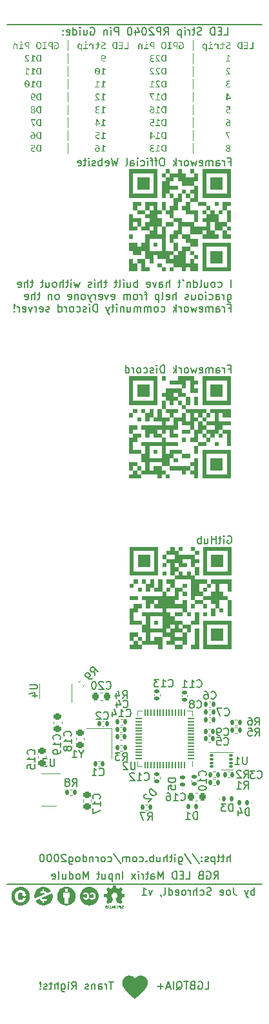
<source format=gbr>
G04 #@! TF.GenerationSoftware,KiCad,Pcbnew,7.0.7*
G04 #@! TF.CreationDate,2023-08-29T23:24:06-04:00*
G04 #@! TF.ProjectId,MicrocontrollerInputModule,4d696372-6f63-46f6-9e74-726f6c6c6572,V2*
G04 #@! TF.SameCoordinates,Original*
G04 #@! TF.FileFunction,Legend,Bot*
G04 #@! TF.FilePolarity,Positive*
%FSLAX46Y46*%
G04 Gerber Fmt 4.6, Leading zero omitted, Abs format (unit mm)*
G04 Created by KiCad (PCBNEW 7.0.7) date 2023-08-29 23:24:06*
%MOMM*%
%LPD*%
G01*
G04 APERTURE LIST*
G04 Aperture macros list*
%AMRoundRect*
0 Rectangle with rounded corners*
0 $1 Rounding radius*
0 $2 $3 $4 $5 $6 $7 $8 $9 X,Y pos of 4 corners*
0 Add a 4 corners polygon primitive as box body*
4,1,4,$2,$3,$4,$5,$6,$7,$8,$9,$2,$3,0*
0 Add four circle primitives for the rounded corners*
1,1,$1+$1,$2,$3*
1,1,$1+$1,$4,$5*
1,1,$1+$1,$6,$7*
1,1,$1+$1,$8,$9*
0 Add four rect primitives between the rounded corners*
20,1,$1+$1,$2,$3,$4,$5,0*
20,1,$1+$1,$4,$5,$6,$7,0*
20,1,$1+$1,$6,$7,$8,$9,0*
20,1,$1+$1,$8,$9,$2,$3,0*%
G04 Aperture macros list end*
%ADD10C,0.150000*%
%ADD11C,0.120000*%
%ADD12C,0.100000*%
%ADD13C,1.500000*%
%ADD14C,2.100000*%
%ADD15RoundRect,0.140000X-0.140000X-0.170000X0.140000X-0.170000X0.140000X0.170000X-0.140000X0.170000X0*%
%ADD16RoundRect,0.225000X-0.250000X0.225000X-0.250000X-0.225000X0.250000X-0.225000X0.250000X0.225000X0*%
%ADD17C,6.200000*%
%ADD18RoundRect,0.050000X0.050000X-0.387500X0.050000X0.387500X-0.050000X0.387500X-0.050000X-0.387500X0*%
%ADD19RoundRect,0.050000X0.387500X-0.050000X0.387500X0.050000X-0.387500X0.050000X-0.387500X-0.050000X0*%
%ADD20R,3.200000X3.200000*%
%ADD21RoundRect,0.135000X0.135000X0.185000X-0.135000X0.185000X-0.135000X-0.185000X0.135000X-0.185000X0*%
%ADD22RoundRect,0.147500X0.172500X-0.147500X0.172500X0.147500X-0.172500X0.147500X-0.172500X-0.147500X0*%
%ADD23RoundRect,0.225000X-0.225000X-0.250000X0.225000X-0.250000X0.225000X0.250000X-0.225000X0.250000X0*%
%ADD24RoundRect,0.225000X0.250000X-0.225000X0.250000X0.225000X-0.250000X0.225000X-0.250000X-0.225000X0*%
%ADD25RoundRect,0.147500X0.147500X0.172500X-0.147500X0.172500X-0.147500X-0.172500X0.147500X-0.172500X0*%
%ADD26RoundRect,0.075000X-0.187500X-0.075000X0.187500X-0.075000X0.187500X0.075000X-0.187500X0.075000X0*%
%ADD27R,0.300000X1.700000*%
%ADD28RoundRect,0.135000X-0.135000X-0.185000X0.135000X-0.185000X0.135000X0.185000X-0.135000X0.185000X0*%
%ADD29RoundRect,0.140000X0.170000X-0.140000X0.170000X0.140000X-0.170000X0.140000X-0.170000X-0.140000X0*%
%ADD30R,1.200000X1.400000*%
%ADD31R,1.000000X0.200000*%
%ADD32RoundRect,0.135000X0.035355X-0.226274X0.226274X-0.035355X-0.035355X0.226274X-0.226274X0.035355X0*%
%ADD33RoundRect,0.140000X-0.170000X0.140000X-0.170000X-0.140000X0.170000X-0.140000X0.170000X0.140000X0*%
%ADD34RoundRect,0.225000X0.225000X0.250000X-0.225000X0.250000X-0.225000X-0.250000X0.225000X-0.250000X0*%
%ADD35RoundRect,0.147500X-0.017678X0.226274X-0.226274X0.017678X0.017678X-0.226274X0.226274X-0.017678X0*%
%ADD36RoundRect,0.140000X0.140000X0.170000X-0.140000X0.170000X-0.140000X-0.170000X0.140000X-0.170000X0*%
%ADD37RoundRect,0.147500X-0.147500X-0.172500X0.147500X-0.172500X0.147500X0.172500X-0.147500X0.172500X0*%
%ADD38R,0.200000X1.000000*%
G04 APERTURE END LIST*
D10*
X76187030Y-179169819D02*
X76663220Y-179169819D01*
X76663220Y-179169819D02*
X76663220Y-178169819D01*
X75329887Y-178217438D02*
X75425125Y-178169819D01*
X75425125Y-178169819D02*
X75567982Y-178169819D01*
X75567982Y-178169819D02*
X75710839Y-178217438D01*
X75710839Y-178217438D02*
X75806077Y-178312676D01*
X75806077Y-178312676D02*
X75853696Y-178407914D01*
X75853696Y-178407914D02*
X75901315Y-178598390D01*
X75901315Y-178598390D02*
X75901315Y-178741247D01*
X75901315Y-178741247D02*
X75853696Y-178931723D01*
X75853696Y-178931723D02*
X75806077Y-179026961D01*
X75806077Y-179026961D02*
X75710839Y-179122200D01*
X75710839Y-179122200D02*
X75567982Y-179169819D01*
X75567982Y-179169819D02*
X75472744Y-179169819D01*
X75472744Y-179169819D02*
X75329887Y-179122200D01*
X75329887Y-179122200D02*
X75282268Y-179074580D01*
X75282268Y-179074580D02*
X75282268Y-178741247D01*
X75282268Y-178741247D02*
X75472744Y-178741247D01*
X74520363Y-178646009D02*
X74377506Y-178693628D01*
X74377506Y-178693628D02*
X74329887Y-178741247D01*
X74329887Y-178741247D02*
X74282268Y-178836485D01*
X74282268Y-178836485D02*
X74282268Y-178979342D01*
X74282268Y-178979342D02*
X74329887Y-179074580D01*
X74329887Y-179074580D02*
X74377506Y-179122200D01*
X74377506Y-179122200D02*
X74472744Y-179169819D01*
X74472744Y-179169819D02*
X74853696Y-179169819D01*
X74853696Y-179169819D02*
X74853696Y-178169819D01*
X74853696Y-178169819D02*
X74520363Y-178169819D01*
X74520363Y-178169819D02*
X74425125Y-178217438D01*
X74425125Y-178217438D02*
X74377506Y-178265057D01*
X74377506Y-178265057D02*
X74329887Y-178360295D01*
X74329887Y-178360295D02*
X74329887Y-178455533D01*
X74329887Y-178455533D02*
X74377506Y-178550771D01*
X74377506Y-178550771D02*
X74425125Y-178598390D01*
X74425125Y-178598390D02*
X74520363Y-178646009D01*
X74520363Y-178646009D02*
X74853696Y-178646009D01*
X73996553Y-178169819D02*
X73425125Y-178169819D01*
X73710839Y-179169819D02*
X73710839Y-178169819D01*
X72425125Y-179265057D02*
X72520363Y-179217438D01*
X72520363Y-179217438D02*
X72615601Y-179122200D01*
X72615601Y-179122200D02*
X72758458Y-178979342D01*
X72758458Y-178979342D02*
X72853696Y-178931723D01*
X72853696Y-178931723D02*
X72948934Y-178931723D01*
X72901315Y-179169819D02*
X72996553Y-179122200D01*
X72996553Y-179122200D02*
X73091791Y-179026961D01*
X73091791Y-179026961D02*
X73139410Y-178836485D01*
X73139410Y-178836485D02*
X73139410Y-178503152D01*
X73139410Y-178503152D02*
X73091791Y-178312676D01*
X73091791Y-178312676D02*
X72996553Y-178217438D01*
X72996553Y-178217438D02*
X72901315Y-178169819D01*
X72901315Y-178169819D02*
X72710839Y-178169819D01*
X72710839Y-178169819D02*
X72615601Y-178217438D01*
X72615601Y-178217438D02*
X72520363Y-178312676D01*
X72520363Y-178312676D02*
X72472744Y-178503152D01*
X72472744Y-178503152D02*
X72472744Y-178836485D01*
X72472744Y-178836485D02*
X72520363Y-179026961D01*
X72520363Y-179026961D02*
X72615601Y-179122200D01*
X72615601Y-179122200D02*
X72710839Y-179169819D01*
X72710839Y-179169819D02*
X72901315Y-179169819D01*
X72044172Y-179169819D02*
X72044172Y-178169819D01*
X71615601Y-178884104D02*
X71139411Y-178884104D01*
X71710839Y-179169819D02*
X71377506Y-178169819D01*
X71377506Y-178169819D02*
X71044173Y-179169819D01*
X70710839Y-178788866D02*
X69948935Y-178788866D01*
X70329887Y-179169819D02*
X70329887Y-178407914D01*
G36*
X65623447Y-56190000D02*
G01*
X66140020Y-56190000D01*
X66140020Y-55299002D01*
X66015701Y-55299002D01*
X66015701Y-56084487D01*
X65623447Y-56084487D01*
X65623447Y-56190000D01*
G37*
G36*
X64882658Y-56190000D02*
G01*
X65393126Y-56190000D01*
X65393126Y-55299002D01*
X64882658Y-55299002D01*
X64882658Y-55400607D01*
X65270760Y-55400607D01*
X65270760Y-55681974D01*
X64897801Y-55681974D01*
X64897801Y-55783579D01*
X65270760Y-55783579D01*
X65270760Y-56084487D01*
X64882658Y-56084487D01*
X64882658Y-56190000D01*
G37*
G36*
X64687264Y-56190000D02*
G01*
X64495045Y-56190000D01*
X64484372Y-56189937D01*
X64473845Y-56189751D01*
X64463466Y-56189441D01*
X64453234Y-56189007D01*
X64443148Y-56188449D01*
X64433209Y-56187767D01*
X64423418Y-56186961D01*
X64409006Y-56185519D01*
X64394924Y-56183798D01*
X64381174Y-56181798D01*
X64367753Y-56179519D01*
X64354664Y-56176961D01*
X64341905Y-56174124D01*
X64333543Y-56172057D01*
X64321244Y-56168764D01*
X64309237Y-56165239D01*
X64297522Y-56161483D01*
X64286099Y-56157494D01*
X64274968Y-56153274D01*
X64264129Y-56148822D01*
X64253581Y-56144138D01*
X64243326Y-56139222D01*
X64233363Y-56134074D01*
X64223691Y-56128695D01*
X64217403Y-56124984D01*
X64208203Y-56119243D01*
X64199282Y-56113292D01*
X64190640Y-56107130D01*
X64182278Y-56100758D01*
X64174194Y-56094176D01*
X64166389Y-56087383D01*
X64158864Y-56080380D01*
X64151617Y-56073167D01*
X64144650Y-56065743D01*
X64137962Y-56058108D01*
X64133617Y-56052913D01*
X64127293Y-56044989D01*
X64121201Y-56036905D01*
X64115340Y-56028663D01*
X64109712Y-56020261D01*
X64104315Y-56011701D01*
X64099150Y-56002982D01*
X64094217Y-55994104D01*
X64089516Y-55985067D01*
X64085047Y-55975872D01*
X64080809Y-55966517D01*
X64078108Y-55960166D01*
X64074232Y-55950521D01*
X64070566Y-55940734D01*
X64067111Y-55930806D01*
X64063866Y-55920736D01*
X64060831Y-55910524D01*
X64058007Y-55900171D01*
X64055393Y-55889676D01*
X64052989Y-55879039D01*
X64050796Y-55868261D01*
X64048813Y-55857341D01*
X64047601Y-55849992D01*
X64045928Y-55838891D01*
X64044432Y-55827696D01*
X64043112Y-55816406D01*
X64041968Y-55805021D01*
X64041000Y-55793542D01*
X64040207Y-55781969D01*
X64039591Y-55770301D01*
X64039151Y-55758539D01*
X64038887Y-55746682D01*
X64038858Y-55742791D01*
X64167271Y-55742791D01*
X64167570Y-55763813D01*
X64168468Y-55784168D01*
X64169965Y-55803856D01*
X64172060Y-55822876D01*
X64174754Y-55841229D01*
X64178047Y-55858914D01*
X64181939Y-55875932D01*
X64186429Y-55892283D01*
X64191518Y-55907966D01*
X64197205Y-55922982D01*
X64203491Y-55937331D01*
X64210376Y-55951012D01*
X64217860Y-55964025D01*
X64225942Y-55976372D01*
X64234623Y-55988051D01*
X64243902Y-55999063D01*
X64253780Y-56009407D01*
X64264257Y-56019084D01*
X64275333Y-56028093D01*
X64287007Y-56036436D01*
X64299280Y-56044110D01*
X64312152Y-56051118D01*
X64325622Y-56057458D01*
X64339691Y-56063131D01*
X64354359Y-56068136D01*
X64369625Y-56072474D01*
X64385490Y-56076144D01*
X64401954Y-56079148D01*
X64419016Y-56081483D01*
X64436677Y-56083152D01*
X64454937Y-56084153D01*
X64473796Y-56084487D01*
X64565143Y-56084487D01*
X64565143Y-55400607D01*
X64459874Y-55400607D01*
X64450698Y-55400677D01*
X64437212Y-55401048D01*
X64424062Y-55401736D01*
X64411246Y-55402742D01*
X64398765Y-55404066D01*
X64386620Y-55405708D01*
X64374809Y-55407667D01*
X64363333Y-55409944D01*
X64352191Y-55412538D01*
X64341385Y-55415451D01*
X64330914Y-55418681D01*
X64324117Y-55421027D01*
X64314194Y-55424871D01*
X64304596Y-55429107D01*
X64295326Y-55433733D01*
X64286381Y-55438750D01*
X64277763Y-55444157D01*
X64269471Y-55449955D01*
X64261506Y-55456144D01*
X64253866Y-55462723D01*
X64246554Y-55469694D01*
X64239567Y-55477055D01*
X64235090Y-55482161D01*
X64228647Y-55490192D01*
X64222531Y-55498670D01*
X64216741Y-55507595D01*
X64211277Y-55516965D01*
X64206139Y-55526783D01*
X64201328Y-55537047D01*
X64196842Y-55547757D01*
X64192684Y-55558914D01*
X64188851Y-55570518D01*
X64185345Y-55582568D01*
X64183156Y-55590864D01*
X64180138Y-55603738D01*
X64177438Y-55617128D01*
X64175055Y-55631033D01*
X64172990Y-55645452D01*
X64171789Y-55655352D01*
X64170730Y-55665480D01*
X64169813Y-55675838D01*
X64169036Y-55686424D01*
X64168401Y-55697240D01*
X64167906Y-55708284D01*
X64167553Y-55719557D01*
X64167342Y-55731060D01*
X64167271Y-55742791D01*
X64038858Y-55742791D01*
X64038799Y-55734731D01*
X64038900Y-55721027D01*
X64039204Y-55707545D01*
X64039709Y-55694286D01*
X64040417Y-55681249D01*
X64041328Y-55668435D01*
X64042440Y-55655842D01*
X64043755Y-55643472D01*
X64045272Y-55631325D01*
X64046991Y-55619399D01*
X64048912Y-55607696D01*
X64051036Y-55596215D01*
X64053362Y-55584957D01*
X64055890Y-55573920D01*
X64058621Y-55563106D01*
X64061554Y-55552515D01*
X64064689Y-55542145D01*
X64068026Y-55531998D01*
X64071566Y-55522074D01*
X64075308Y-55512371D01*
X64079252Y-55502891D01*
X64083398Y-55493633D01*
X64087747Y-55484598D01*
X64092298Y-55475784D01*
X64097051Y-55467193D01*
X64107164Y-55450678D01*
X64118087Y-55435052D01*
X64129818Y-55420316D01*
X64142358Y-55406468D01*
X64148920Y-55399857D01*
X64162670Y-55387263D01*
X64177256Y-55375509D01*
X64192677Y-55364594D01*
X64208935Y-55354519D01*
X64226028Y-55345284D01*
X64234888Y-55340981D01*
X64243957Y-55336888D01*
X64253235Y-55333005D01*
X64262722Y-55329332D01*
X64272418Y-55325868D01*
X64282322Y-55322615D01*
X64292436Y-55319571D01*
X64302758Y-55316738D01*
X64313290Y-55314114D01*
X64324031Y-55311700D01*
X64334980Y-55309496D01*
X64346138Y-55307502D01*
X64357506Y-55305718D01*
X64369082Y-55304144D01*
X64380867Y-55302780D01*
X64392861Y-55301625D01*
X64405064Y-55300681D01*
X64417476Y-55299946D01*
X64430097Y-55299421D01*
X64442927Y-55299107D01*
X64455966Y-55299002D01*
X64687264Y-55299002D01*
X64687264Y-56190000D01*
G37*
G36*
X62539637Y-55950153D02*
G01*
X62539866Y-55962012D01*
X62540555Y-55973592D01*
X62541704Y-55984893D01*
X62543312Y-55995914D01*
X62545379Y-56006657D01*
X62547906Y-56017120D01*
X62550892Y-56027305D01*
X62554337Y-56037210D01*
X62558242Y-56046837D01*
X62562606Y-56056184D01*
X62565771Y-56062260D01*
X62570851Y-56071097D01*
X62576292Y-56079654D01*
X62582094Y-56087932D01*
X62588256Y-56095932D01*
X62594779Y-56103652D01*
X62601663Y-56111093D01*
X62608907Y-56118255D01*
X62616512Y-56125138D01*
X62624478Y-56131742D01*
X62632804Y-56138066D01*
X62638555Y-56142128D01*
X62647469Y-56147985D01*
X62656719Y-56153560D01*
X62666303Y-56158850D01*
X62676222Y-56163858D01*
X62686476Y-56168582D01*
X62697064Y-56173023D01*
X62707988Y-56177180D01*
X62719247Y-56181054D01*
X62730840Y-56184645D01*
X62742768Y-56187952D01*
X62750907Y-56190000D01*
X62763300Y-56192793D01*
X62775934Y-56195312D01*
X62788808Y-56197556D01*
X62801923Y-56199525D01*
X62815278Y-56201219D01*
X62828874Y-56202639D01*
X62842710Y-56203784D01*
X62856786Y-56204654D01*
X62871103Y-56205249D01*
X62885660Y-56205570D01*
X62895498Y-56205631D01*
X62906636Y-56205559D01*
X62917762Y-56205345D01*
X62928876Y-56204987D01*
X62939977Y-56204486D01*
X62951067Y-56203842D01*
X62962145Y-56203055D01*
X62966573Y-56202700D01*
X62977575Y-56201825D01*
X62988445Y-56200878D01*
X62999185Y-56199859D01*
X63009793Y-56198769D01*
X63020270Y-56197608D01*
X63030615Y-56196375D01*
X63034717Y-56195861D01*
X63044779Y-56194534D01*
X63054662Y-56193147D01*
X63064366Y-56191700D01*
X63075775Y-56189886D01*
X63086926Y-56187985D01*
X63096022Y-56186336D01*
X63106641Y-56184204D01*
X63116882Y-56182020D01*
X63126745Y-56179784D01*
X63137774Y-56177111D01*
X63148290Y-56174368D01*
X63148290Y-56054933D01*
X63138515Y-56058478D01*
X63128518Y-56061877D01*
X63118297Y-56065130D01*
X63107852Y-56068237D01*
X63097185Y-56071198D01*
X63086294Y-56074013D01*
X63075180Y-56076682D01*
X63063843Y-56079205D01*
X63052282Y-56081582D01*
X63040499Y-56083813D01*
X63032519Y-56085219D01*
X63020320Y-56087184D01*
X63007812Y-56088955D01*
X62994995Y-56090532D01*
X62981869Y-56091917D01*
X62968434Y-56093108D01*
X62954689Y-56094107D01*
X62940636Y-56094912D01*
X62926273Y-56095523D01*
X62911601Y-56095942D01*
X62901648Y-56096114D01*
X62891558Y-56096200D01*
X62886461Y-56096210D01*
X62875534Y-56096131D01*
X62864915Y-56095893D01*
X62854605Y-56095495D01*
X62844604Y-56094939D01*
X62831751Y-56093951D01*
X62819447Y-56092680D01*
X62807693Y-56091127D01*
X62796489Y-56089291D01*
X62785833Y-56087173D01*
X62775690Y-56084719D01*
X62766019Y-56081998D01*
X62754597Y-56078221D01*
X62743913Y-56074027D01*
X62733969Y-56069415D01*
X62724765Y-56064386D01*
X62717934Y-56060062D01*
X62709972Y-56054223D01*
X62701363Y-56046713D01*
X62693783Y-56038653D01*
X62687235Y-56030043D01*
X62681716Y-56020884D01*
X62679344Y-56016099D01*
X62675276Y-56006132D01*
X62672051Y-55995651D01*
X62669666Y-55984654D01*
X62668124Y-55973142D01*
X62667481Y-55963156D01*
X62667376Y-55956992D01*
X62667871Y-55945882D01*
X62669355Y-55935296D01*
X62671830Y-55925235D01*
X62675294Y-55915700D01*
X62679749Y-55906688D01*
X62685193Y-55898202D01*
X62687648Y-55894954D01*
X62694293Y-55887001D01*
X62701558Y-55879322D01*
X62709444Y-55871917D01*
X62717949Y-55864786D01*
X62727075Y-55857930D01*
X62736821Y-55851348D01*
X62740893Y-55848792D01*
X62749281Y-55843781D01*
X62757959Y-55838885D01*
X62766927Y-55834103D01*
X62776186Y-55829436D01*
X62785734Y-55824883D01*
X62795573Y-55820445D01*
X62805701Y-55816121D01*
X62816120Y-55811912D01*
X62826710Y-55807683D01*
X62837353Y-55803424D01*
X62848050Y-55799135D01*
X62858801Y-55794815D01*
X62869605Y-55790464D01*
X62880462Y-55786083D01*
X62891373Y-55781671D01*
X62902337Y-55777229D01*
X62913301Y-55772669D01*
X62924212Y-55768024D01*
X62935070Y-55763296D01*
X62945874Y-55758483D01*
X62956624Y-55753587D01*
X62967321Y-55748607D01*
X62977965Y-55743543D01*
X62988555Y-55738394D01*
X62998973Y-55733025D01*
X63009102Y-55727419D01*
X63018940Y-55721576D01*
X63028489Y-55715497D01*
X63037747Y-55709181D01*
X63046715Y-55702628D01*
X63055394Y-55695839D01*
X63063782Y-55688813D01*
X63071827Y-55681516D01*
X63079474Y-55673914D01*
X63086725Y-55666007D01*
X63093579Y-55657794D01*
X63100037Y-55649276D01*
X63106097Y-55640453D01*
X63111760Y-55631325D01*
X63117027Y-55621891D01*
X63121778Y-55612075D01*
X63125896Y-55601802D01*
X63129380Y-55591070D01*
X63132231Y-55579881D01*
X63134448Y-55568234D01*
X63136032Y-55556128D01*
X63136982Y-55543565D01*
X63137299Y-55530544D01*
X63136997Y-55519083D01*
X63136093Y-55507661D01*
X63134585Y-55496277D01*
X63132475Y-55484931D01*
X63129762Y-55473624D01*
X63126445Y-55462354D01*
X63122526Y-55451123D01*
X63118004Y-55439930D01*
X63112848Y-55428912D01*
X63107028Y-55418207D01*
X63100544Y-55407816D01*
X63093396Y-55397737D01*
X63085584Y-55387971D01*
X63077108Y-55378518D01*
X63067968Y-55369378D01*
X63060677Y-55362728D01*
X63058164Y-55360551D01*
X63050360Y-55354166D01*
X63042153Y-55348017D01*
X63033542Y-55342104D01*
X63024527Y-55336428D01*
X63015109Y-55330988D01*
X63005288Y-55325783D01*
X62995062Y-55320815D01*
X62984433Y-55316083D01*
X62973401Y-55311587D01*
X62961965Y-55307328D01*
X62954117Y-55304619D01*
X62941995Y-55300822D01*
X62929444Y-55297398D01*
X62916464Y-55294347D01*
X62903055Y-55291670D01*
X62889216Y-55289367D01*
X62874948Y-55287437D01*
X62865197Y-55286358D01*
X62855256Y-55285445D01*
X62845123Y-55284698D01*
X62834800Y-55284117D01*
X62824286Y-55283702D01*
X62813582Y-55283453D01*
X62802686Y-55283370D01*
X62792573Y-55283475D01*
X62782110Y-55283791D01*
X62771295Y-55284317D01*
X62760131Y-55285053D01*
X62753593Y-55285568D01*
X62743676Y-55286370D01*
X62733707Y-55287308D01*
X62723686Y-55288385D01*
X62713614Y-55289598D01*
X62703490Y-55290949D01*
X62700104Y-55291430D01*
X62689963Y-55292847D01*
X62679874Y-55294350D01*
X62669836Y-55295938D01*
X62659850Y-55297612D01*
X62649915Y-55299373D01*
X62646615Y-55299979D01*
X62636769Y-55301745D01*
X62625629Y-55303870D01*
X62614863Y-55306066D01*
X62604472Y-55308331D01*
X62597278Y-55309993D01*
X62597278Y-55419658D01*
X62607216Y-55416883D01*
X62617153Y-55414237D01*
X62627091Y-55411719D01*
X62637028Y-55409331D01*
X62646966Y-55407071D01*
X62656904Y-55404940D01*
X62666841Y-55402938D01*
X62676779Y-55401065D01*
X62686717Y-55399320D01*
X62696654Y-55397704D01*
X62703279Y-55396699D01*
X62713141Y-55395302D01*
X62722943Y-55394043D01*
X62732684Y-55392921D01*
X62745580Y-55391638D01*
X62758368Y-55390600D01*
X62771050Y-55389807D01*
X62783624Y-55389257D01*
X62796092Y-55388952D01*
X62805373Y-55388883D01*
X62818314Y-55389020D01*
X62830820Y-55389433D01*
X62842891Y-55390119D01*
X62854527Y-55391081D01*
X62865728Y-55392318D01*
X62876493Y-55393829D01*
X62886824Y-55395615D01*
X62896720Y-55397676D01*
X62910747Y-55401282D01*
X62923796Y-55405507D01*
X62935866Y-55410350D01*
X62946957Y-55415811D01*
X62957070Y-55421890D01*
X62960223Y-55424054D01*
X62969040Y-55430859D01*
X62976990Y-55438085D01*
X62984072Y-55445731D01*
X62990288Y-55453798D01*
X62995636Y-55462286D01*
X63000116Y-55471195D01*
X63003730Y-55480524D01*
X63006476Y-55490274D01*
X63008355Y-55500445D01*
X63009367Y-55511037D01*
X63009560Y-55518332D01*
X63009065Y-55529454D01*
X63007580Y-55540075D01*
X63005106Y-55550195D01*
X63001641Y-55559815D01*
X62997187Y-55568933D01*
X62991743Y-55577551D01*
X62989288Y-55580858D01*
X62982643Y-55588888D01*
X62975377Y-55596643D01*
X62967492Y-55604124D01*
X62958986Y-55611331D01*
X62949861Y-55618263D01*
X62940115Y-55624922D01*
X62936043Y-55627508D01*
X62927655Y-55632580D01*
X62918976Y-55637537D01*
X62910008Y-55642380D01*
X62900750Y-55647109D01*
X62891201Y-55651723D01*
X62881363Y-55656222D01*
X62871234Y-55660607D01*
X62860816Y-55664877D01*
X62850226Y-55669106D01*
X62839582Y-55673365D01*
X62828885Y-55677654D01*
X62818135Y-55681974D01*
X62807331Y-55686325D01*
X62796473Y-55690706D01*
X62785562Y-55695118D01*
X62774598Y-55699560D01*
X62763634Y-55704075D01*
X62752723Y-55708704D01*
X62741866Y-55713447D01*
X62731062Y-55718306D01*
X62720311Y-55723278D01*
X62709614Y-55728365D01*
X62698971Y-55733567D01*
X62688381Y-55738883D01*
X62677962Y-55744317D01*
X62667834Y-55749996D01*
X62657995Y-55755919D01*
X62648447Y-55762086D01*
X62639188Y-55768497D01*
X62630220Y-55775153D01*
X62621542Y-55782053D01*
X62613154Y-55789197D01*
X62605109Y-55796623D01*
X62597461Y-55804371D01*
X62590210Y-55812438D01*
X62583356Y-55820826D01*
X62576899Y-55829535D01*
X62570839Y-55838565D01*
X62565175Y-55847914D01*
X62559909Y-55857585D01*
X62555157Y-55867580D01*
X62551040Y-55878025D01*
X62547555Y-55888921D01*
X62544705Y-55900266D01*
X62542487Y-55912063D01*
X62540904Y-55924309D01*
X62539953Y-55937006D01*
X62539656Y-55946824D01*
X62539637Y-55950153D01*
G37*
G36*
X61790055Y-56190000D02*
G01*
X61800233Y-56192003D01*
X61810495Y-56193862D01*
X61820841Y-56195575D01*
X61831271Y-56197144D01*
X61841785Y-56198567D01*
X61852383Y-56199846D01*
X61863065Y-56200979D01*
X61873831Y-56201967D01*
X61884661Y-56202826D01*
X61895538Y-56203570D01*
X61906460Y-56204200D01*
X61917428Y-56204715D01*
X61928442Y-56205116D01*
X61939501Y-56205402D01*
X61950607Y-56205574D01*
X61961758Y-56205631D01*
X61977713Y-56205401D01*
X61993155Y-56204711D01*
X62008083Y-56203562D01*
X62022498Y-56201952D01*
X62036400Y-56199883D01*
X62049789Y-56197353D01*
X62062664Y-56194364D01*
X62075026Y-56190915D01*
X62086874Y-56187007D01*
X62098210Y-56182638D01*
X62109032Y-56177809D01*
X62119340Y-56172521D01*
X62129136Y-56166773D01*
X62138418Y-56160564D01*
X62147187Y-56153896D01*
X62155443Y-56146769D01*
X62163162Y-56139134D01*
X62170383Y-56131007D01*
X62177107Y-56122388D01*
X62183332Y-56113277D01*
X62189059Y-56103673D01*
X62194289Y-56093577D01*
X62199020Y-56082989D01*
X62203253Y-56071908D01*
X62206988Y-56060335D01*
X62210226Y-56048270D01*
X62212965Y-56035712D01*
X62215206Y-56022663D01*
X62216949Y-56009120D01*
X62218194Y-55995086D01*
X62218941Y-55980559D01*
X62219190Y-55965540D01*
X62219190Y-55603817D01*
X62412386Y-55603817D01*
X62412386Y-55502212D01*
X62219190Y-55502212D01*
X62219190Y-55314145D01*
X62099755Y-55283370D01*
X62099755Y-55502212D01*
X61790055Y-55502212D01*
X61790055Y-55603817D01*
X62099755Y-55603817D01*
X62099755Y-55955771D01*
X62099410Y-55969408D01*
X62098373Y-55982384D01*
X62096645Y-55994698D01*
X62094225Y-56006352D01*
X62091115Y-56017344D01*
X62087313Y-56027675D01*
X62082820Y-56037345D01*
X62077636Y-56046354D01*
X62071761Y-56054702D01*
X62065194Y-56062388D01*
X62060432Y-56067145D01*
X62052685Y-56073736D01*
X62044281Y-56079679D01*
X62035220Y-56084973D01*
X62025502Y-56089620D01*
X62015127Y-56093617D01*
X62004095Y-56096967D01*
X61992406Y-56099668D01*
X61980061Y-56101721D01*
X61967059Y-56103126D01*
X61953399Y-56103882D01*
X61943928Y-56104026D01*
X61933475Y-56103937D01*
X61922724Y-56103668D01*
X61911675Y-56103221D01*
X61900327Y-56102595D01*
X61888681Y-56101790D01*
X61876738Y-56100806D01*
X61871877Y-56100362D01*
X61861996Y-56099321D01*
X61852017Y-56098149D01*
X61841938Y-56096848D01*
X61831760Y-56095416D01*
X61821483Y-56093856D01*
X61811106Y-56092165D01*
X61800630Y-56090345D01*
X61790055Y-56088394D01*
X61790055Y-56190000D01*
G37*
G36*
X61548743Y-55502212D02*
G01*
X61439323Y-55502212D01*
X61435903Y-55630683D01*
X61428277Y-55621353D01*
X61420665Y-55612350D01*
X61413066Y-55603675D01*
X61405480Y-55595329D01*
X61397907Y-55587311D01*
X61390348Y-55579621D01*
X61382802Y-55572260D01*
X61375270Y-55565226D01*
X61367751Y-55558521D01*
X61360245Y-55552144D01*
X61349012Y-55543194D01*
X61337808Y-55534982D01*
X61326635Y-55527509D01*
X61315491Y-55520774D01*
X61304352Y-55514663D01*
X61293192Y-55509153D01*
X61282010Y-55504245D01*
X61270806Y-55499937D01*
X61259582Y-55496231D01*
X61248335Y-55493125D01*
X61237067Y-55490621D01*
X61225778Y-55488717D01*
X61214467Y-55487415D01*
X61203135Y-55486714D01*
X61195568Y-55486580D01*
X61182369Y-55486857D01*
X61169575Y-55487687D01*
X61157189Y-55489070D01*
X61145208Y-55491007D01*
X61133635Y-55493497D01*
X61122467Y-55496541D01*
X61111706Y-55500137D01*
X61101352Y-55504288D01*
X61091403Y-55508991D01*
X61081862Y-55514248D01*
X61072726Y-55520059D01*
X61063998Y-55526422D01*
X61055675Y-55533339D01*
X61047759Y-55540810D01*
X61040250Y-55548833D01*
X61033147Y-55557411D01*
X61026449Y-55566533D01*
X61020217Y-55576194D01*
X61014451Y-55586393D01*
X61009150Y-55597131D01*
X61004315Y-55608406D01*
X60999945Y-55620219D01*
X60996041Y-55632571D01*
X60992602Y-55645460D01*
X60989630Y-55658888D01*
X60987122Y-55672853D01*
X60985081Y-55687357D01*
X60983504Y-55702399D01*
X60982394Y-55717979D01*
X60981749Y-55734097D01*
X60981570Y-55750754D01*
X60981856Y-55767948D01*
X61102756Y-55767948D01*
X61102631Y-55756336D01*
X61102745Y-55745130D01*
X61103097Y-55734331D01*
X61103687Y-55723938D01*
X61104516Y-55713952D01*
X61106207Y-55699735D01*
X61108435Y-55686432D01*
X61111199Y-55674043D01*
X61114500Y-55662569D01*
X61118337Y-55652010D01*
X61122711Y-55642365D01*
X61127622Y-55633635D01*
X61129378Y-55630928D01*
X61136877Y-55620910D01*
X61145208Y-55612228D01*
X61154371Y-55604881D01*
X61164366Y-55598871D01*
X61175193Y-55594196D01*
X61186852Y-55590857D01*
X61199343Y-55588853D01*
X61209257Y-55588227D01*
X61212665Y-55588185D01*
X61223256Y-55588618D01*
X61233870Y-55589915D01*
X61244507Y-55592077D01*
X61255167Y-55595104D01*
X61261270Y-55597222D01*
X61270397Y-55600989D01*
X61279645Y-55605511D01*
X61289013Y-55610789D01*
X61298501Y-55616823D01*
X61308110Y-55623612D01*
X61311339Y-55626043D01*
X61319437Y-55632429D01*
X61327702Y-55639376D01*
X61336133Y-55646883D01*
X61344732Y-55654951D01*
X61351731Y-55661809D01*
X61358837Y-55669026D01*
X61366050Y-55676601D01*
X61373320Y-55684501D01*
X61380720Y-55692813D01*
X61388249Y-55701537D01*
X61395908Y-55710673D01*
X61403697Y-55720221D01*
X61411616Y-55730182D01*
X61417641Y-55737923D01*
X61423738Y-55745895D01*
X61427843Y-55751339D01*
X61427843Y-56190000D01*
X61548743Y-56190000D01*
X61548743Y-55502212D01*
G37*
G36*
X60572993Y-55599909D02*
G01*
X60776936Y-55599909D01*
X60776936Y-55502212D01*
X60452093Y-55502212D01*
X60452093Y-56088394D01*
X60246685Y-56088394D01*
X60246685Y-56190000D01*
X60799651Y-56190000D01*
X60799651Y-56088394D01*
X60572993Y-56088394D01*
X60572993Y-55599909D01*
G37*
G36*
X60531228Y-55220844D02*
G01*
X60521397Y-55221302D01*
X60510775Y-55222912D01*
X60500617Y-55225681D01*
X60494103Y-55228171D01*
X60484715Y-55232619D01*
X60476062Y-55237994D01*
X60468143Y-55244297D01*
X60464061Y-55248199D01*
X60457361Y-55255790D01*
X60451550Y-55263999D01*
X60446628Y-55272826D01*
X60444277Y-55277997D01*
X60440735Y-55287708D01*
X60438352Y-55297883D01*
X60437129Y-55308522D01*
X60436950Y-55314633D01*
X60437530Y-55325214D01*
X60439268Y-55335524D01*
X60442166Y-55345564D01*
X60444277Y-55351025D01*
X60448706Y-55360314D01*
X60454023Y-55368946D01*
X60460229Y-55376921D01*
X60464061Y-55381067D01*
X60471572Y-55387904D01*
X60479817Y-55393853D01*
X60488797Y-55398912D01*
X60494103Y-55401339D01*
X60503952Y-55404763D01*
X60514264Y-55407067D01*
X60525041Y-55408249D01*
X60531228Y-55408422D01*
X60542163Y-55407862D01*
X60552712Y-55406181D01*
X60562874Y-55403380D01*
X60568353Y-55401339D01*
X60577622Y-55396773D01*
X60586196Y-55391319D01*
X60594074Y-55384975D01*
X60598150Y-55381067D01*
X60604869Y-55373457D01*
X60610738Y-55365190D01*
X60615757Y-55356267D01*
X60618178Y-55351025D01*
X60621602Y-55341136D01*
X60623905Y-55330975D01*
X60625088Y-55320545D01*
X60625261Y-55314633D01*
X60624701Y-55303737D01*
X60623020Y-55293304D01*
X60620219Y-55283335D01*
X60618178Y-55277997D01*
X60613632Y-55268826D01*
X60608235Y-55260274D01*
X60601988Y-55252340D01*
X60598150Y-55248199D01*
X60590658Y-55241381D01*
X60582471Y-55235491D01*
X60573588Y-55230528D01*
X60568353Y-55228171D01*
X60558405Y-55224629D01*
X60548071Y-55222246D01*
X60537350Y-55221023D01*
X60531228Y-55220844D01*
G37*
G36*
X59697284Y-55486695D02*
G01*
X59709820Y-55487296D01*
X59722189Y-55488412D01*
X59734389Y-55490043D01*
X59746423Y-55492190D01*
X59758289Y-55494852D01*
X59769988Y-55498029D01*
X59781519Y-55501721D01*
X59792883Y-55505929D01*
X59804079Y-55510651D01*
X59815108Y-55515889D01*
X59822378Y-55519691D01*
X59833183Y-55526027D01*
X59843867Y-55533124D01*
X59854432Y-55540980D01*
X59864876Y-55549596D01*
X59875200Y-55558972D01*
X59885404Y-55569107D01*
X59892140Y-55576287D01*
X59898822Y-55583804D01*
X59905451Y-55591659D01*
X59912026Y-55599852D01*
X59918548Y-55608382D01*
X59925017Y-55617250D01*
X59932588Y-55502212D01*
X60039078Y-55502212D01*
X60039078Y-56471367D01*
X59919644Y-56471367D01*
X59919644Y-56183161D01*
X59915435Y-56184660D01*
X59904956Y-56188165D01*
X59894536Y-56191324D01*
X59884176Y-56194137D01*
X59873876Y-56196605D01*
X59863635Y-56198726D01*
X59853454Y-56200502D01*
X59849362Y-56201123D01*
X59839123Y-56202500D01*
X59828873Y-56203627D01*
X59818611Y-56204504D01*
X59808337Y-56205130D01*
X59798050Y-56205506D01*
X59787752Y-56205631D01*
X59778757Y-56205541D01*
X59765416Y-56205071D01*
X59752261Y-56204196D01*
X59739290Y-56202918D01*
X59726504Y-56201237D01*
X59713902Y-56199151D01*
X59701485Y-56196663D01*
X59689253Y-56193770D01*
X59677205Y-56190475D01*
X59665342Y-56186775D01*
X59653663Y-56182672D01*
X59646004Y-56179713D01*
X59634758Y-56174937D01*
X59623804Y-56169758D01*
X59613143Y-56164175D01*
X59602773Y-56158189D01*
X59592695Y-56151799D01*
X59582909Y-56145005D01*
X59573415Y-56137808D01*
X59564213Y-56130208D01*
X59555303Y-56122204D01*
X59546685Y-56113796D01*
X59541083Y-56107964D01*
X59532971Y-56098874D01*
X59525207Y-56089371D01*
X59517790Y-56079457D01*
X59510721Y-56069130D01*
X59504000Y-56058391D01*
X59497626Y-56047240D01*
X59491601Y-56035676D01*
X59485923Y-56023701D01*
X59480593Y-56011313D01*
X59475610Y-55998513D01*
X59472475Y-55989719D01*
X59468152Y-55976182D01*
X59464283Y-55962228D01*
X59461957Y-55952694D01*
X59459834Y-55942975D01*
X59457912Y-55933070D01*
X59456193Y-55922981D01*
X59454676Y-55912707D01*
X59453361Y-55902247D01*
X59452249Y-55891602D01*
X59451338Y-55880773D01*
X59450631Y-55869758D01*
X59450125Y-55858558D01*
X59449821Y-55847173D01*
X59449769Y-55841221D01*
X59571842Y-55841221D01*
X59572056Y-55857688D01*
X59572700Y-55873629D01*
X59573774Y-55889043D01*
X59575276Y-55903930D01*
X59577208Y-55918291D01*
X59579570Y-55932125D01*
X59582360Y-55945432D01*
X59585580Y-55958213D01*
X59589230Y-55970467D01*
X59593308Y-55982195D01*
X59597816Y-55993395D01*
X59602754Y-56004070D01*
X59608120Y-56014217D01*
X59613916Y-56023838D01*
X59620142Y-56032932D01*
X59626796Y-56041500D01*
X59633830Y-56049545D01*
X59641191Y-56057070D01*
X59648881Y-56064077D01*
X59656899Y-56070565D01*
X59665246Y-56076533D01*
X59673920Y-56081983D01*
X59682923Y-56086914D01*
X59692254Y-56091325D01*
X59701913Y-56095218D01*
X59711900Y-56098592D01*
X59722215Y-56101446D01*
X59732859Y-56103782D01*
X59743831Y-56105598D01*
X59755131Y-56106896D01*
X59766759Y-56107674D01*
X59778715Y-56107934D01*
X59783088Y-56107902D01*
X59794078Y-56107548D01*
X59805151Y-56106800D01*
X59816308Y-56105659D01*
X59827548Y-56104124D01*
X59838871Y-56102196D01*
X59850279Y-56099874D01*
X59854814Y-56098843D01*
X59866037Y-56096067D01*
X59877092Y-56093005D01*
X59887980Y-56089656D01*
X59898702Y-56086021D01*
X59909256Y-56082099D01*
X59919644Y-56077892D01*
X59919644Y-55738883D01*
X59911767Y-55728655D01*
X59904012Y-55718855D01*
X59896379Y-55709482D01*
X59888869Y-55700537D01*
X59881481Y-55692019D01*
X59874214Y-55683928D01*
X59867070Y-55676265D01*
X59860048Y-55669030D01*
X59858311Y-55667285D01*
X59849710Y-55658883D01*
X59841252Y-55651018D01*
X59832937Y-55643689D01*
X59824766Y-55636897D01*
X59816737Y-55630642D01*
X59807292Y-55623845D01*
X59797927Y-55617777D01*
X59788699Y-55612396D01*
X59779608Y-55607702D01*
X59769177Y-55603093D01*
X59758932Y-55599420D01*
X59753081Y-55597703D01*
X59742898Y-55595249D01*
X59732785Y-55593495D01*
X59722743Y-55592444D01*
X59712770Y-55592093D01*
X59708170Y-55592166D01*
X59697030Y-55592981D01*
X59686403Y-55594703D01*
X59676289Y-55597332D01*
X59666687Y-55600867D01*
X59657598Y-55605308D01*
X59649023Y-55610655D01*
X59645702Y-55613002D01*
X59637736Y-55619359D01*
X59630246Y-55626421D01*
X59623234Y-55634186D01*
X59616699Y-55642654D01*
X59610640Y-55651826D01*
X59605059Y-55661702D01*
X59601891Y-55667955D01*
X59596984Y-55678891D01*
X59593392Y-55688103D01*
X59590099Y-55697728D01*
X59587103Y-55707765D01*
X59584405Y-55718214D01*
X59582005Y-55729075D01*
X59579902Y-55740348D01*
X59578461Y-55749037D01*
X59576761Y-55760870D01*
X59575313Y-55772985D01*
X59574117Y-55785382D01*
X59573172Y-55798062D01*
X59572479Y-55811024D01*
X59572125Y-55820930D01*
X59571913Y-55830996D01*
X59571842Y-55841221D01*
X59449769Y-55841221D01*
X59449720Y-55835603D01*
X59449780Y-55825769D01*
X59450090Y-55811237D01*
X59450667Y-55796967D01*
X59451510Y-55782959D01*
X59452619Y-55769212D01*
X59453994Y-55755727D01*
X59455636Y-55742505D01*
X59457543Y-55729544D01*
X59459717Y-55716845D01*
X59462157Y-55704408D01*
X59464863Y-55692233D01*
X59466815Y-55684247D01*
X59469965Y-55672548D01*
X59473381Y-55661183D01*
X59477064Y-55650154D01*
X59481012Y-55639459D01*
X59485227Y-55629099D01*
X59489707Y-55619074D01*
X59494454Y-55609384D01*
X59499468Y-55600029D01*
X59504747Y-55591009D01*
X59510293Y-55582323D01*
X59516054Y-55573942D01*
X59522073Y-55565926D01*
X59528350Y-55558274D01*
X59534885Y-55550988D01*
X59543998Y-55541840D01*
X59553569Y-55533341D01*
X59563599Y-55525491D01*
X59574086Y-55518290D01*
X59585031Y-55511737D01*
X59593538Y-55507241D01*
X59605275Y-55501935D01*
X59617462Y-55497414D01*
X59626899Y-55494540D01*
X59636588Y-55492108D01*
X59646530Y-55490118D01*
X59656726Y-55488570D01*
X59667176Y-55487465D01*
X59677878Y-55486801D01*
X59688834Y-55486580D01*
X59697284Y-55486695D01*
G37*
G36*
X58168178Y-56471367D02*
G01*
X58280774Y-56471367D01*
X58280774Y-55064528D01*
X58168178Y-55064528D01*
X58168178Y-56471367D01*
G37*
G36*
X56382519Y-55455317D02*
G01*
X56391933Y-55449848D01*
X56401398Y-55444615D01*
X56410915Y-55439618D01*
X56420483Y-55434858D01*
X56430103Y-55430333D01*
X56439775Y-55426045D01*
X56449498Y-55421993D01*
X56459272Y-55418177D01*
X56469098Y-55414597D01*
X56478976Y-55411253D01*
X56485589Y-55409155D01*
X56495567Y-55406231D01*
X56505716Y-55403594D01*
X56516037Y-55401245D01*
X56526530Y-55399183D01*
X56537195Y-55397409D01*
X56548031Y-55395923D01*
X56559039Y-55394725D01*
X56570219Y-55393814D01*
X56581571Y-55393190D01*
X56593094Y-55392855D01*
X56600872Y-55392791D01*
X56614107Y-55393014D01*
X56627067Y-55393684D01*
X56639752Y-55394800D01*
X56652163Y-55396363D01*
X56664299Y-55398372D01*
X56676160Y-55400828D01*
X56687746Y-55403730D01*
X56699057Y-55407079D01*
X56710094Y-55410874D01*
X56720856Y-55415116D01*
X56727878Y-55418192D01*
X56738165Y-55423139D01*
X56748143Y-55428456D01*
X56757811Y-55434142D01*
X56767171Y-55440197D01*
X56776221Y-55446621D01*
X56784962Y-55453415D01*
X56793394Y-55460577D01*
X56801517Y-55468109D01*
X56809331Y-55476010D01*
X56816836Y-55484281D01*
X56821667Y-55490000D01*
X56828655Y-55498822D01*
X56835329Y-55507980D01*
X56841689Y-55517473D01*
X56847736Y-55527300D01*
X56853470Y-55537462D01*
X56858891Y-55547959D01*
X56863997Y-55558792D01*
X56868791Y-55569959D01*
X56873271Y-55581460D01*
X56877438Y-55593297D01*
X56880041Y-55601374D01*
X56883664Y-55613678D01*
X56886931Y-55626227D01*
X56889841Y-55639020D01*
X56892395Y-55652058D01*
X56894592Y-55665341D01*
X56896433Y-55678869D01*
X56897918Y-55692641D01*
X56899047Y-55706658D01*
X56899819Y-55720920D01*
X56900234Y-55735426D01*
X56900314Y-55745233D01*
X56900250Y-55755455D01*
X56900058Y-55765544D01*
X56899738Y-55775498D01*
X56899291Y-55785320D01*
X56898380Y-55799801D01*
X56897181Y-55813982D01*
X56895695Y-55827862D01*
X56893921Y-55841442D01*
X56891860Y-55854721D01*
X56889511Y-55867700D01*
X56886874Y-55880378D01*
X56883949Y-55892756D01*
X56880674Y-55904766D01*
X56877077Y-55916432D01*
X56873158Y-55927755D01*
X56868917Y-55938735D01*
X56864354Y-55949371D01*
X56859469Y-55959663D01*
X56854262Y-55969612D01*
X56848732Y-55979218D01*
X56842881Y-55988480D01*
X56836708Y-55997399D01*
X56832414Y-56003154D01*
X56825650Y-56011439D01*
X56818547Y-56019351D01*
X56811104Y-56026889D01*
X56803322Y-56034054D01*
X56795202Y-56040846D01*
X56786742Y-56047263D01*
X56777942Y-56053308D01*
X56768804Y-56058978D01*
X56759326Y-56064276D01*
X56749510Y-56069199D01*
X56742777Y-56072274D01*
X56732330Y-56076552D01*
X56721505Y-56080409D01*
X56710302Y-56083845D01*
X56698722Y-56086860D01*
X56686763Y-56089455D01*
X56674427Y-56091629D01*
X56661713Y-56093382D01*
X56648621Y-56094714D01*
X56635152Y-56095626D01*
X56621304Y-56096117D01*
X56611863Y-56096210D01*
X56601845Y-56096039D01*
X56591209Y-56095523D01*
X56583775Y-56094989D01*
X56573364Y-56093895D01*
X56562953Y-56092628D01*
X56553489Y-56091325D01*
X56543222Y-56089531D01*
X56533244Y-56087505D01*
X56524424Y-56085464D01*
X56514246Y-56082830D01*
X56504227Y-56079823D01*
X56499267Y-56078136D01*
X56499267Y-55799211D01*
X56682693Y-55799211D01*
X56682693Y-55697606D01*
X56378367Y-55697606D01*
X56378367Y-56151898D01*
X56389011Y-56156657D01*
X56398052Y-56160480D01*
X56407248Y-56164171D01*
X56416599Y-56167731D01*
X56426106Y-56171159D01*
X56435767Y-56174457D01*
X56437718Y-56175101D01*
X56447523Y-56178153D01*
X56457400Y-56181049D01*
X56467349Y-56183791D01*
X56477369Y-56186378D01*
X56487461Y-56188810D01*
X56497624Y-56191086D01*
X56501709Y-56191953D01*
X56511861Y-56194007D01*
X56522012Y-56195894D01*
X56532163Y-56197613D01*
X56542315Y-56199166D01*
X56552466Y-56200552D01*
X56562617Y-56201771D01*
X56566678Y-56202212D01*
X56576699Y-56203197D01*
X56586613Y-56204015D01*
X56596420Y-56204666D01*
X56608046Y-56205227D01*
X56619518Y-56205548D01*
X56628960Y-56205631D01*
X56640399Y-56205518D01*
X56651697Y-56205181D01*
X56662854Y-56204618D01*
X56673870Y-56203830D01*
X56684744Y-56202817D01*
X56695478Y-56201578D01*
X56706070Y-56200115D01*
X56716521Y-56198426D01*
X56726831Y-56196512D01*
X56736999Y-56194373D01*
X56747026Y-56192009D01*
X56756912Y-56189419D01*
X56766657Y-56186605D01*
X56776261Y-56183565D01*
X56785724Y-56180300D01*
X56795045Y-56176810D01*
X56804180Y-56173099D01*
X56813146Y-56169170D01*
X56826275Y-56162869D01*
X56839023Y-56156078D01*
X56851388Y-56148798D01*
X56863372Y-56141029D01*
X56874973Y-56132770D01*
X56886192Y-56124021D01*
X56897029Y-56114784D01*
X56907484Y-56105056D01*
X56917557Y-56094840D01*
X56920830Y-56091325D01*
X56930328Y-56080456D01*
X56939406Y-56069097D01*
X56948063Y-56057249D01*
X56953600Y-56049079D01*
X56958950Y-56040690D01*
X56964114Y-56032085D01*
X56969090Y-56023261D01*
X56973880Y-56014220D01*
X56978482Y-56004962D01*
X56982898Y-55995486D01*
X56987126Y-55985793D01*
X56991168Y-55975882D01*
X56995022Y-55965754D01*
X56998689Y-55955408D01*
X57000453Y-55950153D01*
X57003795Y-55939486D01*
X57006922Y-55928610D01*
X57009833Y-55917527D01*
X57012528Y-55906235D01*
X57015007Y-55894736D01*
X57017272Y-55883028D01*
X57019320Y-55871113D01*
X57021153Y-55858989D01*
X57022770Y-55846658D01*
X57024171Y-55834119D01*
X57025357Y-55821371D01*
X57026328Y-55808416D01*
X57027082Y-55795252D01*
X57027621Y-55781881D01*
X57027945Y-55768302D01*
X57028053Y-55754515D01*
X57027932Y-55740775D01*
X57027572Y-55727217D01*
X57026971Y-55713839D01*
X57026129Y-55700644D01*
X57025047Y-55687629D01*
X57023725Y-55674796D01*
X57022162Y-55662144D01*
X57020359Y-55649673D01*
X57018315Y-55637384D01*
X57016031Y-55625276D01*
X57013507Y-55613349D01*
X57010742Y-55601603D01*
X57007736Y-55590039D01*
X57004491Y-55578656D01*
X57001005Y-55567454D01*
X56997278Y-55556434D01*
X56993303Y-55545578D01*
X56989134Y-55534933D01*
X56984770Y-55524497D01*
X56980211Y-55514271D01*
X56975458Y-55504255D01*
X56970510Y-55494449D01*
X56965368Y-55484853D01*
X56960031Y-55475467D01*
X56954499Y-55466291D01*
X56948773Y-55457324D01*
X56942852Y-55448568D01*
X56936736Y-55440021D01*
X56930426Y-55431685D01*
X56923921Y-55423558D01*
X56917222Y-55415641D01*
X56910327Y-55407934D01*
X56903247Y-55400445D01*
X56895990Y-55393184D01*
X56888555Y-55386150D01*
X56880942Y-55379342D01*
X56873152Y-55372762D01*
X56865185Y-55366409D01*
X56857040Y-55360283D01*
X56848717Y-55354384D01*
X56840217Y-55348712D01*
X56831540Y-55343267D01*
X56822685Y-55338049D01*
X56813653Y-55333058D01*
X56804443Y-55328295D01*
X56795056Y-55323758D01*
X56785492Y-55319448D01*
X56775750Y-55315366D01*
X56765856Y-55311491D01*
X56755836Y-55307867D01*
X56745691Y-55304492D01*
X56735419Y-55301368D01*
X56725022Y-55298493D01*
X56714498Y-55295868D01*
X56703849Y-55293494D01*
X56693073Y-55291369D01*
X56682172Y-55289494D01*
X56671145Y-55287869D01*
X56659992Y-55286495D01*
X56648713Y-55285370D01*
X56637308Y-55284495D01*
X56625777Y-55283870D01*
X56614120Y-55283495D01*
X56602337Y-55283370D01*
X56591034Y-55283477D01*
X56579837Y-55283799D01*
X56568748Y-55284336D01*
X56557767Y-55285087D01*
X56546892Y-55286053D01*
X56536125Y-55287234D01*
X56525466Y-55288629D01*
X56514914Y-55290239D01*
X56504469Y-55292064D01*
X56494131Y-55294103D01*
X56487299Y-55295582D01*
X56477081Y-55297955D01*
X56466946Y-55300585D01*
X56456891Y-55303473D01*
X56446919Y-55306619D01*
X56437028Y-55310022D01*
X56427218Y-55313683D01*
X56417490Y-55317601D01*
X56407844Y-55321777D01*
X56398279Y-55326211D01*
X56388796Y-55330902D01*
X56382519Y-55334173D01*
X56382519Y-55455317D01*
G37*
G36*
X56196161Y-56190000D02*
G01*
X56073796Y-56190000D01*
X56073796Y-55877369D01*
X55962421Y-55877369D01*
X55950860Y-55877265D01*
X55939504Y-55876953D01*
X55928352Y-55876433D01*
X55917404Y-55875705D01*
X55906660Y-55874769D01*
X55896121Y-55873625D01*
X55885785Y-55872273D01*
X55875654Y-55870713D01*
X55865727Y-55868945D01*
X55856004Y-55866969D01*
X55841802Y-55863615D01*
X55828060Y-55859794D01*
X55814777Y-55855504D01*
X55801953Y-55850746D01*
X55793622Y-55847355D01*
X55781478Y-55842033D01*
X55769759Y-55836427D01*
X55758466Y-55830538D01*
X55747597Y-55824366D01*
X55737153Y-55817910D01*
X55727135Y-55811171D01*
X55717542Y-55804149D01*
X55708373Y-55796843D01*
X55699630Y-55789254D01*
X55691311Y-55781381D01*
X55685967Y-55775994D01*
X55678286Y-55767744D01*
X55671009Y-55759293D01*
X55664135Y-55750639D01*
X55657665Y-55741784D01*
X55651599Y-55732728D01*
X55645936Y-55723469D01*
X55640676Y-55714009D01*
X55635821Y-55704346D01*
X55631368Y-55694483D01*
X55627320Y-55684417D01*
X55624806Y-55677635D01*
X55621339Y-55667449D01*
X55618237Y-55657245D01*
X55615500Y-55647024D01*
X55613128Y-55636786D01*
X55611121Y-55626530D01*
X55609479Y-55616258D01*
X55608201Y-55605968D01*
X55607289Y-55595661D01*
X55606742Y-55585337D01*
X55606650Y-55580125D01*
X55733810Y-55580125D01*
X55734040Y-55591994D01*
X55734729Y-55603481D01*
X55735879Y-55614586D01*
X55737489Y-55625310D01*
X55739558Y-55635652D01*
X55742087Y-55645613D01*
X55745076Y-55655192D01*
X55750422Y-55668844D01*
X55756803Y-55681639D01*
X55764218Y-55693574D01*
X55772668Y-55704651D01*
X55782153Y-55714869D01*
X55792672Y-55724228D01*
X55804101Y-55732740D01*
X55816406Y-55740414D01*
X55825095Y-55745065D01*
X55834174Y-55749344D01*
X55843643Y-55753251D01*
X55853500Y-55756786D01*
X55863747Y-55759949D01*
X55874383Y-55762740D01*
X55885408Y-55765158D01*
X55896823Y-55767205D01*
X55908627Y-55768879D01*
X55920820Y-55770181D01*
X55933402Y-55771112D01*
X55946373Y-55771670D01*
X55959734Y-55771856D01*
X56073796Y-55771856D01*
X56073796Y-55400607D01*
X55948743Y-55400607D01*
X55936218Y-55400788D01*
X55924044Y-55401332D01*
X55912221Y-55402238D01*
X55900750Y-55403507D01*
X55889629Y-55405138D01*
X55878859Y-55407132D01*
X55868441Y-55409489D01*
X55858374Y-55412208D01*
X55848657Y-55415290D01*
X55839292Y-55418734D01*
X55825903Y-55424580D01*
X55813303Y-55431242D01*
X55801494Y-55438719D01*
X55790474Y-55447013D01*
X55780347Y-55456027D01*
X55771217Y-55465757D01*
X55763083Y-55476205D01*
X55755944Y-55487370D01*
X55749802Y-55499252D01*
X55744656Y-55511851D01*
X55740505Y-55525166D01*
X55737351Y-55539199D01*
X55735802Y-55548953D01*
X55734695Y-55559025D01*
X55734031Y-55569416D01*
X55733810Y-55580125D01*
X55606650Y-55580125D01*
X55606559Y-55574996D01*
X55606667Y-55565682D01*
X55607233Y-55552048D01*
X55608284Y-55538818D01*
X55609820Y-55525990D01*
X55611842Y-55513567D01*
X55614348Y-55501547D01*
X55617340Y-55489931D01*
X55620817Y-55478718D01*
X55624779Y-55467909D01*
X55629226Y-55457503D01*
X55634159Y-55447501D01*
X55637652Y-55441014D01*
X55643172Y-55431568D01*
X55649027Y-55422466D01*
X55655216Y-55413708D01*
X55661741Y-55405293D01*
X55668600Y-55397222D01*
X55675794Y-55389494D01*
X55683323Y-55382109D01*
X55691187Y-55375068D01*
X55699386Y-55368370D01*
X55707920Y-55362016D01*
X55713779Y-55357936D01*
X55722786Y-55352083D01*
X55732054Y-55346553D01*
X55741585Y-55341344D01*
X55751377Y-55336458D01*
X55761431Y-55331893D01*
X55771747Y-55327651D01*
X55782326Y-55323730D01*
X55793165Y-55320131D01*
X55804267Y-55316855D01*
X55815631Y-55313900D01*
X55823286Y-55312096D01*
X55834850Y-55309608D01*
X55846512Y-55307382D01*
X55858274Y-55305418D01*
X55870134Y-55303716D01*
X55882093Y-55302275D01*
X55894151Y-55301097D01*
X55906308Y-55300180D01*
X55918563Y-55299525D01*
X55930917Y-55299133D01*
X55943370Y-55299002D01*
X56196161Y-55299002D01*
X56196161Y-56190000D01*
G37*
G36*
X55210886Y-55400607D02*
G01*
X55417515Y-55400607D01*
X55417515Y-55299002D01*
X54880425Y-55299002D01*
X54880425Y-55400607D01*
X55087055Y-55400607D01*
X55087055Y-56084487D01*
X54880425Y-56084487D01*
X54880425Y-56190000D01*
X55417515Y-56190000D01*
X55417515Y-56084487D01*
X55210886Y-56084487D01*
X55210886Y-55400607D01*
G37*
G36*
X54382139Y-55283479D02*
G01*
X54395534Y-55284050D01*
X54408792Y-55285110D01*
X54421913Y-55286660D01*
X54434896Y-55288700D01*
X54447741Y-55291228D01*
X54460450Y-55294246D01*
X54473020Y-55297754D01*
X54485454Y-55301751D01*
X54497750Y-55306238D01*
X54509909Y-55311214D01*
X54517907Y-55314810D01*
X54529671Y-55320636D01*
X54541157Y-55326983D01*
X54552363Y-55333848D01*
X54563290Y-55341234D01*
X54573938Y-55349138D01*
X54584307Y-55357563D01*
X54594397Y-55366506D01*
X54604208Y-55375970D01*
X54613740Y-55385952D01*
X54622993Y-55396454D01*
X54628960Y-55403719D01*
X54637617Y-55415066D01*
X54645922Y-55426954D01*
X54651262Y-55435180D01*
X54656447Y-55443647D01*
X54661475Y-55452354D01*
X54666346Y-55461301D01*
X54671061Y-55470489D01*
X54675620Y-55479917D01*
X54680022Y-55489585D01*
X54684268Y-55499494D01*
X54688357Y-55509644D01*
X54692289Y-55520034D01*
X54696066Y-55530664D01*
X54699685Y-55541535D01*
X54703087Y-55552649D01*
X54706269Y-55564009D01*
X54709231Y-55575615D01*
X54711974Y-55587468D01*
X54714497Y-55599566D01*
X54716802Y-55611911D01*
X54718886Y-55624502D01*
X54720751Y-55637339D01*
X54722397Y-55650422D01*
X54723824Y-55663752D01*
X54725030Y-55677327D01*
X54726018Y-55691149D01*
X54726786Y-55705217D01*
X54727335Y-55719531D01*
X54727664Y-55734091D01*
X54727773Y-55748897D01*
X54727693Y-55762124D01*
X54727453Y-55775184D01*
X54727052Y-55788075D01*
X54726491Y-55800799D01*
X54725770Y-55813354D01*
X54724888Y-55825742D01*
X54723846Y-55837962D01*
X54722644Y-55850013D01*
X54721282Y-55861897D01*
X54719759Y-55873613D01*
X54718076Y-55885162D01*
X54716233Y-55896542D01*
X54714229Y-55907754D01*
X54712066Y-55918798D01*
X54709741Y-55929675D01*
X54707257Y-55940383D01*
X54705938Y-55945655D01*
X54703175Y-55956049D01*
X54700245Y-55966242D01*
X54697146Y-55976235D01*
X54693879Y-55986028D01*
X54690444Y-55995620D01*
X54686842Y-56005012D01*
X54683071Y-56014204D01*
X54679133Y-56023195D01*
X54672910Y-56036306D01*
X54666310Y-56048966D01*
X54659332Y-56061176D01*
X54651976Y-56072934D01*
X54644242Y-56084242D01*
X54638875Y-56091492D01*
X54630501Y-56101963D01*
X54621741Y-56111949D01*
X54612595Y-56121449D01*
X54603063Y-56130464D01*
X54593144Y-56138994D01*
X54582838Y-56147039D01*
X54572146Y-56154599D01*
X54561068Y-56161674D01*
X54549603Y-56168264D01*
X54537752Y-56174368D01*
X54525513Y-56179955D01*
X54512883Y-56184993D01*
X54499862Y-56189480D01*
X54486450Y-56193419D01*
X54472648Y-56196808D01*
X54458455Y-56199647D01*
X54448776Y-56201235D01*
X54438923Y-56202578D01*
X54428896Y-56203677D01*
X54418696Y-56204532D01*
X54408323Y-56205143D01*
X54397776Y-56205509D01*
X54387055Y-56205631D01*
X54378047Y-56205522D01*
X54364647Y-56204951D01*
X54351380Y-56203891D01*
X54338246Y-56202341D01*
X54325245Y-56200302D01*
X54312377Y-56197773D01*
X54299642Y-56194755D01*
X54287041Y-56191247D01*
X54274572Y-56187250D01*
X54262237Y-56182763D01*
X54250034Y-56177787D01*
X54241978Y-56174192D01*
X54230137Y-56168371D01*
X54218588Y-56162034D01*
X54207331Y-56155182D01*
X54196366Y-56147814D01*
X54185693Y-56139932D01*
X54175311Y-56131534D01*
X54165222Y-56122621D01*
X54155425Y-56113193D01*
X54145919Y-56103249D01*
X54136706Y-56092791D01*
X54130709Y-56085497D01*
X54122012Y-56074109D01*
X54113671Y-56062184D01*
X54108308Y-56053936D01*
X54103103Y-56045450D01*
X54098057Y-56036725D01*
X54093169Y-56027761D01*
X54088440Y-56018559D01*
X54083869Y-56009119D01*
X54079457Y-55999440D01*
X54075202Y-55989522D01*
X54071106Y-55979366D01*
X54067169Y-55968971D01*
X54063390Y-55958338D01*
X54059769Y-55947466D01*
X54056309Y-55936347D01*
X54053072Y-55924969D01*
X54050058Y-55913334D01*
X54047267Y-55901442D01*
X54044700Y-55889292D01*
X54042355Y-55876884D01*
X54040235Y-55864219D01*
X54038337Y-55851296D01*
X54036663Y-55838115D01*
X54035211Y-55824677D01*
X54033983Y-55810981D01*
X54032979Y-55797028D01*
X54032197Y-55782817D01*
X54031639Y-55768349D01*
X54031304Y-55753622D01*
X54031256Y-55747187D01*
X54158199Y-55747187D01*
X54158251Y-55756281D01*
X54158521Y-55769794D01*
X54159023Y-55783152D01*
X54159758Y-55796355D01*
X54160724Y-55809404D01*
X54161921Y-55822299D01*
X54163351Y-55835038D01*
X54165013Y-55847624D01*
X54166906Y-55860054D01*
X54169031Y-55872330D01*
X54171388Y-55884452D01*
X54173062Y-55892388D01*
X54175779Y-55904056D01*
X54178746Y-55915440D01*
X54181962Y-55926541D01*
X54185426Y-55937359D01*
X54189140Y-55947893D01*
X54193103Y-55958144D01*
X54197315Y-55968112D01*
X54201775Y-55977796D01*
X54206485Y-55987197D01*
X54211444Y-55996315D01*
X54216658Y-56005117D01*
X54222134Y-56013571D01*
X54227872Y-56021678D01*
X54233872Y-56029437D01*
X54242280Y-56039241D01*
X54251153Y-56048426D01*
X54260491Y-56056994D01*
X54270295Y-56064943D01*
X54280565Y-56072274D01*
X54283191Y-56073987D01*
X54294010Y-56080296D01*
X54305333Y-56085734D01*
X54317160Y-56090302D01*
X54329490Y-56094000D01*
X54339069Y-56096203D01*
X54348930Y-56097916D01*
X54359075Y-56099139D01*
X54369504Y-56099873D01*
X54380216Y-56100118D01*
X54383878Y-56100093D01*
X54394668Y-56099710D01*
X54405162Y-56098868D01*
X54415359Y-56097566D01*
X54425260Y-56095805D01*
X54434865Y-56093585D01*
X54447211Y-56089910D01*
X54459030Y-56085418D01*
X54470322Y-56080109D01*
X54481088Y-56073984D01*
X54486278Y-56070635D01*
X54496292Y-56063445D01*
X54505818Y-56055599D01*
X54514855Y-56047096D01*
X54523403Y-56037937D01*
X54531463Y-56028122D01*
X54539035Y-56017650D01*
X54544393Y-56009365D01*
X54549476Y-56000711D01*
X54552719Y-55994717D01*
X54557379Y-55985457D01*
X54561795Y-55975875D01*
X54565966Y-55965971D01*
X54569892Y-55955745D01*
X54573574Y-55945197D01*
X54577011Y-55934327D01*
X54580203Y-55923135D01*
X54583150Y-55911621D01*
X54585853Y-55899785D01*
X54588311Y-55887627D01*
X54589062Y-55883492D01*
X54591173Y-55870923D01*
X54593069Y-55858109D01*
X54594751Y-55845051D01*
X54596218Y-55831748D01*
X54597470Y-55818201D01*
X54598507Y-55804408D01*
X54599330Y-55790371D01*
X54599939Y-55776090D01*
X54600332Y-55761563D01*
X54600475Y-55751743D01*
X54600523Y-55741814D01*
X54600472Y-55732779D01*
X54600207Y-55719348D01*
X54599714Y-55706063D01*
X54598993Y-55692924D01*
X54598045Y-55679931D01*
X54596869Y-55667084D01*
X54595466Y-55654383D01*
X54593836Y-55641827D01*
X54591977Y-55629418D01*
X54589891Y-55617155D01*
X54587578Y-55605038D01*
X54585877Y-55597043D01*
X54583128Y-55585293D01*
X54580144Y-55573836D01*
X54576923Y-55562670D01*
X54573466Y-55551797D01*
X54569773Y-55541215D01*
X54565844Y-55530925D01*
X54561679Y-55520928D01*
X54557278Y-55511222D01*
X54552640Y-55501808D01*
X54547766Y-55492686D01*
X54544351Y-55486780D01*
X54539013Y-55478215D01*
X54533417Y-55470002D01*
X54525556Y-55459599D01*
X54517236Y-55449822D01*
X54508459Y-55440670D01*
X54499223Y-55432144D01*
X54489530Y-55424245D01*
X54479378Y-55416971D01*
X54476768Y-55415243D01*
X54466009Y-55408879D01*
X54454748Y-55403393D01*
X54442982Y-55398785D01*
X54430713Y-55395055D01*
X54421180Y-55392833D01*
X54411364Y-55391105D01*
X54401265Y-55389870D01*
X54390882Y-55389130D01*
X54380216Y-55388883D01*
X54376493Y-55388908D01*
X54365531Y-55389291D01*
X54354878Y-55390134D01*
X54344533Y-55391435D01*
X54334499Y-55393196D01*
X54324773Y-55395416D01*
X54312286Y-55399092D01*
X54300348Y-55403583D01*
X54288961Y-55408892D01*
X54278122Y-55415017D01*
X54270337Y-55420106D01*
X54260384Y-55427479D01*
X54250920Y-55435524D01*
X54241944Y-55444240D01*
X54233456Y-55453628D01*
X54225457Y-55463688D01*
X54219779Y-55471674D01*
X54214375Y-55480037D01*
X54209246Y-55488778D01*
X54205946Y-55494803D01*
X54201214Y-55504109D01*
X54196744Y-55513737D01*
X54192535Y-55523687D01*
X54188589Y-55533958D01*
X54184905Y-55544552D01*
X54181482Y-55555468D01*
X54178322Y-55566706D01*
X54175423Y-55578266D01*
X54172786Y-55590147D01*
X54170411Y-55602351D01*
X54168229Y-55614788D01*
X54166261Y-55627461D01*
X54164508Y-55640371D01*
X54162969Y-55653516D01*
X54161646Y-55666898D01*
X54160537Y-55680516D01*
X54159642Y-55694369D01*
X54158962Y-55708459D01*
X54158497Y-55722786D01*
X54158247Y-55737348D01*
X54158199Y-55747187D01*
X54031256Y-55747187D01*
X54031193Y-55738639D01*
X54031275Y-55725502D01*
X54031521Y-55712531D01*
X54031931Y-55699727D01*
X54032506Y-55687088D01*
X54033244Y-55674616D01*
X54034147Y-55662309D01*
X54035213Y-55650168D01*
X54036444Y-55638194D01*
X54037839Y-55626385D01*
X54039398Y-55614743D01*
X54041121Y-55603266D01*
X54043008Y-55591956D01*
X54045059Y-55580811D01*
X54047275Y-55569833D01*
X54049654Y-55559020D01*
X54052198Y-55548374D01*
X54053517Y-55543117D01*
X54056284Y-55532756D01*
X54059222Y-55522597D01*
X54062332Y-55512640D01*
X54065614Y-55502886D01*
X54069068Y-55493334D01*
X54072694Y-55483984D01*
X54076491Y-55474836D01*
X54080460Y-55465891D01*
X54086735Y-55452852D01*
X54093397Y-55440268D01*
X54100445Y-55428139D01*
X54107880Y-55416466D01*
X54115701Y-55405247D01*
X54121098Y-55398026D01*
X54129512Y-55387591D01*
X54138309Y-55377633D01*
X54147487Y-55368151D01*
X54157048Y-55359145D01*
X54166990Y-55350617D01*
X54177315Y-55342565D01*
X54188022Y-55334989D01*
X54199111Y-55327890D01*
X54210582Y-55321268D01*
X54222435Y-55315122D01*
X54234675Y-55309447D01*
X54247305Y-55304331D01*
X54260326Y-55299773D01*
X54273737Y-55295773D01*
X54287540Y-55292331D01*
X54301733Y-55289448D01*
X54311412Y-55287835D01*
X54321265Y-55286471D01*
X54331291Y-55285355D01*
X54341491Y-55284486D01*
X54351865Y-55283866D01*
X54362412Y-55283494D01*
X54373133Y-55283370D01*
X54382139Y-55283479D01*
G37*
G36*
X53120655Y-56190000D02*
G01*
X52998290Y-56190000D01*
X52998290Y-55877369D01*
X52886915Y-55877369D01*
X52875355Y-55877265D01*
X52863998Y-55876953D01*
X52852846Y-55876433D01*
X52841898Y-55875705D01*
X52831154Y-55874769D01*
X52820615Y-55873625D01*
X52810279Y-55872273D01*
X52800148Y-55870713D01*
X52790221Y-55868945D01*
X52780498Y-55866969D01*
X52766296Y-55863615D01*
X52752554Y-55859794D01*
X52739271Y-55855504D01*
X52726448Y-55850746D01*
X52718116Y-55847355D01*
X52705972Y-55842033D01*
X52694253Y-55836427D01*
X52682960Y-55830538D01*
X52672091Y-55824366D01*
X52661648Y-55817910D01*
X52651629Y-55811171D01*
X52642036Y-55804149D01*
X52632867Y-55796843D01*
X52624124Y-55789254D01*
X52615806Y-55781381D01*
X52610461Y-55775994D01*
X52602780Y-55767744D01*
X52595503Y-55759293D01*
X52588629Y-55750639D01*
X52582159Y-55741784D01*
X52576093Y-55732728D01*
X52570430Y-55723469D01*
X52565170Y-55714009D01*
X52560315Y-55704346D01*
X52555862Y-55694483D01*
X52551814Y-55684417D01*
X52549300Y-55677635D01*
X52545833Y-55667449D01*
X52542731Y-55657245D01*
X52539994Y-55647024D01*
X52537622Y-55636786D01*
X52535615Y-55626530D01*
X52533973Y-55616258D01*
X52532695Y-55605968D01*
X52531783Y-55595661D01*
X52531236Y-55585337D01*
X52531144Y-55580125D01*
X52658304Y-55580125D01*
X52658534Y-55591994D01*
X52659223Y-55603481D01*
X52660373Y-55614586D01*
X52661983Y-55625310D01*
X52664052Y-55635652D01*
X52666581Y-55645613D01*
X52669570Y-55655192D01*
X52674916Y-55668844D01*
X52681297Y-55681639D01*
X52688712Y-55693574D01*
X52697162Y-55704651D01*
X52706647Y-55714869D01*
X52717166Y-55724228D01*
X52728595Y-55732740D01*
X52740900Y-55740414D01*
X52749590Y-55745065D01*
X52758668Y-55749344D01*
X52768137Y-55753251D01*
X52777994Y-55756786D01*
X52788241Y-55759949D01*
X52798877Y-55762740D01*
X52809902Y-55765158D01*
X52821317Y-55767205D01*
X52833121Y-55768879D01*
X52845314Y-55770181D01*
X52857896Y-55771112D01*
X52870868Y-55771670D01*
X52884228Y-55771856D01*
X52998290Y-55771856D01*
X52998290Y-55400607D01*
X52873237Y-55400607D01*
X52860712Y-55400788D01*
X52848538Y-55401332D01*
X52836716Y-55402238D01*
X52825244Y-55403507D01*
X52814123Y-55405138D01*
X52803353Y-55407132D01*
X52792935Y-55409489D01*
X52782868Y-55412208D01*
X52773151Y-55415290D01*
X52763786Y-55418734D01*
X52750397Y-55424580D01*
X52737797Y-55431242D01*
X52725988Y-55438719D01*
X52714968Y-55447013D01*
X52704842Y-55456027D01*
X52695711Y-55465757D01*
X52687577Y-55476205D01*
X52680438Y-55487370D01*
X52674296Y-55499252D01*
X52669150Y-55511851D01*
X52664999Y-55525166D01*
X52661845Y-55539199D01*
X52660296Y-55548953D01*
X52659189Y-55559025D01*
X52658525Y-55569416D01*
X52658304Y-55580125D01*
X52531144Y-55580125D01*
X52531053Y-55574996D01*
X52531161Y-55565682D01*
X52531727Y-55552048D01*
X52532778Y-55538818D01*
X52534314Y-55525990D01*
X52536336Y-55513567D01*
X52538843Y-55501547D01*
X52541834Y-55489931D01*
X52545311Y-55478718D01*
X52549273Y-55467909D01*
X52553720Y-55457503D01*
X52558653Y-55447501D01*
X52562146Y-55441014D01*
X52567666Y-55431568D01*
X52573521Y-55422466D01*
X52579711Y-55413708D01*
X52586235Y-55405293D01*
X52593094Y-55397222D01*
X52600288Y-55389494D01*
X52607818Y-55382109D01*
X52615681Y-55375068D01*
X52623880Y-55368370D01*
X52632414Y-55362016D01*
X52638273Y-55357936D01*
X52647280Y-55352083D01*
X52656548Y-55346553D01*
X52666079Y-55341344D01*
X52675871Y-55336458D01*
X52685925Y-55331893D01*
X52696242Y-55327651D01*
X52706820Y-55323730D01*
X52717660Y-55320131D01*
X52728761Y-55316855D01*
X52740125Y-55313900D01*
X52747780Y-55312096D01*
X52759344Y-55309608D01*
X52771007Y-55307382D01*
X52782768Y-55305418D01*
X52794628Y-55303716D01*
X52806588Y-55302275D01*
X52818645Y-55301097D01*
X52830802Y-55300180D01*
X52843057Y-55299525D01*
X52855411Y-55299133D01*
X52867864Y-55299002D01*
X53120655Y-55299002D01*
X53120655Y-56190000D01*
G37*
G36*
X52115352Y-55599909D02*
G01*
X52319295Y-55599909D01*
X52319295Y-55502212D01*
X51994452Y-55502212D01*
X51994452Y-56088394D01*
X51789043Y-56088394D01*
X51789043Y-56190000D01*
X52342009Y-56190000D01*
X52342009Y-56088394D01*
X52115352Y-56088394D01*
X52115352Y-55599909D01*
G37*
G36*
X52073586Y-55220844D02*
G01*
X52063756Y-55221302D01*
X52053134Y-55222912D01*
X52042976Y-55225681D01*
X52036461Y-55228171D01*
X52027074Y-55232619D01*
X52018421Y-55237994D01*
X52010502Y-55244297D01*
X52006420Y-55248199D01*
X51999720Y-55255790D01*
X51993909Y-55263999D01*
X51988987Y-55272826D01*
X51986636Y-55277997D01*
X51983094Y-55287708D01*
X51980711Y-55297883D01*
X51979488Y-55308522D01*
X51979309Y-55314633D01*
X51979888Y-55325214D01*
X51981627Y-55335524D01*
X51984525Y-55345564D01*
X51986636Y-55351025D01*
X51991064Y-55360314D01*
X51996382Y-55368946D01*
X52002588Y-55376921D01*
X52006420Y-55381067D01*
X52013931Y-55387904D01*
X52022176Y-55393853D01*
X52031156Y-55398912D01*
X52036461Y-55401339D01*
X52046310Y-55404763D01*
X52056623Y-55407067D01*
X52067399Y-55408249D01*
X52073586Y-55408422D01*
X52084521Y-55407862D01*
X52095070Y-55406181D01*
X52105233Y-55403380D01*
X52110711Y-55401339D01*
X52119981Y-55396773D01*
X52128554Y-55391319D01*
X52136433Y-55384975D01*
X52140509Y-55381067D01*
X52147228Y-55373457D01*
X52153097Y-55365190D01*
X52158116Y-55356267D01*
X52160537Y-55351025D01*
X52163961Y-55341136D01*
X52166264Y-55330975D01*
X52167447Y-55320545D01*
X52167620Y-55314633D01*
X52167060Y-55303737D01*
X52165379Y-55293304D01*
X52162577Y-55283335D01*
X52160537Y-55277997D01*
X52155990Y-55268826D01*
X52150593Y-55260274D01*
X52144347Y-55252340D01*
X52140509Y-55248199D01*
X52133017Y-55241381D01*
X52124830Y-55235491D01*
X52115947Y-55230528D01*
X52110711Y-55228171D01*
X52100764Y-55224629D01*
X52090430Y-55222246D01*
X52079709Y-55221023D01*
X52073586Y-55220844D01*
G37*
G36*
X51581437Y-55502212D02*
G01*
X51474947Y-55502212D01*
X51470062Y-55613098D01*
X51462582Y-55604133D01*
X51455163Y-55595558D01*
X51447806Y-55587372D01*
X51440509Y-55579576D01*
X51433273Y-55572168D01*
X51426099Y-55565150D01*
X51417216Y-55556925D01*
X51411933Y-55552281D01*
X51403109Y-55544958D01*
X51394344Y-55538099D01*
X51385639Y-55531706D01*
X51376994Y-55525777D01*
X51368409Y-55520314D01*
X51359883Y-55515316D01*
X51356489Y-55513447D01*
X51346288Y-55508177D01*
X51336019Y-55503544D01*
X51325680Y-55499545D01*
X51315273Y-55496182D01*
X51304798Y-55493454D01*
X51301290Y-55492686D01*
X51290597Y-55490611D01*
X51279767Y-55488965D01*
X51268799Y-55487749D01*
X51257693Y-55486962D01*
X51246450Y-55486604D01*
X51242672Y-55486580D01*
X51229564Y-55486826D01*
X51216863Y-55487565D01*
X51204567Y-55488795D01*
X51192679Y-55490519D01*
X51181196Y-55492734D01*
X51170121Y-55495442D01*
X51159451Y-55498641D01*
X51149188Y-55502334D01*
X51139332Y-55506518D01*
X51129882Y-55511195D01*
X51120838Y-55516364D01*
X51112201Y-55522026D01*
X51103970Y-55528180D01*
X51096146Y-55534826D01*
X51088728Y-55541964D01*
X51081716Y-55549595D01*
X51075091Y-55557720D01*
X51068893Y-55566341D01*
X51063123Y-55575458D01*
X51057780Y-55585071D01*
X51052865Y-55595180D01*
X51048377Y-55605786D01*
X51044316Y-55616887D01*
X51040683Y-55628485D01*
X51037478Y-55640579D01*
X51034699Y-55653169D01*
X51032349Y-55666255D01*
X51030425Y-55679837D01*
X51028929Y-55693916D01*
X51027861Y-55708490D01*
X51027219Y-55723561D01*
X51027006Y-55739127D01*
X51027006Y-56190000D01*
X51146685Y-56190000D01*
X51146685Y-55747676D01*
X51146803Y-55737646D01*
X51147424Y-55723226D01*
X51148578Y-55709559D01*
X51150264Y-55696642D01*
X51152482Y-55684477D01*
X51155232Y-55673063D01*
X51158515Y-55662401D01*
X51162331Y-55652489D01*
X51166678Y-55643330D01*
X51173303Y-55632285D01*
X51176971Y-55627264D01*
X51184947Y-55618105D01*
X51193854Y-55610167D01*
X51203693Y-55603450D01*
X51214462Y-55597955D01*
X51226163Y-55593681D01*
X51238795Y-55590628D01*
X51248880Y-55589139D01*
X51259489Y-55588338D01*
X51266852Y-55588185D01*
X51277782Y-55588597D01*
X51288590Y-55589834D01*
X51299275Y-55591895D01*
X51309839Y-55594780D01*
X51320341Y-55598672D01*
X51329731Y-55603055D01*
X51339308Y-55608349D01*
X51347666Y-55613613D01*
X51353314Y-55617494D01*
X51361970Y-55623951D01*
X51370900Y-55631233D01*
X51378551Y-55637931D01*
X51386394Y-55645201D01*
X51394427Y-55653043D01*
X51402651Y-55661458D01*
X51409349Y-55668572D01*
X51416253Y-55676113D01*
X51423362Y-55684081D01*
X51430678Y-55692477D01*
X51438200Y-55701300D01*
X51445928Y-55710551D01*
X51453862Y-55720229D01*
X51462002Y-55730334D01*
X51462002Y-56190000D01*
X51581437Y-56190000D01*
X51581437Y-55502212D01*
G37*
G36*
X62854480Y-56963461D02*
G01*
X62867149Y-56963937D01*
X62879607Y-56964820D01*
X62891856Y-56966112D01*
X62903893Y-56967811D01*
X62915721Y-56969919D01*
X62927338Y-56972434D01*
X62938744Y-56975357D01*
X62949941Y-56978688D01*
X62960927Y-56982426D01*
X62971702Y-56986573D01*
X62978754Y-56989539D01*
X62989099Y-56994236D01*
X62999164Y-56999228D01*
X63008951Y-57004517D01*
X63018459Y-57010102D01*
X63027687Y-57015983D01*
X63036636Y-57022160D01*
X63045307Y-57028634D01*
X63053698Y-57035404D01*
X63061810Y-57042470D01*
X63069644Y-57049832D01*
X63074672Y-57054893D01*
X63081949Y-57062689D01*
X63088908Y-57070730D01*
X63095550Y-57079015D01*
X63101874Y-57087546D01*
X63107880Y-57096320D01*
X63113569Y-57105340D01*
X63118940Y-57114604D01*
X63123993Y-57124113D01*
X63128729Y-57133867D01*
X63133147Y-57143866D01*
X63135897Y-57150645D01*
X63139690Y-57160936D01*
X63143084Y-57171373D01*
X63146079Y-57181956D01*
X63148674Y-57192685D01*
X63150870Y-57203560D01*
X63152667Y-57214581D01*
X63154065Y-57225748D01*
X63155063Y-57237061D01*
X63155662Y-57248520D01*
X63155861Y-57260125D01*
X63155845Y-57263704D01*
X63155594Y-57274341D01*
X63155043Y-57284827D01*
X63154192Y-57295163D01*
X63153040Y-57305349D01*
X63151587Y-57315385D01*
X63149834Y-57325270D01*
X63147780Y-57335006D01*
X63145426Y-57344590D01*
X63142771Y-57354025D01*
X63138764Y-57366371D01*
X63134170Y-57378377D01*
X63129056Y-57389971D01*
X63123423Y-57401152D01*
X63117271Y-57411922D01*
X63110600Y-57422279D01*
X63103410Y-57432225D01*
X63095701Y-57441758D01*
X63087473Y-57450879D01*
X63078711Y-57459546D01*
X63069399Y-57467716D01*
X63059538Y-57475391D01*
X63049127Y-57482569D01*
X63038167Y-57489252D01*
X63029586Y-57493938D01*
X63020696Y-57498345D01*
X63011497Y-57502473D01*
X63001988Y-57506322D01*
X62995482Y-57508718D01*
X62985478Y-57512021D01*
X62975183Y-57514977D01*
X62964595Y-57517585D01*
X62953716Y-57519846D01*
X62942545Y-57521759D01*
X62931082Y-57523323D01*
X62919326Y-57524541D01*
X62907279Y-57525410D01*
X62894940Y-57525932D01*
X62882309Y-57526106D01*
X62874104Y-57526039D01*
X62861940Y-57525688D01*
X62849947Y-57525037D01*
X62838126Y-57524085D01*
X62826477Y-57522833D01*
X62814999Y-57521280D01*
X62803694Y-57519427D01*
X62792560Y-57517273D01*
X62781597Y-57514819D01*
X62770807Y-57512064D01*
X62760188Y-57509009D01*
X62756675Y-57507929D01*
X62746289Y-57504559D01*
X62736135Y-57500991D01*
X62726213Y-57497226D01*
X62716523Y-57493263D01*
X62707065Y-57489103D01*
X62697839Y-57484745D01*
X62688844Y-57480190D01*
X62680082Y-57475437D01*
X62671551Y-57470487D01*
X62660537Y-57463579D01*
X62663224Y-57493621D01*
X62663992Y-57502066D01*
X62665396Y-57514457D01*
X62667101Y-57526518D01*
X62669106Y-57538248D01*
X62671411Y-57549647D01*
X62674017Y-57560716D01*
X62676924Y-57571455D01*
X62680131Y-57581862D01*
X62683639Y-57591940D01*
X62687447Y-57601686D01*
X62691556Y-57611102D01*
X62694445Y-57617211D01*
X62699079Y-57626156D01*
X62704073Y-57634839D01*
X62709428Y-57643261D01*
X62715144Y-57651420D01*
X62721221Y-57659318D01*
X62727658Y-57666954D01*
X62734456Y-57674327D01*
X62741614Y-57681439D01*
X62749133Y-57688289D01*
X62757013Y-57694877D01*
X62762471Y-57699088D01*
X62770977Y-57705163D01*
X62779865Y-57710952D01*
X62789135Y-57716452D01*
X62798787Y-57721665D01*
X62808821Y-57726590D01*
X62819237Y-57731228D01*
X62830036Y-57735577D01*
X62841216Y-57739640D01*
X62852779Y-57743414D01*
X62864724Y-57746901D01*
X62877024Y-57750044D01*
X62889745Y-57752877D01*
X62902887Y-57755402D01*
X62916450Y-57757617D01*
X62930433Y-57759523D01*
X62944837Y-57761121D01*
X62954674Y-57762014D01*
X62964697Y-57762769D01*
X62974908Y-57763387D01*
X62985305Y-57763868D01*
X62995890Y-57764212D01*
X63006661Y-57764418D01*
X63017620Y-57764487D01*
X63100907Y-57764487D01*
X63100907Y-57870000D01*
X63025924Y-57870000D01*
X63011105Y-57869888D01*
X62996504Y-57869553D01*
X62982124Y-57868995D01*
X62967962Y-57868213D01*
X62954020Y-57867209D01*
X62940298Y-57865981D01*
X62926795Y-57864530D01*
X62913511Y-57862855D01*
X62900447Y-57860958D01*
X62887603Y-57858837D01*
X62874977Y-57856493D01*
X62862571Y-57853925D01*
X62850385Y-57851135D01*
X62838418Y-57848121D01*
X62826671Y-57844884D01*
X62815143Y-57841423D01*
X62803840Y-57837696D01*
X62792768Y-57833722D01*
X62781926Y-57829499D01*
X62771316Y-57825028D01*
X62760937Y-57820309D01*
X62750788Y-57815343D01*
X62740871Y-57810128D01*
X62731184Y-57804665D01*
X62721728Y-57798953D01*
X62712503Y-57792994D01*
X62703509Y-57786787D01*
X62694746Y-57780332D01*
X62686214Y-57773629D01*
X62677912Y-57766677D01*
X62669842Y-57759478D01*
X62662002Y-57752030D01*
X62654367Y-57744328D01*
X62646970Y-57736364D01*
X62639811Y-57728139D01*
X62632892Y-57719653D01*
X62626210Y-57710905D01*
X62619767Y-57701896D01*
X62613563Y-57692625D01*
X62607597Y-57683093D01*
X62601870Y-57673299D01*
X62596381Y-57663244D01*
X62591131Y-57652928D01*
X62586119Y-57642350D01*
X62581346Y-57631511D01*
X62576811Y-57620410D01*
X62572515Y-57609048D01*
X62568457Y-57597424D01*
X62564642Y-57585498D01*
X62561073Y-57573286D01*
X62557750Y-57560791D01*
X62554673Y-57548011D01*
X62551842Y-57534947D01*
X62549258Y-57521599D01*
X62546919Y-57507966D01*
X62544827Y-57494049D01*
X62542981Y-57479847D01*
X62541381Y-57465362D01*
X62540027Y-57450592D01*
X62538919Y-57435537D01*
X62538058Y-57420199D01*
X62537442Y-57404576D01*
X62537073Y-57388668D01*
X62536950Y-57372477D01*
X62537020Y-57361974D01*
X62660537Y-57361974D01*
X62666457Y-57366213D01*
X62675146Y-57372026D01*
X62684302Y-57377700D01*
X62693926Y-57383233D01*
X62702547Y-57387864D01*
X62705457Y-57389349D01*
X62714316Y-57393665D01*
X62723364Y-57397775D01*
X62732600Y-57401679D01*
X62742025Y-57405377D01*
X62751639Y-57408869D01*
X62754851Y-57409984D01*
X62764554Y-57413159D01*
X62774360Y-57416075D01*
X62784269Y-57418734D01*
X62794281Y-57421136D01*
X62804396Y-57423279D01*
X62814502Y-57425022D01*
X62824489Y-57426405D01*
X62834355Y-57427427D01*
X62845713Y-57428163D01*
X62856908Y-57428408D01*
X62859735Y-57428397D01*
X62870801Y-57428110D01*
X62881477Y-57427442D01*
X62891763Y-57426393D01*
X62901661Y-57424962D01*
X62913486Y-57422636D01*
X62924702Y-57419714D01*
X62935310Y-57416196D01*
X62937359Y-57415423D01*
X62947254Y-57411248D01*
X62956565Y-57406559D01*
X62965291Y-57401359D01*
X62973433Y-57395645D01*
X62980990Y-57389418D01*
X62989288Y-57381270D01*
X62990575Y-57379825D01*
X62997856Y-57370758D01*
X63003347Y-57362677D01*
X63008313Y-57354119D01*
X63012754Y-57345083D01*
X63016671Y-57335571D01*
X63020062Y-57325582D01*
X63022409Y-57317263D01*
X63024903Y-57306477D01*
X63026908Y-57295262D01*
X63028424Y-57283617D01*
X63029450Y-57271543D01*
X63029920Y-57261575D01*
X63030076Y-57251332D01*
X63029956Y-57242859D01*
X63029422Y-57231841D01*
X63028460Y-57221144D01*
X63027071Y-57210768D01*
X63025254Y-57200712D01*
X63023010Y-57190976D01*
X63020339Y-57181561D01*
X63016399Y-57170244D01*
X63014650Y-57165831D01*
X63009936Y-57155192D01*
X63004732Y-57145113D01*
X62999040Y-57135595D01*
X62992859Y-57126638D01*
X62986189Y-57118241D01*
X62979030Y-57110404D01*
X62976004Y-57107428D01*
X62968149Y-57100386D01*
X62959876Y-57093918D01*
X62951185Y-57088022D01*
X62942077Y-57082698D01*
X62932552Y-57077947D01*
X62922609Y-57073768D01*
X62918496Y-57072230D01*
X62908022Y-57068819D01*
X62897273Y-57066028D01*
X62886250Y-57063858D01*
X62874952Y-57062307D01*
X62863381Y-57061377D01*
X62851535Y-57061067D01*
X62843236Y-57061196D01*
X62832424Y-57061768D01*
X62821903Y-57062799D01*
X62811671Y-57064287D01*
X62801730Y-57066233D01*
X62792078Y-57068638D01*
X62782717Y-57071500D01*
X62771423Y-57075722D01*
X62769220Y-57076658D01*
X62758520Y-57081939D01*
X62748345Y-57088221D01*
X62738695Y-57095505D01*
X62731352Y-57102054D01*
X62724345Y-57109244D01*
X62717674Y-57117075D01*
X62711339Y-57125547D01*
X62705355Y-57134638D01*
X62699738Y-57144446D01*
X62694487Y-57154971D01*
X62689602Y-57166214D01*
X62685083Y-57178174D01*
X62681935Y-57187615D01*
X62678992Y-57197460D01*
X62676256Y-57207708D01*
X62673726Y-57218360D01*
X62671369Y-57229416D01*
X62669244Y-57240971D01*
X62667350Y-57253024D01*
X62665689Y-57265575D01*
X62664259Y-57278624D01*
X62663061Y-57292171D01*
X62662095Y-57306215D01*
X62661361Y-57320758D01*
X62661001Y-57330730D01*
X62660743Y-57340924D01*
X62660588Y-57351338D01*
X62660537Y-57361974D01*
X62537020Y-57361974D01*
X62537042Y-57358686D01*
X62537316Y-57345156D01*
X62537774Y-57331888D01*
X62538415Y-57318881D01*
X62539240Y-57306135D01*
X62540247Y-57293651D01*
X62541438Y-57281429D01*
X62542812Y-57269467D01*
X62544369Y-57257768D01*
X62546109Y-57246329D01*
X62548032Y-57235152D01*
X62550139Y-57224237D01*
X62552429Y-57213583D01*
X62554902Y-57203190D01*
X62557558Y-57193059D01*
X62560397Y-57183189D01*
X62561865Y-57178332D01*
X62564907Y-57168792D01*
X62568089Y-57159480D01*
X62573128Y-57145942D01*
X62578485Y-57132918D01*
X62584159Y-57120411D01*
X62590151Y-57108418D01*
X62596461Y-57096940D01*
X62603089Y-57085978D01*
X62610034Y-57075531D01*
X62617297Y-57065599D01*
X62624877Y-57056182D01*
X62630068Y-57050153D01*
X62638082Y-57041509D01*
X62646371Y-57033346D01*
X62654935Y-57025663D01*
X62663773Y-57018462D01*
X62672886Y-57011742D01*
X62682274Y-57005502D01*
X62691937Y-56999743D01*
X62701875Y-56994465D01*
X62712087Y-56989668D01*
X62722575Y-56985352D01*
X62729697Y-56982690D01*
X62740527Y-56979019D01*
X62751533Y-56975735D01*
X62762715Y-56972837D01*
X62774073Y-56970325D01*
X62785607Y-56968200D01*
X62797317Y-56966461D01*
X62809203Y-56965109D01*
X62821265Y-56964143D01*
X62833503Y-56963563D01*
X62845917Y-56963370D01*
X62854480Y-56963461D01*
G37*
G36*
X58168178Y-58151367D02*
G01*
X58280774Y-58151367D01*
X58280774Y-56744528D01*
X58168178Y-56744528D01*
X58168178Y-58151367D01*
G37*
G36*
X54691870Y-57870000D02*
G01*
X54499651Y-57870000D01*
X54488977Y-57869937D01*
X54478451Y-57869751D01*
X54468072Y-57869441D01*
X54457839Y-57869007D01*
X54447754Y-57868449D01*
X54437815Y-57867767D01*
X54428024Y-57866961D01*
X54413612Y-57865519D01*
X54399530Y-57863798D01*
X54385779Y-57861798D01*
X54372359Y-57859519D01*
X54359269Y-57856961D01*
X54346510Y-57854124D01*
X54338149Y-57852057D01*
X54325850Y-57848764D01*
X54313843Y-57845239D01*
X54302128Y-57841483D01*
X54290705Y-57837494D01*
X54279573Y-57833274D01*
X54268734Y-57828822D01*
X54258187Y-57824138D01*
X54247932Y-57819222D01*
X54237968Y-57814074D01*
X54228297Y-57808695D01*
X54222008Y-57804984D01*
X54212809Y-57799243D01*
X54203888Y-57793292D01*
X54195246Y-57787130D01*
X54186883Y-57780758D01*
X54178800Y-57774176D01*
X54170995Y-57767383D01*
X54163470Y-57760380D01*
X54156223Y-57753167D01*
X54149256Y-57745743D01*
X54142568Y-57738108D01*
X54138223Y-57732913D01*
X54131899Y-57724989D01*
X54125806Y-57716905D01*
X54119946Y-57708663D01*
X54114317Y-57700261D01*
X54108921Y-57691701D01*
X54103756Y-57682982D01*
X54098823Y-57674104D01*
X54094122Y-57665067D01*
X54089652Y-57655872D01*
X54085415Y-57646517D01*
X54082714Y-57640166D01*
X54078838Y-57630521D01*
X54075172Y-57620734D01*
X54071716Y-57610806D01*
X54068471Y-57600736D01*
X54065437Y-57590524D01*
X54062612Y-57580171D01*
X54059998Y-57569676D01*
X54057595Y-57559039D01*
X54055402Y-57548261D01*
X54053419Y-57537341D01*
X54052206Y-57529992D01*
X54050534Y-57518891D01*
X54049038Y-57507696D01*
X54047718Y-57496406D01*
X54046573Y-57485021D01*
X54045605Y-57473542D01*
X54044813Y-57461969D01*
X54044197Y-57450301D01*
X54043757Y-57438539D01*
X54043493Y-57426682D01*
X54043464Y-57422791D01*
X54171877Y-57422791D01*
X54172176Y-57443813D01*
X54173074Y-57464168D01*
X54174571Y-57483856D01*
X54176666Y-57502876D01*
X54179360Y-57521229D01*
X54182653Y-57538914D01*
X54186544Y-57555932D01*
X54191034Y-57572283D01*
X54196123Y-57587966D01*
X54201811Y-57602982D01*
X54208097Y-57617331D01*
X54214982Y-57631012D01*
X54222465Y-57644025D01*
X54230547Y-57656372D01*
X54239228Y-57668051D01*
X54248508Y-57679063D01*
X54258386Y-57689407D01*
X54268863Y-57699084D01*
X54279939Y-57708093D01*
X54291613Y-57716436D01*
X54303886Y-57724110D01*
X54316758Y-57731118D01*
X54330228Y-57737458D01*
X54344297Y-57743131D01*
X54358965Y-57748136D01*
X54374231Y-57752474D01*
X54390096Y-57756144D01*
X54406560Y-57759148D01*
X54423622Y-57761483D01*
X54441283Y-57763152D01*
X54459543Y-57764153D01*
X54478401Y-57764487D01*
X54569748Y-57764487D01*
X54569748Y-57080607D01*
X54464480Y-57080607D01*
X54455303Y-57080677D01*
X54441818Y-57081048D01*
X54428668Y-57081736D01*
X54415852Y-57082742D01*
X54403371Y-57084066D01*
X54391225Y-57085708D01*
X54379414Y-57087667D01*
X54367938Y-57089944D01*
X54356797Y-57092538D01*
X54345991Y-57095451D01*
X54335519Y-57098681D01*
X54328723Y-57101027D01*
X54318799Y-57104871D01*
X54309202Y-57109107D01*
X54299931Y-57113733D01*
X54290987Y-57118750D01*
X54282369Y-57124157D01*
X54274077Y-57129955D01*
X54266111Y-57136144D01*
X54258472Y-57142723D01*
X54251159Y-57149694D01*
X54244173Y-57157055D01*
X54239696Y-57162161D01*
X54233253Y-57170192D01*
X54227137Y-57178670D01*
X54221346Y-57187595D01*
X54215882Y-57196965D01*
X54210745Y-57206783D01*
X54205933Y-57217047D01*
X54201448Y-57227757D01*
X54197289Y-57238914D01*
X54193457Y-57250518D01*
X54189951Y-57262568D01*
X54187762Y-57270864D01*
X54184744Y-57283738D01*
X54182043Y-57297128D01*
X54179660Y-57311033D01*
X54177595Y-57325452D01*
X54176395Y-57335352D01*
X54175336Y-57345480D01*
X54174418Y-57355838D01*
X54173642Y-57366424D01*
X54173006Y-57377240D01*
X54172512Y-57388284D01*
X54172159Y-57399557D01*
X54171947Y-57411060D01*
X54171877Y-57422791D01*
X54043464Y-57422791D01*
X54043405Y-57414731D01*
X54043506Y-57401027D01*
X54043809Y-57387545D01*
X54044315Y-57374286D01*
X54045023Y-57361249D01*
X54045933Y-57348435D01*
X54047046Y-57335842D01*
X54048360Y-57323472D01*
X54049877Y-57311325D01*
X54051597Y-57299399D01*
X54053518Y-57287696D01*
X54055642Y-57276215D01*
X54057968Y-57264957D01*
X54060496Y-57253920D01*
X54063227Y-57243106D01*
X54066160Y-57232515D01*
X54069295Y-57222145D01*
X54072632Y-57211998D01*
X54076172Y-57202074D01*
X54079914Y-57192371D01*
X54083858Y-57182891D01*
X54088004Y-57173633D01*
X54092353Y-57164598D01*
X54096904Y-57155784D01*
X54101657Y-57147193D01*
X54111770Y-57130678D01*
X54122692Y-57115052D01*
X54134424Y-57100316D01*
X54146964Y-57086468D01*
X54153526Y-57079857D01*
X54167276Y-57067263D01*
X54181862Y-57055509D01*
X54197283Y-57044594D01*
X54213541Y-57034519D01*
X54230634Y-57025284D01*
X54239494Y-57020981D01*
X54248563Y-57016888D01*
X54257841Y-57013005D01*
X54267327Y-57009332D01*
X54277023Y-57005868D01*
X54286928Y-57002615D01*
X54297042Y-56999571D01*
X54307364Y-56996738D01*
X54317896Y-56994114D01*
X54328636Y-56991700D01*
X54339586Y-56989496D01*
X54350744Y-56987502D01*
X54362111Y-56985718D01*
X54373688Y-56984144D01*
X54385473Y-56982780D01*
X54397467Y-56981625D01*
X54409670Y-56980681D01*
X54422082Y-56979946D01*
X54434703Y-56979421D01*
X54447533Y-56979107D01*
X54460572Y-56979002D01*
X54691870Y-56979002D01*
X54691870Y-57870000D01*
G37*
G36*
X53313119Y-57870000D02*
G01*
X53877076Y-57870000D01*
X53877076Y-57756671D01*
X53646266Y-57756671D01*
X53646266Y-57096238D01*
X53861200Y-57229106D01*
X53905163Y-57127501D01*
X53619399Y-56979002D01*
X53513642Y-56979002D01*
X53513642Y-57756671D01*
X53313119Y-57756671D01*
X53313119Y-57870000D01*
G37*
G36*
X52536671Y-57870000D02*
G01*
X53128227Y-57870000D01*
X53128227Y-57763510D01*
X52895952Y-57533433D01*
X52888892Y-57526470D01*
X52878617Y-57516248D01*
X52868719Y-57506291D01*
X52859199Y-57496601D01*
X52850057Y-57487177D01*
X52841293Y-57478020D01*
X52832907Y-57469128D01*
X52824898Y-57460503D01*
X52817268Y-57452144D01*
X52810015Y-57444051D01*
X52803140Y-57436224D01*
X52796593Y-57428593D01*
X52790326Y-57421086D01*
X52782403Y-57411270D01*
X52774976Y-57401676D01*
X52768046Y-57392303D01*
X52761612Y-57383152D01*
X52755674Y-57374222D01*
X52750232Y-57365513D01*
X52747697Y-57361242D01*
X52741760Y-57350728D01*
X52736467Y-57340405D01*
X52731818Y-57330272D01*
X52727814Y-57320331D01*
X52724453Y-57310580D01*
X52721736Y-57301021D01*
X52720830Y-57297250D01*
X52718506Y-57285813D01*
X52716936Y-57276019D01*
X52715701Y-57265987D01*
X52714799Y-57255716D01*
X52714232Y-57245207D01*
X52713998Y-57234460D01*
X52713991Y-57232281D01*
X52714212Y-57222125D01*
X52714874Y-57212112D01*
X52715977Y-57202242D01*
X52717521Y-57192516D01*
X52719507Y-57182932D01*
X52722472Y-57171620D01*
X52723028Y-57169755D01*
X52726669Y-57158839D01*
X52730997Y-57148437D01*
X52736011Y-57138551D01*
X52741713Y-57129180D01*
X52748101Y-57120325D01*
X52750383Y-57117487D01*
X52757731Y-57109313D01*
X52765851Y-57101825D01*
X52774744Y-57095025D01*
X52784409Y-57088911D01*
X52793054Y-57084341D01*
X52798499Y-57081828D01*
X52807950Y-57078099D01*
X52817986Y-57075001D01*
X52828606Y-57072536D01*
X52839811Y-57070703D01*
X52851599Y-57069502D01*
X52861451Y-57068997D01*
X52869085Y-57068883D01*
X52879709Y-57069113D01*
X52890148Y-57069802D01*
X52900403Y-57070950D01*
X52910473Y-57072558D01*
X52920358Y-57074625D01*
X52930059Y-57077152D01*
X52939575Y-57080138D01*
X52948907Y-57083583D01*
X52958054Y-57087488D01*
X52967016Y-57091852D01*
X52972889Y-57095017D01*
X52981569Y-57100052D01*
X52990116Y-57105358D01*
X52998530Y-57110934D01*
X53006812Y-57116781D01*
X53014960Y-57122899D01*
X53022975Y-57129286D01*
X53030856Y-57135945D01*
X53038605Y-57142873D01*
X53046221Y-57150072D01*
X53053703Y-57157542D01*
X53058618Y-57162672D01*
X53124563Y-57082805D01*
X53114903Y-57072829D01*
X53104971Y-57063236D01*
X53094770Y-57054024D01*
X53084298Y-57045195D01*
X53073555Y-57036748D01*
X53062542Y-57028683D01*
X53051258Y-57021000D01*
X53039704Y-57013699D01*
X53027880Y-57006781D01*
X53015785Y-57000244D01*
X53007571Y-56996099D01*
X52994969Y-56990250D01*
X52981986Y-56984976D01*
X52968620Y-56980278D01*
X52954872Y-56976155D01*
X52940742Y-56972607D01*
X52931109Y-56970561D01*
X52921307Y-56968772D01*
X52911335Y-56967237D01*
X52901193Y-56965959D01*
X52890882Y-56964936D01*
X52880400Y-56964169D01*
X52869749Y-56963658D01*
X52858928Y-56963402D01*
X52853454Y-56963370D01*
X52842328Y-56963527D01*
X52831392Y-56963997D01*
X52820644Y-56964780D01*
X52810085Y-56965877D01*
X52799716Y-56967288D01*
X52789535Y-56969011D01*
X52779543Y-56971049D01*
X52769740Y-56973399D01*
X52760125Y-56976063D01*
X52750700Y-56979041D01*
X52744521Y-56981200D01*
X52732458Y-56985901D01*
X52720815Y-56991092D01*
X52709591Y-56996770D01*
X52698787Y-57002937D01*
X52688403Y-57009593D01*
X52678439Y-57016737D01*
X52668894Y-57024370D01*
X52659769Y-57032491D01*
X52651049Y-57041093D01*
X52642840Y-57050168D01*
X52635143Y-57059716D01*
X52627957Y-57069738D01*
X52621282Y-57080233D01*
X52615119Y-57091201D01*
X52609467Y-57102642D01*
X52604326Y-57114556D01*
X52600834Y-57123779D01*
X52597686Y-57133221D01*
X52594881Y-57142882D01*
X52592419Y-57152761D01*
X52590301Y-57162860D01*
X52588527Y-57173178D01*
X52587096Y-57183714D01*
X52586008Y-57194470D01*
X52585264Y-57205444D01*
X52584863Y-57216637D01*
X52584787Y-57224221D01*
X52585000Y-57236930D01*
X52585642Y-57249409D01*
X52586710Y-57261659D01*
X52588206Y-57273681D01*
X52590129Y-57285473D01*
X52592480Y-57297036D01*
X52595259Y-57308371D01*
X52598464Y-57319476D01*
X52602105Y-57330402D01*
X52606188Y-57341321D01*
X52610715Y-57352231D01*
X52615683Y-57363135D01*
X52621095Y-57374030D01*
X52626949Y-57384918D01*
X52633246Y-57395798D01*
X52639986Y-57406671D01*
X52645333Y-57414850D01*
X52650934Y-57423086D01*
X52656787Y-57431377D01*
X52662895Y-57439724D01*
X52669255Y-57448127D01*
X52675869Y-57456585D01*
X52682736Y-57465099D01*
X52689857Y-57473670D01*
X52697231Y-57482296D01*
X52704858Y-57490978D01*
X52710083Y-57496796D01*
X52718141Y-57505577D01*
X52726469Y-57514516D01*
X52735068Y-57523615D01*
X52743938Y-57532872D01*
X52753077Y-57542288D01*
X52762488Y-57551863D01*
X52772168Y-57561596D01*
X52782120Y-57571489D01*
X52792341Y-57581540D01*
X52802834Y-57591751D01*
X52809979Y-57598646D01*
X52972889Y-57756671D01*
X52536671Y-57756671D01*
X52536671Y-57870000D01*
G37*
G36*
X62539637Y-59550000D02*
G01*
X63103593Y-59550000D01*
X63103593Y-59436671D01*
X62872784Y-59436671D01*
X62872784Y-58776238D01*
X63087718Y-58909106D01*
X63131681Y-58807501D01*
X62845917Y-58659002D01*
X62740160Y-58659002D01*
X62740160Y-59436671D01*
X62539637Y-59436671D01*
X62539637Y-59550000D01*
G37*
G36*
X62072227Y-58643501D02*
G01*
X62082395Y-58643893D01*
X62092400Y-58644546D01*
X62102243Y-58645461D01*
X62116704Y-58647324D01*
X62130800Y-58649775D01*
X62144531Y-58652814D01*
X62157897Y-58656441D01*
X62170897Y-58660656D01*
X62183533Y-58665460D01*
X62195804Y-58670851D01*
X62207711Y-58676831D01*
X62215444Y-58681091D01*
X62226737Y-58687885D01*
X62237661Y-58695165D01*
X62248215Y-58702929D01*
X62258401Y-58711179D01*
X62268217Y-58719914D01*
X62277663Y-58729134D01*
X62286741Y-58738839D01*
X62295449Y-58749029D01*
X62303788Y-58759704D01*
X62311758Y-58770865D01*
X62316868Y-58778533D01*
X62324233Y-58790396D01*
X62331236Y-58802693D01*
X62337880Y-58815423D01*
X62344162Y-58828587D01*
X62348150Y-58837604D01*
X62351978Y-58846814D01*
X62355645Y-58856216D01*
X62359153Y-58865811D01*
X62362500Y-58875599D01*
X62365686Y-58885580D01*
X62368712Y-58895753D01*
X62371578Y-58906119D01*
X62374284Y-58916678D01*
X62376798Y-58927402D01*
X62379150Y-58938263D01*
X62381340Y-58949261D01*
X62383367Y-58960397D01*
X62385232Y-58971671D01*
X62386935Y-58983081D01*
X62388476Y-58994629D01*
X62389855Y-59006315D01*
X62391071Y-59018138D01*
X62392125Y-59030098D01*
X62393017Y-59042196D01*
X62393747Y-59054431D01*
X62394315Y-59066803D01*
X62394720Y-59079313D01*
X62394964Y-59091960D01*
X62395045Y-59104745D01*
X62394957Y-59119578D01*
X62394694Y-59134157D01*
X62394255Y-59148482D01*
X62393640Y-59162554D01*
X62392850Y-59176372D01*
X62391885Y-59189936D01*
X62390744Y-59203246D01*
X62389427Y-59216303D01*
X62387935Y-59229105D01*
X62386267Y-59241654D01*
X62384424Y-59253950D01*
X62382405Y-59265991D01*
X62380211Y-59277778D01*
X62377841Y-59289312D01*
X62375296Y-59300592D01*
X62372575Y-59311618D01*
X62371136Y-59317038D01*
X62368148Y-59327697D01*
X62365011Y-59338115D01*
X62361725Y-59348294D01*
X62358291Y-59358231D01*
X62354707Y-59367928D01*
X62350975Y-59377385D01*
X62347094Y-59386602D01*
X62343064Y-59395577D01*
X62336740Y-59408591D01*
X62330081Y-59421063D01*
X62323087Y-59432994D01*
X62315758Y-59444384D01*
X62308094Y-59455233D01*
X62302776Y-59462142D01*
X62294549Y-59472079D01*
X62286021Y-59481505D01*
X62277192Y-59490420D01*
X62268063Y-59498824D01*
X62258634Y-59506717D01*
X62248904Y-59514100D01*
X62238873Y-59520971D01*
X62228542Y-59527332D01*
X62217910Y-59533181D01*
X62206978Y-59538520D01*
X62199539Y-59541803D01*
X62188191Y-59546330D01*
X62176615Y-59550381D01*
X62164812Y-59553955D01*
X62152782Y-59557053D01*
X62140524Y-59559674D01*
X62128038Y-59561819D01*
X62115325Y-59563487D01*
X62102384Y-59564678D01*
X62089215Y-59565393D01*
X62075819Y-59565631D01*
X62065432Y-59565501D01*
X62055211Y-59565112D01*
X62045159Y-59564463D01*
X62035275Y-59563555D01*
X62020764Y-59561706D01*
X62006630Y-59559273D01*
X61992874Y-59556256D01*
X61979496Y-59552656D01*
X61966496Y-59548471D01*
X61953874Y-59543703D01*
X61941629Y-59538350D01*
X61929762Y-59532414D01*
X61922057Y-59528125D01*
X61910800Y-59521295D01*
X61899904Y-59513989D01*
X61889368Y-59506206D01*
X61879193Y-59497946D01*
X61869378Y-59489210D01*
X61859924Y-59479997D01*
X61850831Y-59470308D01*
X61842098Y-59460142D01*
X61833726Y-59449500D01*
X61825715Y-59438381D01*
X61820548Y-59430685D01*
X61813111Y-59418791D01*
X61806053Y-59406476D01*
X61799373Y-59393741D01*
X61793070Y-59380585D01*
X61789078Y-59371580D01*
X61785254Y-59362389D01*
X61781598Y-59353010D01*
X61778110Y-59343444D01*
X61774790Y-59333692D01*
X61771638Y-59323752D01*
X61768654Y-59313626D01*
X61765837Y-59303312D01*
X61763189Y-59292812D01*
X61760704Y-59282117D01*
X61758380Y-59271280D01*
X61756216Y-59260303D01*
X61754213Y-59249184D01*
X61752369Y-59237924D01*
X61750686Y-59226523D01*
X61749164Y-59214980D01*
X61747801Y-59203297D01*
X61746599Y-59191472D01*
X61745557Y-59179506D01*
X61744676Y-59167399D01*
X61743954Y-59155150D01*
X61743393Y-59142761D01*
X61742993Y-59130230D01*
X61742752Y-59117558D01*
X61742715Y-59111584D01*
X61863572Y-59111584D01*
X61863629Y-59122341D01*
X61863798Y-59132936D01*
X61864079Y-59143369D01*
X61864473Y-59153639D01*
X61864980Y-59163748D01*
X61865599Y-59173694D01*
X61866331Y-59183478D01*
X61867639Y-59197850D01*
X61869201Y-59211857D01*
X61871017Y-59225499D01*
X61873085Y-59238776D01*
X61875407Y-59251688D01*
X61877983Y-59264235D01*
X61879833Y-59272395D01*
X61882790Y-59284319D01*
X61885966Y-59295865D01*
X61889362Y-59307033D01*
X61892976Y-59317824D01*
X61896809Y-59328237D01*
X61900861Y-59338271D01*
X61905133Y-59347929D01*
X61909623Y-59357208D01*
X61914332Y-59366109D01*
X61919260Y-59374633D01*
X61926095Y-59385349D01*
X61933288Y-59395394D01*
X61940841Y-59404767D01*
X61948752Y-59413468D01*
X61957022Y-59421497D01*
X61965651Y-59428855D01*
X61974638Y-59435541D01*
X61983984Y-59441556D01*
X61993647Y-59446822D01*
X62003585Y-59451386D01*
X62013797Y-59455249D01*
X62024284Y-59458408D01*
X62035046Y-59460866D01*
X62046083Y-59462622D01*
X62057394Y-59463675D01*
X62068981Y-59464026D01*
X62071248Y-59464014D01*
X62082353Y-59463605D01*
X62093077Y-59462612D01*
X62103419Y-59461034D01*
X62113379Y-59458872D01*
X62122958Y-59456125D01*
X62133949Y-59452058D01*
X62137468Y-59450494D01*
X62147749Y-59445357D01*
X62157618Y-59439549D01*
X62167075Y-59433072D01*
X62176119Y-59425925D01*
X62184752Y-59418108D01*
X62187505Y-59415358D01*
X62194172Y-59408189D01*
X62200528Y-59400603D01*
X62206575Y-59392600D01*
X62212311Y-59384179D01*
X62217737Y-59375340D01*
X62222854Y-59366085D01*
X62224787Y-59362277D01*
X62229435Y-59352566D01*
X62233822Y-59342580D01*
X62237946Y-59332320D01*
X62241807Y-59321786D01*
X62245407Y-59310978D01*
X62248743Y-59299895D01*
X61868946Y-59022435D01*
X61868824Y-59023779D01*
X61867866Y-59034602D01*
X61866939Y-59045547D01*
X61866042Y-59056615D01*
X61865282Y-59066399D01*
X61864881Y-59072020D01*
X61864309Y-59081876D01*
X61863900Y-59091755D01*
X61863654Y-59101658D01*
X61863572Y-59111584D01*
X61742715Y-59111584D01*
X61742672Y-59104745D01*
X61742761Y-59089941D01*
X61743027Y-59075390D01*
X61743471Y-59061090D01*
X61744092Y-59047042D01*
X61744890Y-59033247D01*
X61745866Y-59019702D01*
X61747020Y-59006410D01*
X61748351Y-58993370D01*
X61749859Y-58980582D01*
X61751545Y-58968045D01*
X61753408Y-58955760D01*
X61755449Y-58943728D01*
X61757667Y-58931947D01*
X61760063Y-58920418D01*
X61762636Y-58909141D01*
X61762645Y-58909106D01*
X61891660Y-58909106D01*
X62271458Y-59182658D01*
X62272326Y-59174372D01*
X62273168Y-59163546D01*
X62273656Y-59153761D01*
X62273900Y-59143824D01*
X62274007Y-59133703D01*
X62274084Y-59123613D01*
X62274129Y-59113553D01*
X62274145Y-59103524D01*
X62274088Y-59092585D01*
X62273919Y-59081813D01*
X62273638Y-59071206D01*
X62273244Y-59060766D01*
X62272737Y-59050491D01*
X62272118Y-59040383D01*
X62271386Y-59030441D01*
X62270078Y-59015838D01*
X62268516Y-59001609D01*
X62266700Y-58987754D01*
X62264632Y-58974272D01*
X62262310Y-58961164D01*
X62259734Y-58948429D01*
X62257885Y-58940148D01*
X62254933Y-58928041D01*
X62251766Y-58916311D01*
X62248384Y-58904960D01*
X62244788Y-58893986D01*
X62240977Y-58883390D01*
X62236951Y-58873172D01*
X62232711Y-58863332D01*
X62228256Y-58853869D01*
X62223586Y-58844785D01*
X62218702Y-58836078D01*
X62211809Y-58825075D01*
X62204566Y-58814783D01*
X62196972Y-58805200D01*
X62189026Y-58796327D01*
X62180729Y-58788164D01*
X62172082Y-58780711D01*
X62163083Y-58773967D01*
X62153733Y-58767934D01*
X62144074Y-58762553D01*
X62134148Y-58757889D01*
X62123954Y-58753943D01*
X62113494Y-58750715D01*
X62102766Y-58748204D01*
X62091772Y-58746410D01*
X62080510Y-58745334D01*
X62068981Y-58744975D01*
X62066789Y-58744987D01*
X62056041Y-58745404D01*
X62045638Y-58746418D01*
X62035580Y-58748028D01*
X62025869Y-58750234D01*
X62016504Y-58753037D01*
X62005722Y-58757187D01*
X62002205Y-58758722D01*
X61991953Y-58763797D01*
X61982147Y-58769576D01*
X61972787Y-58776059D01*
X61963874Y-58783246D01*
X61955408Y-58791137D01*
X61954040Y-58792504D01*
X61946095Y-58801045D01*
X61939814Y-58808608D01*
X61933844Y-58816577D01*
X61928184Y-58824951D01*
X61922834Y-58833731D01*
X61917794Y-58842916D01*
X61915832Y-58846667D01*
X61911117Y-58856268D01*
X61906677Y-58866192D01*
X61902512Y-58876438D01*
X61898620Y-58887005D01*
X61895003Y-58897895D01*
X61891660Y-58909106D01*
X61762645Y-58909106D01*
X61765387Y-58898115D01*
X61766810Y-58892695D01*
X61769772Y-58882035D01*
X61772886Y-58871612D01*
X61776153Y-58861429D01*
X61779572Y-58851483D01*
X61783144Y-58841777D01*
X61786869Y-58832308D01*
X61790746Y-58823079D01*
X61794776Y-58814087D01*
X61801107Y-58801048D01*
X61807782Y-58788545D01*
X61814800Y-58776579D01*
X61822162Y-58765149D01*
X61829867Y-58754256D01*
X61835155Y-58747289D01*
X61843342Y-58737270D01*
X61851834Y-58727771D01*
X61860630Y-58718792D01*
X61869731Y-58710332D01*
X61879137Y-58702391D01*
X61888848Y-58694970D01*
X61898863Y-58688069D01*
X61909184Y-58681687D01*
X61919809Y-58675824D01*
X61930739Y-58670481D01*
X61938178Y-58667198D01*
X61949526Y-58662671D01*
X61961102Y-58658620D01*
X61972905Y-58655046D01*
X61984935Y-58651948D01*
X61997194Y-58649327D01*
X62009679Y-58647183D01*
X62022393Y-58645515D01*
X62035333Y-58644323D01*
X62048502Y-58643608D01*
X62061898Y-58643370D01*
X62072227Y-58643501D01*
G37*
G36*
X58168178Y-59831367D02*
G01*
X58280774Y-59831367D01*
X58280774Y-58424528D01*
X58168178Y-58424528D01*
X58168178Y-59831367D01*
G37*
G36*
X54691870Y-59550000D02*
G01*
X54499651Y-59550000D01*
X54488977Y-59549937D01*
X54478451Y-59549751D01*
X54468072Y-59549441D01*
X54457839Y-59549007D01*
X54447754Y-59548449D01*
X54437815Y-59547767D01*
X54428024Y-59546961D01*
X54413612Y-59545519D01*
X54399530Y-59543798D01*
X54385779Y-59541798D01*
X54372359Y-59539519D01*
X54359269Y-59536961D01*
X54346510Y-59534124D01*
X54338149Y-59532057D01*
X54325850Y-59528764D01*
X54313843Y-59525239D01*
X54302128Y-59521483D01*
X54290705Y-59517494D01*
X54279573Y-59513274D01*
X54268734Y-59508822D01*
X54258187Y-59504138D01*
X54247932Y-59499222D01*
X54237968Y-59494074D01*
X54228297Y-59488695D01*
X54222008Y-59484984D01*
X54212809Y-59479243D01*
X54203888Y-59473292D01*
X54195246Y-59467130D01*
X54186883Y-59460758D01*
X54178800Y-59454176D01*
X54170995Y-59447383D01*
X54163470Y-59440380D01*
X54156223Y-59433167D01*
X54149256Y-59425743D01*
X54142568Y-59418108D01*
X54138223Y-59412913D01*
X54131899Y-59404989D01*
X54125806Y-59396905D01*
X54119946Y-59388663D01*
X54114317Y-59380261D01*
X54108921Y-59371701D01*
X54103756Y-59362982D01*
X54098823Y-59354104D01*
X54094122Y-59345067D01*
X54089652Y-59335872D01*
X54085415Y-59326517D01*
X54082714Y-59320166D01*
X54078838Y-59310521D01*
X54075172Y-59300734D01*
X54071716Y-59290806D01*
X54068471Y-59280736D01*
X54065437Y-59270524D01*
X54062612Y-59260171D01*
X54059998Y-59249676D01*
X54057595Y-59239039D01*
X54055402Y-59228261D01*
X54053419Y-59217341D01*
X54052206Y-59209992D01*
X54050534Y-59198891D01*
X54049038Y-59187696D01*
X54047718Y-59176406D01*
X54046573Y-59165021D01*
X54045605Y-59153542D01*
X54044813Y-59141969D01*
X54044197Y-59130301D01*
X54043757Y-59118539D01*
X54043493Y-59106682D01*
X54043464Y-59102791D01*
X54171877Y-59102791D01*
X54172176Y-59123813D01*
X54173074Y-59144168D01*
X54174571Y-59163856D01*
X54176666Y-59182876D01*
X54179360Y-59201229D01*
X54182653Y-59218914D01*
X54186544Y-59235932D01*
X54191034Y-59252283D01*
X54196123Y-59267966D01*
X54201811Y-59282982D01*
X54208097Y-59297331D01*
X54214982Y-59311012D01*
X54222465Y-59324025D01*
X54230547Y-59336372D01*
X54239228Y-59348051D01*
X54248508Y-59359063D01*
X54258386Y-59369407D01*
X54268863Y-59379084D01*
X54279939Y-59388093D01*
X54291613Y-59396436D01*
X54303886Y-59404110D01*
X54316758Y-59411118D01*
X54330228Y-59417458D01*
X54344297Y-59423131D01*
X54358965Y-59428136D01*
X54374231Y-59432474D01*
X54390096Y-59436144D01*
X54406560Y-59439148D01*
X54423622Y-59441483D01*
X54441283Y-59443152D01*
X54459543Y-59444153D01*
X54478401Y-59444487D01*
X54569748Y-59444487D01*
X54569748Y-58760607D01*
X54464480Y-58760607D01*
X54455303Y-58760677D01*
X54441818Y-58761048D01*
X54428668Y-58761736D01*
X54415852Y-58762742D01*
X54403371Y-58764066D01*
X54391225Y-58765708D01*
X54379414Y-58767667D01*
X54367938Y-58769944D01*
X54356797Y-58772538D01*
X54345991Y-58775451D01*
X54335519Y-58778681D01*
X54328723Y-58781027D01*
X54318799Y-58784871D01*
X54309202Y-58789107D01*
X54299931Y-58793733D01*
X54290987Y-58798750D01*
X54282369Y-58804157D01*
X54274077Y-58809955D01*
X54266111Y-58816144D01*
X54258472Y-58822723D01*
X54251159Y-58829694D01*
X54244173Y-58837055D01*
X54239696Y-58842161D01*
X54233253Y-58850192D01*
X54227137Y-58858670D01*
X54221346Y-58867595D01*
X54215882Y-58876965D01*
X54210745Y-58886783D01*
X54205933Y-58897047D01*
X54201448Y-58907757D01*
X54197289Y-58918914D01*
X54193457Y-58930518D01*
X54189951Y-58942568D01*
X54187762Y-58950864D01*
X54184744Y-58963738D01*
X54182043Y-58977128D01*
X54179660Y-58991033D01*
X54177595Y-59005452D01*
X54176395Y-59015352D01*
X54175336Y-59025480D01*
X54174418Y-59035838D01*
X54173642Y-59046424D01*
X54173006Y-59057240D01*
X54172512Y-59068284D01*
X54172159Y-59079557D01*
X54171947Y-59091060D01*
X54171877Y-59102791D01*
X54043464Y-59102791D01*
X54043405Y-59094731D01*
X54043506Y-59081027D01*
X54043809Y-59067545D01*
X54044315Y-59054286D01*
X54045023Y-59041249D01*
X54045933Y-59028435D01*
X54047046Y-59015842D01*
X54048360Y-59003472D01*
X54049877Y-58991325D01*
X54051597Y-58979399D01*
X54053518Y-58967696D01*
X54055642Y-58956215D01*
X54057968Y-58944957D01*
X54060496Y-58933920D01*
X54063227Y-58923106D01*
X54066160Y-58912515D01*
X54069295Y-58902145D01*
X54072632Y-58891998D01*
X54076172Y-58882074D01*
X54079914Y-58872371D01*
X54083858Y-58862891D01*
X54088004Y-58853633D01*
X54092353Y-58844598D01*
X54096904Y-58835784D01*
X54101657Y-58827193D01*
X54111770Y-58810678D01*
X54122692Y-58795052D01*
X54134424Y-58780316D01*
X54146964Y-58766468D01*
X54153526Y-58759857D01*
X54167276Y-58747263D01*
X54181862Y-58735509D01*
X54197283Y-58724594D01*
X54213541Y-58714519D01*
X54230634Y-58705284D01*
X54239494Y-58700981D01*
X54248563Y-58696888D01*
X54257841Y-58693005D01*
X54267327Y-58689332D01*
X54277023Y-58685868D01*
X54286928Y-58682615D01*
X54297042Y-58679571D01*
X54307364Y-58676738D01*
X54317896Y-58674114D01*
X54328636Y-58671700D01*
X54339586Y-58669496D01*
X54350744Y-58667502D01*
X54362111Y-58665718D01*
X54373688Y-58664144D01*
X54385473Y-58662780D01*
X54397467Y-58661625D01*
X54409670Y-58660681D01*
X54422082Y-58659946D01*
X54434703Y-58659421D01*
X54447533Y-58659107D01*
X54460572Y-58659002D01*
X54691870Y-58659002D01*
X54691870Y-59550000D01*
G37*
G36*
X53313119Y-59550000D02*
G01*
X53877076Y-59550000D01*
X53877076Y-59436671D01*
X53646266Y-59436671D01*
X53646266Y-58776238D01*
X53861200Y-58909106D01*
X53905163Y-58807501D01*
X53619399Y-58659002D01*
X53513642Y-58659002D01*
X53513642Y-59436671D01*
X53313119Y-59436671D01*
X53313119Y-59550000D01*
G37*
G36*
X52544242Y-59550000D02*
G01*
X53108199Y-59550000D01*
X53108199Y-59436671D01*
X52877390Y-59436671D01*
X52877390Y-58776238D01*
X53092323Y-58909106D01*
X53136287Y-58807501D01*
X52850523Y-58659002D01*
X52744766Y-58659002D01*
X52744766Y-59436671D01*
X52544242Y-59436671D01*
X52544242Y-59550000D01*
G37*
G36*
X62539637Y-61230000D02*
G01*
X63103593Y-61230000D01*
X63103593Y-61116671D01*
X62872784Y-61116671D01*
X62872784Y-60456238D01*
X63087718Y-60589106D01*
X63131681Y-60487501D01*
X62845917Y-60339002D01*
X62740160Y-60339002D01*
X62740160Y-61116671D01*
X62539637Y-61116671D01*
X62539637Y-61230000D01*
G37*
G36*
X61770760Y-61230000D02*
G01*
X62334717Y-61230000D01*
X62334717Y-61116671D01*
X62103907Y-61116671D01*
X62103907Y-60456238D01*
X62318841Y-60589106D01*
X62362805Y-60487501D01*
X62077041Y-60339002D01*
X61971284Y-60339002D01*
X61971284Y-61116671D01*
X61770760Y-61116671D01*
X61770760Y-61230000D01*
G37*
G36*
X58168178Y-61511367D02*
G01*
X58280774Y-61511367D01*
X58280774Y-60104528D01*
X58168178Y-60104528D01*
X58168178Y-61511367D01*
G37*
G36*
X54691870Y-61230000D02*
G01*
X54499651Y-61230000D01*
X54488977Y-61229937D01*
X54478451Y-61229751D01*
X54468072Y-61229441D01*
X54457839Y-61229007D01*
X54447754Y-61228449D01*
X54437815Y-61227767D01*
X54428024Y-61226961D01*
X54413612Y-61225519D01*
X54399530Y-61223798D01*
X54385779Y-61221798D01*
X54372359Y-61219519D01*
X54359269Y-61216961D01*
X54346510Y-61214124D01*
X54338149Y-61212057D01*
X54325850Y-61208764D01*
X54313843Y-61205239D01*
X54302128Y-61201483D01*
X54290705Y-61197494D01*
X54279573Y-61193274D01*
X54268734Y-61188822D01*
X54258187Y-61184138D01*
X54247932Y-61179222D01*
X54237968Y-61174074D01*
X54228297Y-61168695D01*
X54222008Y-61164984D01*
X54212809Y-61159243D01*
X54203888Y-61153292D01*
X54195246Y-61147130D01*
X54186883Y-61140758D01*
X54178800Y-61134176D01*
X54170995Y-61127383D01*
X54163470Y-61120380D01*
X54156223Y-61113167D01*
X54149256Y-61105743D01*
X54142568Y-61098108D01*
X54138223Y-61092913D01*
X54131899Y-61084989D01*
X54125806Y-61076905D01*
X54119946Y-61068663D01*
X54114317Y-61060261D01*
X54108921Y-61051701D01*
X54103756Y-61042982D01*
X54098823Y-61034104D01*
X54094122Y-61025067D01*
X54089652Y-61015872D01*
X54085415Y-61006517D01*
X54082714Y-61000166D01*
X54078838Y-60990521D01*
X54075172Y-60980734D01*
X54071716Y-60970806D01*
X54068471Y-60960736D01*
X54065437Y-60950524D01*
X54062612Y-60940171D01*
X54059998Y-60929676D01*
X54057595Y-60919039D01*
X54055402Y-60908261D01*
X54053419Y-60897341D01*
X54052206Y-60889992D01*
X54050534Y-60878891D01*
X54049038Y-60867696D01*
X54047718Y-60856406D01*
X54046573Y-60845021D01*
X54045605Y-60833542D01*
X54044813Y-60821969D01*
X54044197Y-60810301D01*
X54043757Y-60798539D01*
X54043493Y-60786682D01*
X54043464Y-60782791D01*
X54171877Y-60782791D01*
X54172176Y-60803813D01*
X54173074Y-60824168D01*
X54174571Y-60843856D01*
X54176666Y-60862876D01*
X54179360Y-60881229D01*
X54182653Y-60898914D01*
X54186544Y-60915932D01*
X54191034Y-60932283D01*
X54196123Y-60947966D01*
X54201811Y-60962982D01*
X54208097Y-60977331D01*
X54214982Y-60991012D01*
X54222465Y-61004025D01*
X54230547Y-61016372D01*
X54239228Y-61028051D01*
X54248508Y-61039063D01*
X54258386Y-61049407D01*
X54268863Y-61059084D01*
X54279939Y-61068093D01*
X54291613Y-61076436D01*
X54303886Y-61084110D01*
X54316758Y-61091118D01*
X54330228Y-61097458D01*
X54344297Y-61103131D01*
X54358965Y-61108136D01*
X54374231Y-61112474D01*
X54390096Y-61116144D01*
X54406560Y-61119148D01*
X54423622Y-61121483D01*
X54441283Y-61123152D01*
X54459543Y-61124153D01*
X54478401Y-61124487D01*
X54569748Y-61124487D01*
X54569748Y-60440607D01*
X54464480Y-60440607D01*
X54455303Y-60440677D01*
X54441818Y-60441048D01*
X54428668Y-60441736D01*
X54415852Y-60442742D01*
X54403371Y-60444066D01*
X54391225Y-60445708D01*
X54379414Y-60447667D01*
X54367938Y-60449944D01*
X54356797Y-60452538D01*
X54345991Y-60455451D01*
X54335519Y-60458681D01*
X54328723Y-60461027D01*
X54318799Y-60464871D01*
X54309202Y-60469107D01*
X54299931Y-60473733D01*
X54290987Y-60478750D01*
X54282369Y-60484157D01*
X54274077Y-60489955D01*
X54266111Y-60496144D01*
X54258472Y-60502723D01*
X54251159Y-60509694D01*
X54244173Y-60517055D01*
X54239696Y-60522161D01*
X54233253Y-60530192D01*
X54227137Y-60538670D01*
X54221346Y-60547595D01*
X54215882Y-60556965D01*
X54210745Y-60566783D01*
X54205933Y-60577047D01*
X54201448Y-60587757D01*
X54197289Y-60598914D01*
X54193457Y-60610518D01*
X54189951Y-60622568D01*
X54187762Y-60630864D01*
X54184744Y-60643738D01*
X54182043Y-60657128D01*
X54179660Y-60671033D01*
X54177595Y-60685452D01*
X54176395Y-60695352D01*
X54175336Y-60705480D01*
X54174418Y-60715838D01*
X54173642Y-60726424D01*
X54173006Y-60737240D01*
X54172512Y-60748284D01*
X54172159Y-60759557D01*
X54171947Y-60771060D01*
X54171877Y-60782791D01*
X54043464Y-60782791D01*
X54043405Y-60774731D01*
X54043506Y-60761027D01*
X54043809Y-60747545D01*
X54044315Y-60734286D01*
X54045023Y-60721249D01*
X54045933Y-60708435D01*
X54047046Y-60695842D01*
X54048360Y-60683472D01*
X54049877Y-60671325D01*
X54051597Y-60659399D01*
X54053518Y-60647696D01*
X54055642Y-60636215D01*
X54057968Y-60624957D01*
X54060496Y-60613920D01*
X54063227Y-60603106D01*
X54066160Y-60592515D01*
X54069295Y-60582145D01*
X54072632Y-60571998D01*
X54076172Y-60562074D01*
X54079914Y-60552371D01*
X54083858Y-60542891D01*
X54088004Y-60533633D01*
X54092353Y-60524598D01*
X54096904Y-60515784D01*
X54101657Y-60507193D01*
X54111770Y-60490678D01*
X54122692Y-60475052D01*
X54134424Y-60460316D01*
X54146964Y-60446468D01*
X54153526Y-60439857D01*
X54167276Y-60427263D01*
X54181862Y-60415509D01*
X54197283Y-60404594D01*
X54213541Y-60394519D01*
X54230634Y-60385284D01*
X54239494Y-60380981D01*
X54248563Y-60376888D01*
X54257841Y-60373005D01*
X54267327Y-60369332D01*
X54277023Y-60365868D01*
X54286928Y-60362615D01*
X54297042Y-60359571D01*
X54307364Y-60356738D01*
X54317896Y-60354114D01*
X54328636Y-60351700D01*
X54339586Y-60349496D01*
X54350744Y-60347502D01*
X54362111Y-60345718D01*
X54373688Y-60344144D01*
X54385473Y-60342780D01*
X54397467Y-60341625D01*
X54409670Y-60340681D01*
X54422082Y-60339946D01*
X54434703Y-60339421D01*
X54447533Y-60339107D01*
X54460572Y-60339002D01*
X54691870Y-60339002D01*
X54691870Y-61230000D01*
G37*
G36*
X53313119Y-61230000D02*
G01*
X53877076Y-61230000D01*
X53877076Y-61116671D01*
X53646266Y-61116671D01*
X53646266Y-60456238D01*
X53861200Y-60589106D01*
X53905163Y-60487501D01*
X53619399Y-60339002D01*
X53513642Y-60339002D01*
X53513642Y-61116671D01*
X53313119Y-61116671D01*
X53313119Y-61230000D01*
G37*
G36*
X52845710Y-60323501D02*
G01*
X52855877Y-60323893D01*
X52865883Y-60324546D01*
X52875726Y-60325461D01*
X52890186Y-60327324D01*
X52904282Y-60329775D01*
X52918013Y-60332814D01*
X52931379Y-60336441D01*
X52944380Y-60340656D01*
X52957016Y-60345460D01*
X52969287Y-60350851D01*
X52981193Y-60356831D01*
X52988927Y-60361091D01*
X53000219Y-60367885D01*
X53011143Y-60375165D01*
X53021698Y-60382929D01*
X53031883Y-60391179D01*
X53041699Y-60399914D01*
X53051145Y-60409134D01*
X53060223Y-60418839D01*
X53068931Y-60429029D01*
X53077270Y-60439704D01*
X53085240Y-60450865D01*
X53090350Y-60458533D01*
X53097715Y-60470396D01*
X53104719Y-60482693D01*
X53111362Y-60495423D01*
X53117644Y-60508587D01*
X53121632Y-60517604D01*
X53125460Y-60526814D01*
X53129128Y-60536216D01*
X53132635Y-60545811D01*
X53135982Y-60555599D01*
X53139168Y-60565580D01*
X53142195Y-60575753D01*
X53145061Y-60586119D01*
X53147766Y-60596678D01*
X53150280Y-60607402D01*
X53152632Y-60618263D01*
X53154822Y-60629261D01*
X53156849Y-60640397D01*
X53158714Y-60651671D01*
X53160417Y-60663081D01*
X53161958Y-60674629D01*
X53163337Y-60686315D01*
X53164553Y-60698138D01*
X53165608Y-60710098D01*
X53166500Y-60722196D01*
X53167230Y-60734431D01*
X53167797Y-60746803D01*
X53168203Y-60759313D01*
X53168446Y-60771960D01*
X53168527Y-60784745D01*
X53168439Y-60799578D01*
X53168176Y-60814157D01*
X53167737Y-60828482D01*
X53167123Y-60842554D01*
X53166333Y-60856372D01*
X53165367Y-60869936D01*
X53164226Y-60883246D01*
X53162909Y-60896303D01*
X53161417Y-60909105D01*
X53159750Y-60921654D01*
X53157906Y-60933950D01*
X53155887Y-60945991D01*
X53153693Y-60957778D01*
X53151323Y-60969312D01*
X53148778Y-60980592D01*
X53146057Y-60991618D01*
X53144618Y-60997038D01*
X53141630Y-61007697D01*
X53138493Y-61018115D01*
X53135207Y-61028294D01*
X53131773Y-61038231D01*
X53128189Y-61047928D01*
X53124457Y-61057385D01*
X53120576Y-61066602D01*
X53116546Y-61075577D01*
X53110222Y-61088591D01*
X53103563Y-61101063D01*
X53096569Y-61112994D01*
X53089240Y-61124384D01*
X53081577Y-61135233D01*
X53076259Y-61142142D01*
X53068031Y-61152079D01*
X53059503Y-61161505D01*
X53050675Y-61170420D01*
X53041546Y-61178824D01*
X53032116Y-61186717D01*
X53022386Y-61194100D01*
X53012355Y-61200971D01*
X53002024Y-61207332D01*
X52991392Y-61213181D01*
X52980460Y-61218520D01*
X52973021Y-61221803D01*
X52961673Y-61226330D01*
X52950098Y-61230381D01*
X52938295Y-61233955D01*
X52926264Y-61237053D01*
X52914006Y-61239674D01*
X52901520Y-61241819D01*
X52888807Y-61243487D01*
X52875866Y-61244678D01*
X52862698Y-61245393D01*
X52849302Y-61245631D01*
X52838914Y-61245501D01*
X52828694Y-61245112D01*
X52818642Y-61244463D01*
X52808757Y-61243555D01*
X52794246Y-61241706D01*
X52780112Y-61239273D01*
X52766356Y-61236256D01*
X52752978Y-61232656D01*
X52739978Y-61228471D01*
X52727356Y-61223703D01*
X52715111Y-61218350D01*
X52703244Y-61212414D01*
X52695539Y-61208125D01*
X52684282Y-61201295D01*
X52673386Y-61193989D01*
X52662850Y-61186206D01*
X52652675Y-61177946D01*
X52642860Y-61169210D01*
X52633406Y-61159997D01*
X52624313Y-61150308D01*
X52615580Y-61140142D01*
X52607208Y-61129500D01*
X52599197Y-61118381D01*
X52594030Y-61110685D01*
X52586594Y-61098791D01*
X52579535Y-61086476D01*
X52572855Y-61073741D01*
X52566552Y-61060585D01*
X52562561Y-61051580D01*
X52558737Y-61042389D01*
X52555081Y-61033010D01*
X52551593Y-61023444D01*
X52548272Y-61013692D01*
X52545120Y-61003752D01*
X52542136Y-60993626D01*
X52539319Y-60983312D01*
X52536671Y-60972812D01*
X52534186Y-60962117D01*
X52531862Y-60951280D01*
X52529698Y-60940303D01*
X52527695Y-60929184D01*
X52525852Y-60917924D01*
X52524169Y-60906523D01*
X52522646Y-60894980D01*
X52521284Y-60883297D01*
X52520081Y-60871472D01*
X52519040Y-60859506D01*
X52518158Y-60847399D01*
X52517437Y-60835150D01*
X52516876Y-60822761D01*
X52516475Y-60810230D01*
X52516235Y-60797558D01*
X52516197Y-60791584D01*
X52637055Y-60791584D01*
X52637111Y-60802341D01*
X52637280Y-60812936D01*
X52637561Y-60823369D01*
X52637955Y-60833639D01*
X52638462Y-60843748D01*
X52639081Y-60853694D01*
X52639813Y-60863478D01*
X52641122Y-60877850D01*
X52642684Y-60891857D01*
X52644499Y-60905499D01*
X52646568Y-60918776D01*
X52648890Y-60931688D01*
X52651465Y-60944235D01*
X52653315Y-60952395D01*
X52656272Y-60964319D01*
X52659449Y-60975865D01*
X52662844Y-60987033D01*
X52666458Y-60997824D01*
X52670291Y-61008237D01*
X52674344Y-61018271D01*
X52678615Y-61027929D01*
X52683105Y-61037208D01*
X52687814Y-61046109D01*
X52692742Y-61054633D01*
X52699577Y-61065349D01*
X52706771Y-61075394D01*
X52714323Y-61084767D01*
X52722234Y-61093468D01*
X52730504Y-61101497D01*
X52739133Y-61108855D01*
X52748120Y-61115541D01*
X52757466Y-61121556D01*
X52767129Y-61126822D01*
X52777067Y-61131386D01*
X52787279Y-61135249D01*
X52797766Y-61138408D01*
X52808528Y-61140866D01*
X52819565Y-61142622D01*
X52830877Y-61143675D01*
X52842463Y-61144026D01*
X52844730Y-61144014D01*
X52855835Y-61143605D01*
X52866559Y-61142612D01*
X52876901Y-61141034D01*
X52886862Y-61138872D01*
X52896441Y-61136125D01*
X52907431Y-61132058D01*
X52910950Y-61130494D01*
X52921231Y-61125357D01*
X52931100Y-61119549D01*
X52940557Y-61113072D01*
X52949602Y-61105925D01*
X52958234Y-61098108D01*
X52960987Y-61095358D01*
X52967654Y-61088189D01*
X52974011Y-61080603D01*
X52980057Y-61072600D01*
X52985793Y-61064179D01*
X52991220Y-61055340D01*
X52996336Y-61046085D01*
X52998269Y-61042277D01*
X53002918Y-61032566D01*
X53007304Y-61022580D01*
X53011428Y-61012320D01*
X53015289Y-61001786D01*
X53018889Y-60990978D01*
X53022226Y-60979895D01*
X52642428Y-60702435D01*
X52642306Y-60703779D01*
X52641348Y-60714602D01*
X52640421Y-60725547D01*
X52639524Y-60736615D01*
X52638764Y-60746399D01*
X52638364Y-60752020D01*
X52637791Y-60761876D01*
X52637382Y-60771755D01*
X52637136Y-60781658D01*
X52637055Y-60791584D01*
X52516197Y-60791584D01*
X52516154Y-60784745D01*
X52516243Y-60769941D01*
X52516509Y-60755390D01*
X52516953Y-60741090D01*
X52517574Y-60727042D01*
X52518373Y-60713247D01*
X52519349Y-60699702D01*
X52520502Y-60686410D01*
X52521833Y-60673370D01*
X52523341Y-60660582D01*
X52525027Y-60648045D01*
X52526891Y-60635760D01*
X52528931Y-60623728D01*
X52531150Y-60611947D01*
X52533545Y-60600418D01*
X52536118Y-60589141D01*
X52536127Y-60589106D01*
X52665143Y-60589106D01*
X53044940Y-60862658D01*
X53045808Y-60854372D01*
X53046650Y-60843546D01*
X53047138Y-60833761D01*
X53047383Y-60823824D01*
X53047489Y-60813703D01*
X53047566Y-60803613D01*
X53047612Y-60793553D01*
X53047627Y-60783524D01*
X53047571Y-60772585D01*
X53047402Y-60761813D01*
X53047120Y-60751206D01*
X53046726Y-60740766D01*
X53046220Y-60730491D01*
X53045600Y-60720383D01*
X53044869Y-60710441D01*
X53043560Y-60695838D01*
X53041998Y-60681609D01*
X53040182Y-60667754D01*
X53038114Y-60654272D01*
X53035792Y-60641164D01*
X53033217Y-60628429D01*
X53031368Y-60620148D01*
X53028415Y-60608041D01*
X53025248Y-60596311D01*
X53021866Y-60584960D01*
X53018270Y-60573986D01*
X53014459Y-60563390D01*
X53010433Y-60553172D01*
X53006193Y-60543332D01*
X53001738Y-60533869D01*
X52997068Y-60524785D01*
X52992184Y-60516078D01*
X52985292Y-60505075D01*
X52978048Y-60494783D01*
X52970454Y-60485200D01*
X52962508Y-60476327D01*
X52954212Y-60468164D01*
X52945564Y-60460711D01*
X52936565Y-60453967D01*
X52927215Y-60447934D01*
X52917556Y-60442553D01*
X52907630Y-60437889D01*
X52897437Y-60433943D01*
X52886976Y-60430715D01*
X52876249Y-60428204D01*
X52865254Y-60426410D01*
X52853992Y-60425334D01*
X52842463Y-60424975D01*
X52840272Y-60424987D01*
X52829523Y-60425404D01*
X52819120Y-60426418D01*
X52809063Y-60428028D01*
X52799351Y-60430234D01*
X52789986Y-60433037D01*
X52779204Y-60437187D01*
X52775687Y-60438722D01*
X52765435Y-60443797D01*
X52755629Y-60449576D01*
X52746269Y-60456059D01*
X52737356Y-60463246D01*
X52728890Y-60471137D01*
X52727522Y-60472504D01*
X52719577Y-60481045D01*
X52713297Y-60488608D01*
X52707326Y-60496577D01*
X52701666Y-60504951D01*
X52696316Y-60513731D01*
X52691277Y-60522916D01*
X52689314Y-60526667D01*
X52684600Y-60536268D01*
X52680160Y-60546192D01*
X52675994Y-60556438D01*
X52672103Y-60567005D01*
X52668485Y-60577895D01*
X52665143Y-60589106D01*
X52536127Y-60589106D01*
X52538869Y-60578115D01*
X52540292Y-60572695D01*
X52543254Y-60562035D01*
X52546368Y-60551612D01*
X52549635Y-60541429D01*
X52553054Y-60531483D01*
X52556626Y-60521777D01*
X52560351Y-60512308D01*
X52564228Y-60503079D01*
X52568258Y-60494087D01*
X52574590Y-60481048D01*
X52581264Y-60468545D01*
X52588282Y-60456579D01*
X52595644Y-60445149D01*
X52603349Y-60434256D01*
X52608638Y-60427289D01*
X52616824Y-60417270D01*
X52625316Y-60407771D01*
X52634112Y-60398792D01*
X52643213Y-60390332D01*
X52652619Y-60382391D01*
X52662330Y-60374970D01*
X52672346Y-60368069D01*
X52682666Y-60361687D01*
X52693291Y-60355824D01*
X52704221Y-60350481D01*
X52711660Y-60347198D01*
X52723008Y-60342671D01*
X52734584Y-60338620D01*
X52746387Y-60335046D01*
X52758418Y-60331948D01*
X52770676Y-60329327D01*
X52783161Y-60327183D01*
X52795875Y-60325515D01*
X52808816Y-60324323D01*
X52821984Y-60323608D01*
X52835380Y-60323370D01*
X52845710Y-60323501D01*
G37*
G36*
X62539637Y-62910000D02*
G01*
X63103593Y-62910000D01*
X63103593Y-62796671D01*
X62872784Y-62796671D01*
X62872784Y-62136238D01*
X63087718Y-62269106D01*
X63131681Y-62167501D01*
X62845917Y-62019002D01*
X62740160Y-62019002D01*
X62740160Y-62796671D01*
X62539637Y-62796671D01*
X62539637Y-62910000D01*
G37*
G36*
X61763189Y-62910000D02*
G01*
X62354745Y-62910000D01*
X62354745Y-62803510D01*
X62122470Y-62573433D01*
X62115410Y-62566470D01*
X62105134Y-62556248D01*
X62095237Y-62546291D01*
X62085717Y-62536601D01*
X62076575Y-62527177D01*
X62067811Y-62518020D01*
X62059425Y-62509128D01*
X62051416Y-62500503D01*
X62043785Y-62492144D01*
X62036533Y-62484051D01*
X62029658Y-62476224D01*
X62023111Y-62468593D01*
X62016843Y-62461086D01*
X62008921Y-62451270D01*
X62001494Y-62441676D01*
X61994564Y-62432303D01*
X61988130Y-62423152D01*
X61982191Y-62414222D01*
X61976749Y-62405513D01*
X61974214Y-62401242D01*
X61968278Y-62390728D01*
X61962985Y-62380405D01*
X61958336Y-62370272D01*
X61954332Y-62360331D01*
X61950971Y-62350580D01*
X61948254Y-62341021D01*
X61947348Y-62337250D01*
X61945024Y-62325813D01*
X61943454Y-62316019D01*
X61942219Y-62305987D01*
X61941317Y-62295716D01*
X61940749Y-62285207D01*
X61940516Y-62274460D01*
X61940509Y-62272281D01*
X61940730Y-62262125D01*
X61941391Y-62252112D01*
X61942495Y-62242242D01*
X61944039Y-62232516D01*
X61946025Y-62222932D01*
X61948990Y-62211620D01*
X61949546Y-62209755D01*
X61953187Y-62198839D01*
X61957514Y-62188437D01*
X61962529Y-62178551D01*
X61968230Y-62169180D01*
X61974619Y-62160325D01*
X61976901Y-62157487D01*
X61984248Y-62149313D01*
X61992369Y-62141825D01*
X62001261Y-62135025D01*
X62010927Y-62128911D01*
X62019572Y-62124341D01*
X62025017Y-62121828D01*
X62034468Y-62118099D01*
X62044504Y-62115001D01*
X62055124Y-62112536D01*
X62066328Y-62110703D01*
X62078117Y-62109502D01*
X62087969Y-62108997D01*
X62095603Y-62108883D01*
X62106227Y-62109113D01*
X62116666Y-62109802D01*
X62126921Y-62110950D01*
X62136991Y-62112558D01*
X62146876Y-62114625D01*
X62156577Y-62117152D01*
X62166093Y-62120138D01*
X62175425Y-62123583D01*
X62184572Y-62127488D01*
X62193534Y-62131852D01*
X62199406Y-62135017D01*
X62208087Y-62140052D01*
X62216634Y-62145358D01*
X62225048Y-62150934D01*
X62233329Y-62156781D01*
X62241477Y-62162899D01*
X62249492Y-62169286D01*
X62257374Y-62175945D01*
X62265123Y-62182873D01*
X62272739Y-62190072D01*
X62280221Y-62197542D01*
X62285136Y-62202672D01*
X62351081Y-62122805D01*
X62341420Y-62112829D01*
X62331489Y-62103236D01*
X62321288Y-62094024D01*
X62310815Y-62085195D01*
X62300073Y-62076748D01*
X62289060Y-62068683D01*
X62277776Y-62061000D01*
X62266222Y-62053699D01*
X62254397Y-62046781D01*
X62242302Y-62040244D01*
X62234089Y-62036099D01*
X62221487Y-62030250D01*
X62208503Y-62024976D01*
X62195138Y-62020278D01*
X62181390Y-62016155D01*
X62167260Y-62012607D01*
X62157627Y-62010561D01*
X62147825Y-62008772D01*
X62137853Y-62007237D01*
X62127711Y-62005959D01*
X62117400Y-62004936D01*
X62106918Y-62004169D01*
X62096267Y-62003658D01*
X62085446Y-62003402D01*
X62079972Y-62003370D01*
X62068846Y-62003527D01*
X62057910Y-62003997D01*
X62047162Y-62004780D01*
X62036603Y-62005877D01*
X62026233Y-62007288D01*
X62016052Y-62009011D01*
X62006060Y-62011049D01*
X61996257Y-62013399D01*
X61986643Y-62016063D01*
X61977218Y-62019041D01*
X61971039Y-62021200D01*
X61958976Y-62025901D01*
X61947332Y-62031092D01*
X61936109Y-62036770D01*
X61925305Y-62042937D01*
X61914921Y-62049593D01*
X61904956Y-62056737D01*
X61895412Y-62064370D01*
X61886287Y-62072491D01*
X61877567Y-62081093D01*
X61869358Y-62090168D01*
X61861660Y-62099716D01*
X61854474Y-62109738D01*
X61847800Y-62120233D01*
X61841636Y-62131201D01*
X61835984Y-62142642D01*
X61830844Y-62154556D01*
X61827352Y-62163779D01*
X61824204Y-62173221D01*
X61821399Y-62182882D01*
X61818937Y-62192761D01*
X61816819Y-62202860D01*
X61815044Y-62213178D01*
X61813613Y-62223714D01*
X61812526Y-62234470D01*
X61811781Y-62245444D01*
X61811381Y-62256637D01*
X61811304Y-62264221D01*
X61811518Y-62276930D01*
X61812159Y-62289409D01*
X61813228Y-62301659D01*
X61814724Y-62313681D01*
X61816647Y-62325473D01*
X61818998Y-62337036D01*
X61821776Y-62348371D01*
X61824982Y-62359476D01*
X61828623Y-62370402D01*
X61832706Y-62381321D01*
X61837232Y-62392231D01*
X61842201Y-62403135D01*
X61847613Y-62414030D01*
X61853467Y-62424918D01*
X61859764Y-62435798D01*
X61866503Y-62446671D01*
X61871851Y-62454850D01*
X61877451Y-62463086D01*
X61883305Y-62471377D01*
X61889413Y-62479724D01*
X61895773Y-62488127D01*
X61902387Y-62496585D01*
X61909254Y-62505099D01*
X61916375Y-62513670D01*
X61923748Y-62522296D01*
X61931376Y-62530978D01*
X61936601Y-62536796D01*
X61944659Y-62545577D01*
X61952987Y-62554516D01*
X61961586Y-62563615D01*
X61970455Y-62572872D01*
X61979595Y-62582288D01*
X61989005Y-62591863D01*
X61998686Y-62601596D01*
X62008637Y-62611489D01*
X62018859Y-62621540D01*
X62029351Y-62631751D01*
X62036496Y-62638646D01*
X62199406Y-62796671D01*
X61763189Y-62796671D01*
X61763189Y-62910000D01*
G37*
G36*
X58168178Y-63191367D02*
G01*
X58280774Y-63191367D01*
X58280774Y-61784528D01*
X58168178Y-61784528D01*
X58168178Y-63191367D01*
G37*
G36*
X54691870Y-62910000D02*
G01*
X54499651Y-62910000D01*
X54488977Y-62909937D01*
X54478451Y-62909751D01*
X54468072Y-62909441D01*
X54457839Y-62909007D01*
X54447754Y-62908449D01*
X54437815Y-62907767D01*
X54428024Y-62906961D01*
X54413612Y-62905519D01*
X54399530Y-62903798D01*
X54385779Y-62901798D01*
X54372359Y-62899519D01*
X54359269Y-62896961D01*
X54346510Y-62894124D01*
X54338149Y-62892057D01*
X54325850Y-62888764D01*
X54313843Y-62885239D01*
X54302128Y-62881483D01*
X54290705Y-62877494D01*
X54279573Y-62873274D01*
X54268734Y-62868822D01*
X54258187Y-62864138D01*
X54247932Y-62859222D01*
X54237968Y-62854074D01*
X54228297Y-62848695D01*
X54222008Y-62844984D01*
X54212809Y-62839243D01*
X54203888Y-62833292D01*
X54195246Y-62827130D01*
X54186883Y-62820758D01*
X54178800Y-62814176D01*
X54170995Y-62807383D01*
X54163470Y-62800380D01*
X54156223Y-62793167D01*
X54149256Y-62785743D01*
X54142568Y-62778108D01*
X54138223Y-62772913D01*
X54131899Y-62764989D01*
X54125806Y-62756905D01*
X54119946Y-62748663D01*
X54114317Y-62740261D01*
X54108921Y-62731701D01*
X54103756Y-62722982D01*
X54098823Y-62714104D01*
X54094122Y-62705067D01*
X54089652Y-62695872D01*
X54085415Y-62686517D01*
X54082714Y-62680166D01*
X54078838Y-62670521D01*
X54075172Y-62660734D01*
X54071716Y-62650806D01*
X54068471Y-62640736D01*
X54065437Y-62630524D01*
X54062612Y-62620171D01*
X54059998Y-62609676D01*
X54057595Y-62599039D01*
X54055402Y-62588261D01*
X54053419Y-62577341D01*
X54052206Y-62569992D01*
X54050534Y-62558891D01*
X54049038Y-62547696D01*
X54047718Y-62536406D01*
X54046573Y-62525021D01*
X54045605Y-62513542D01*
X54044813Y-62501969D01*
X54044197Y-62490301D01*
X54043757Y-62478539D01*
X54043493Y-62466682D01*
X54043464Y-62462791D01*
X54171877Y-62462791D01*
X54172176Y-62483813D01*
X54173074Y-62504168D01*
X54174571Y-62523856D01*
X54176666Y-62542876D01*
X54179360Y-62561229D01*
X54182653Y-62578914D01*
X54186544Y-62595932D01*
X54191034Y-62612283D01*
X54196123Y-62627966D01*
X54201811Y-62642982D01*
X54208097Y-62657331D01*
X54214982Y-62671012D01*
X54222465Y-62684025D01*
X54230547Y-62696372D01*
X54239228Y-62708051D01*
X54248508Y-62719063D01*
X54258386Y-62729407D01*
X54268863Y-62739084D01*
X54279939Y-62748093D01*
X54291613Y-62756436D01*
X54303886Y-62764110D01*
X54316758Y-62771118D01*
X54330228Y-62777458D01*
X54344297Y-62783131D01*
X54358965Y-62788136D01*
X54374231Y-62792474D01*
X54390096Y-62796144D01*
X54406560Y-62799148D01*
X54423622Y-62801483D01*
X54441283Y-62803152D01*
X54459543Y-62804153D01*
X54478401Y-62804487D01*
X54569748Y-62804487D01*
X54569748Y-62120607D01*
X54464480Y-62120607D01*
X54455303Y-62120677D01*
X54441818Y-62121048D01*
X54428668Y-62121736D01*
X54415852Y-62122742D01*
X54403371Y-62124066D01*
X54391225Y-62125708D01*
X54379414Y-62127667D01*
X54367938Y-62129944D01*
X54356797Y-62132538D01*
X54345991Y-62135451D01*
X54335519Y-62138681D01*
X54328723Y-62141027D01*
X54318799Y-62144871D01*
X54309202Y-62149107D01*
X54299931Y-62153733D01*
X54290987Y-62158750D01*
X54282369Y-62164157D01*
X54274077Y-62169955D01*
X54266111Y-62176144D01*
X54258472Y-62182723D01*
X54251159Y-62189694D01*
X54244173Y-62197055D01*
X54239696Y-62202161D01*
X54233253Y-62210192D01*
X54227137Y-62218670D01*
X54221346Y-62227595D01*
X54215882Y-62236965D01*
X54210745Y-62246783D01*
X54205933Y-62257047D01*
X54201448Y-62267757D01*
X54197289Y-62278914D01*
X54193457Y-62290518D01*
X54189951Y-62302568D01*
X54187762Y-62310864D01*
X54184744Y-62323738D01*
X54182043Y-62337128D01*
X54179660Y-62351033D01*
X54177595Y-62365452D01*
X54176395Y-62375352D01*
X54175336Y-62385480D01*
X54174418Y-62395838D01*
X54173642Y-62406424D01*
X54173006Y-62417240D01*
X54172512Y-62428284D01*
X54172159Y-62439557D01*
X54171947Y-62451060D01*
X54171877Y-62462791D01*
X54043464Y-62462791D01*
X54043405Y-62454731D01*
X54043506Y-62441027D01*
X54043809Y-62427545D01*
X54044315Y-62414286D01*
X54045023Y-62401249D01*
X54045933Y-62388435D01*
X54047046Y-62375842D01*
X54048360Y-62363472D01*
X54049877Y-62351325D01*
X54051597Y-62339399D01*
X54053518Y-62327696D01*
X54055642Y-62316215D01*
X54057968Y-62304957D01*
X54060496Y-62293920D01*
X54063227Y-62283106D01*
X54066160Y-62272515D01*
X54069295Y-62262145D01*
X54072632Y-62251998D01*
X54076172Y-62242074D01*
X54079914Y-62232371D01*
X54083858Y-62222891D01*
X54088004Y-62213633D01*
X54092353Y-62204598D01*
X54096904Y-62195784D01*
X54101657Y-62187193D01*
X54111770Y-62170678D01*
X54122692Y-62155052D01*
X54134424Y-62140316D01*
X54146964Y-62126468D01*
X54153526Y-62119857D01*
X54167276Y-62107263D01*
X54181862Y-62095509D01*
X54197283Y-62084594D01*
X54213541Y-62074519D01*
X54230634Y-62065284D01*
X54239494Y-62060981D01*
X54248563Y-62056888D01*
X54257841Y-62053005D01*
X54267327Y-62049332D01*
X54277023Y-62045868D01*
X54286928Y-62042615D01*
X54297042Y-62039571D01*
X54307364Y-62036738D01*
X54317896Y-62034114D01*
X54328636Y-62031700D01*
X54339586Y-62029496D01*
X54350744Y-62027502D01*
X54362111Y-62025718D01*
X54373688Y-62024144D01*
X54385473Y-62022780D01*
X54397467Y-62021625D01*
X54409670Y-62020681D01*
X54422082Y-62019946D01*
X54434703Y-62019421D01*
X54447533Y-62019107D01*
X54460572Y-62019002D01*
X54691870Y-62019002D01*
X54691870Y-62910000D01*
G37*
G36*
X53627962Y-62003461D02*
G01*
X53640631Y-62003937D01*
X53653090Y-62004820D01*
X53665338Y-62006112D01*
X53677376Y-62007811D01*
X53689203Y-62009919D01*
X53700820Y-62012434D01*
X53712227Y-62015357D01*
X53723423Y-62018688D01*
X53734409Y-62022426D01*
X53745184Y-62026573D01*
X53752236Y-62029539D01*
X53762581Y-62034236D01*
X53772646Y-62039228D01*
X53782433Y-62044517D01*
X53791941Y-62050102D01*
X53801169Y-62055983D01*
X53810119Y-62062160D01*
X53818789Y-62068634D01*
X53827180Y-62075404D01*
X53835293Y-62082470D01*
X53843126Y-62089832D01*
X53848154Y-62094893D01*
X53855431Y-62102689D01*
X53862390Y-62110730D01*
X53869032Y-62119015D01*
X53875356Y-62127546D01*
X53881363Y-62136320D01*
X53887051Y-62145340D01*
X53892422Y-62154604D01*
X53897476Y-62164113D01*
X53902211Y-62173867D01*
X53906629Y-62183866D01*
X53909380Y-62190645D01*
X53913173Y-62200936D01*
X53916567Y-62211373D01*
X53919561Y-62221956D01*
X53922156Y-62232685D01*
X53924353Y-62243560D01*
X53926149Y-62254581D01*
X53927547Y-62265748D01*
X53928545Y-62277061D01*
X53929144Y-62288520D01*
X53929344Y-62300125D01*
X53929327Y-62303704D01*
X53929076Y-62314341D01*
X53928525Y-62324827D01*
X53927674Y-62335163D01*
X53926522Y-62345349D01*
X53925069Y-62355385D01*
X53923316Y-62365270D01*
X53921263Y-62375006D01*
X53918908Y-62384590D01*
X53916254Y-62394025D01*
X53912247Y-62406371D01*
X53907652Y-62418377D01*
X53902538Y-62429971D01*
X53896905Y-62441152D01*
X53890753Y-62451922D01*
X53884082Y-62462279D01*
X53876892Y-62472225D01*
X53869183Y-62481758D01*
X53860956Y-62490879D01*
X53852193Y-62499546D01*
X53842882Y-62507716D01*
X53833020Y-62515391D01*
X53822609Y-62522569D01*
X53811649Y-62529252D01*
X53803068Y-62533938D01*
X53794178Y-62538345D01*
X53784979Y-62542473D01*
X53775471Y-62546322D01*
X53768964Y-62548718D01*
X53758960Y-62552021D01*
X53748665Y-62554977D01*
X53738078Y-62557585D01*
X53727198Y-62559846D01*
X53716027Y-62561759D01*
X53704564Y-62563323D01*
X53692809Y-62564541D01*
X53680762Y-62565410D01*
X53668423Y-62565932D01*
X53655792Y-62566106D01*
X53647587Y-62566039D01*
X53635422Y-62565688D01*
X53623429Y-62565037D01*
X53611608Y-62564085D01*
X53599959Y-62562833D01*
X53588482Y-62561280D01*
X53577176Y-62559427D01*
X53566042Y-62557273D01*
X53555080Y-62554819D01*
X53544289Y-62552064D01*
X53533670Y-62549009D01*
X53530157Y-62547929D01*
X53519771Y-62544559D01*
X53509617Y-62540991D01*
X53499696Y-62537226D01*
X53490006Y-62533263D01*
X53480547Y-62529103D01*
X53471321Y-62524745D01*
X53462326Y-62520190D01*
X53453564Y-62515437D01*
X53445033Y-62510487D01*
X53434019Y-62503579D01*
X53436706Y-62533621D01*
X53437475Y-62542066D01*
X53438879Y-62554457D01*
X53440583Y-62566518D01*
X53442588Y-62578248D01*
X53444894Y-62589647D01*
X53447500Y-62600716D01*
X53450406Y-62611455D01*
X53453613Y-62621862D01*
X53457121Y-62631940D01*
X53460929Y-62641686D01*
X53465038Y-62651102D01*
X53467927Y-62657211D01*
X53472561Y-62666156D01*
X53477555Y-62674839D01*
X53482911Y-62683261D01*
X53488626Y-62691420D01*
X53494703Y-62699318D01*
X53501140Y-62706954D01*
X53507938Y-62714327D01*
X53515096Y-62721439D01*
X53522615Y-62728289D01*
X53530495Y-62734877D01*
X53535953Y-62739088D01*
X53544459Y-62745163D01*
X53553347Y-62750952D01*
X53562617Y-62756452D01*
X53572269Y-62761665D01*
X53582303Y-62766590D01*
X53592720Y-62771228D01*
X53603518Y-62775577D01*
X53614699Y-62779640D01*
X53626261Y-62783414D01*
X53638206Y-62786901D01*
X53650506Y-62790044D01*
X53663228Y-62792877D01*
X53676369Y-62795402D01*
X53689932Y-62797617D01*
X53703915Y-62799523D01*
X53718320Y-62801121D01*
X53728156Y-62802014D01*
X53738180Y-62802769D01*
X53748390Y-62803387D01*
X53758788Y-62803868D01*
X53769372Y-62804212D01*
X53780144Y-62804418D01*
X53791102Y-62804487D01*
X53874389Y-62804487D01*
X53874389Y-62910000D01*
X53799406Y-62910000D01*
X53784587Y-62909888D01*
X53769987Y-62909553D01*
X53755606Y-62908995D01*
X53741444Y-62908213D01*
X53727503Y-62907209D01*
X53713780Y-62905981D01*
X53700277Y-62904530D01*
X53686994Y-62902855D01*
X53673929Y-62900958D01*
X53661085Y-62898837D01*
X53648459Y-62896493D01*
X53636054Y-62893925D01*
X53623867Y-62891135D01*
X53611900Y-62888121D01*
X53600153Y-62884884D01*
X53588625Y-62881423D01*
X53577322Y-62877696D01*
X53566250Y-62873722D01*
X53555409Y-62869499D01*
X53544798Y-62865028D01*
X53534419Y-62860309D01*
X53524271Y-62855343D01*
X53514353Y-62850128D01*
X53504666Y-62844665D01*
X53495210Y-62838953D01*
X53485986Y-62832994D01*
X53476991Y-62826787D01*
X53468228Y-62820332D01*
X53459696Y-62813629D01*
X53451395Y-62806677D01*
X53443324Y-62799478D01*
X53435484Y-62792030D01*
X53427849Y-62784328D01*
X53420452Y-62776364D01*
X53413294Y-62768139D01*
X53406374Y-62759653D01*
X53399692Y-62750905D01*
X53393250Y-62741896D01*
X53387045Y-62732625D01*
X53381079Y-62723093D01*
X53375352Y-62713299D01*
X53369863Y-62703244D01*
X53364613Y-62692928D01*
X53359601Y-62682350D01*
X53354828Y-62671511D01*
X53350293Y-62660410D01*
X53345997Y-62649048D01*
X53341939Y-62637424D01*
X53338124Y-62625498D01*
X53334555Y-62613286D01*
X53331232Y-62600791D01*
X53328155Y-62588011D01*
X53325324Y-62574947D01*
X53322740Y-62561599D01*
X53320401Y-62547966D01*
X53318309Y-62534049D01*
X53316463Y-62519847D01*
X53314863Y-62505362D01*
X53313509Y-62490592D01*
X53312401Y-62475537D01*
X53311540Y-62460199D01*
X53310924Y-62444576D01*
X53310555Y-62428668D01*
X53310432Y-62412477D01*
X53310502Y-62401974D01*
X53434019Y-62401974D01*
X53439939Y-62406213D01*
X53448628Y-62412026D01*
X53457784Y-62417700D01*
X53467408Y-62423233D01*
X53476029Y-62427864D01*
X53478940Y-62429349D01*
X53487798Y-62433665D01*
X53496846Y-62437775D01*
X53506082Y-62441679D01*
X53515507Y-62445377D01*
X53525122Y-62448869D01*
X53528333Y-62449984D01*
X53538036Y-62453159D01*
X53547842Y-62456075D01*
X53557751Y-62458734D01*
X53567763Y-62461136D01*
X53577878Y-62463279D01*
X53587985Y-62465022D01*
X53597971Y-62466405D01*
X53607837Y-62467427D01*
X53619195Y-62468163D01*
X53630390Y-62468408D01*
X53633217Y-62468397D01*
X53644283Y-62468110D01*
X53654959Y-62467442D01*
X53665246Y-62466393D01*
X53675143Y-62464962D01*
X53686968Y-62462636D01*
X53698184Y-62459714D01*
X53708792Y-62456196D01*
X53710841Y-62455423D01*
X53720736Y-62451248D01*
X53730047Y-62446559D01*
X53738773Y-62441359D01*
X53746915Y-62435645D01*
X53754472Y-62429418D01*
X53762770Y-62421270D01*
X53764057Y-62419825D01*
X53771338Y-62410758D01*
X53776829Y-62402677D01*
X53781795Y-62394119D01*
X53786236Y-62385083D01*
X53790153Y-62375571D01*
X53793545Y-62365582D01*
X53795892Y-62357263D01*
X53798385Y-62346477D01*
X53800390Y-62335262D01*
X53801906Y-62323617D01*
X53802933Y-62311543D01*
X53803402Y-62301575D01*
X53803558Y-62291332D01*
X53803438Y-62282859D01*
X53802904Y-62271841D01*
X53801942Y-62261144D01*
X53800553Y-62250768D01*
X53798737Y-62240712D01*
X53796493Y-62230976D01*
X53793821Y-62221561D01*
X53789881Y-62210244D01*
X53788132Y-62205831D01*
X53783418Y-62195192D01*
X53778214Y-62185113D01*
X53772522Y-62175595D01*
X53766341Y-62166638D01*
X53759671Y-62158241D01*
X53752512Y-62150404D01*
X53749486Y-62147428D01*
X53741631Y-62140386D01*
X53733358Y-62133918D01*
X53724667Y-62128022D01*
X53715559Y-62122698D01*
X53706034Y-62117947D01*
X53696092Y-62113768D01*
X53691979Y-62112230D01*
X53681504Y-62108819D01*
X53670755Y-62106028D01*
X53659732Y-62103858D01*
X53648435Y-62102307D01*
X53636863Y-62101377D01*
X53625017Y-62101067D01*
X53616718Y-62101196D01*
X53605906Y-62101768D01*
X53595385Y-62102799D01*
X53585153Y-62104287D01*
X53575212Y-62106233D01*
X53565561Y-62108638D01*
X53556199Y-62111500D01*
X53544905Y-62115722D01*
X53542702Y-62116658D01*
X53532002Y-62121939D01*
X53521827Y-62128221D01*
X53512177Y-62135505D01*
X53504834Y-62142054D01*
X53497827Y-62149244D01*
X53491157Y-62157075D01*
X53484822Y-62165547D01*
X53478838Y-62174638D01*
X53473220Y-62184446D01*
X53467969Y-62194971D01*
X53463084Y-62206214D01*
X53458565Y-62218174D01*
X53455417Y-62227615D01*
X53452475Y-62237460D01*
X53449738Y-62247708D01*
X53447208Y-62258360D01*
X53444851Y-62269416D01*
X53442726Y-62280971D01*
X53440833Y-62293024D01*
X53439171Y-62305575D01*
X53437741Y-62318624D01*
X53436544Y-62332171D01*
X53435578Y-62346215D01*
X53434843Y-62360758D01*
X53434483Y-62370730D01*
X53434225Y-62380924D01*
X53434071Y-62391338D01*
X53434019Y-62401974D01*
X53310502Y-62401974D01*
X53310524Y-62398686D01*
X53310799Y-62385156D01*
X53311256Y-62371888D01*
X53311898Y-62358881D01*
X53312722Y-62346135D01*
X53313729Y-62333651D01*
X53314920Y-62321429D01*
X53316294Y-62309467D01*
X53317851Y-62297768D01*
X53319591Y-62286329D01*
X53321515Y-62275152D01*
X53323621Y-62264237D01*
X53325911Y-62253583D01*
X53328384Y-62243190D01*
X53331040Y-62233059D01*
X53333879Y-62223189D01*
X53335347Y-62218332D01*
X53338389Y-62208792D01*
X53341572Y-62199480D01*
X53346611Y-62185942D01*
X53351967Y-62172918D01*
X53357642Y-62160411D01*
X53363634Y-62148418D01*
X53369943Y-62136940D01*
X53376571Y-62125978D01*
X53383516Y-62115531D01*
X53390779Y-62105599D01*
X53398360Y-62096182D01*
X53403550Y-62090153D01*
X53411564Y-62081509D01*
X53419853Y-62073346D01*
X53428417Y-62065663D01*
X53437255Y-62058462D01*
X53446369Y-62051742D01*
X53455757Y-62045502D01*
X53465420Y-62039743D01*
X53475357Y-62034465D01*
X53485570Y-62029668D01*
X53496057Y-62025352D01*
X53503179Y-62022690D01*
X53514009Y-62019019D01*
X53525015Y-62015735D01*
X53536197Y-62012837D01*
X53547555Y-62010325D01*
X53559089Y-62008200D01*
X53570799Y-62006461D01*
X53582685Y-62005109D01*
X53594747Y-62004143D01*
X53606985Y-62003563D01*
X53619399Y-62003370D01*
X53627962Y-62003461D01*
G37*
G36*
X62539637Y-64590000D02*
G01*
X63103593Y-64590000D01*
X63103593Y-64476671D01*
X62872784Y-64476671D01*
X62872784Y-63816238D01*
X63087718Y-63949106D01*
X63131681Y-63847501D01*
X62845917Y-63699002D01*
X62740160Y-63699002D01*
X62740160Y-64476671D01*
X62539637Y-64476671D01*
X62539637Y-64590000D01*
G37*
G36*
X61780286Y-64323042D02*
G01*
X61780498Y-64333971D01*
X61781136Y-64344775D01*
X61782198Y-64355455D01*
X61783686Y-64366010D01*
X61785599Y-64376440D01*
X61787936Y-64386747D01*
X61790699Y-64396928D01*
X61793887Y-64406985D01*
X61797500Y-64416918D01*
X61801538Y-64426726D01*
X61804466Y-64433196D01*
X61809166Y-64442701D01*
X61814292Y-64451983D01*
X61819842Y-64461042D01*
X61825818Y-64469878D01*
X61832218Y-64478490D01*
X61839044Y-64486879D01*
X61846295Y-64495045D01*
X61853971Y-64502988D01*
X61862071Y-64510707D01*
X61870597Y-64518204D01*
X61876517Y-64523077D01*
X61885756Y-64530125D01*
X61895428Y-64536890D01*
X61905534Y-64543372D01*
X61916073Y-64549570D01*
X61927046Y-64555484D01*
X61938453Y-64561116D01*
X61950293Y-64566464D01*
X61962567Y-64571529D01*
X61975275Y-64576310D01*
X61988416Y-64580808D01*
X61997418Y-64583649D01*
X62011277Y-64587578D01*
X62020753Y-64589982D01*
X62030418Y-64592214D01*
X62040271Y-64594275D01*
X62050314Y-64596164D01*
X62060545Y-64597882D01*
X62070966Y-64599427D01*
X62081575Y-64600801D01*
X62092373Y-64602003D01*
X62103360Y-64603034D01*
X62114536Y-64603892D01*
X62125901Y-64604579D01*
X62137455Y-64605094D01*
X62149198Y-64605438D01*
X62161130Y-64605610D01*
X62167166Y-64605631D01*
X62177101Y-64605592D01*
X62190054Y-64605421D01*
X62202670Y-64605112D01*
X62214951Y-64604665D01*
X62226896Y-64604081D01*
X62238505Y-64603360D01*
X62249779Y-64602501D01*
X62260716Y-64601505D01*
X62263398Y-64601235D01*
X62273939Y-64600097D01*
X62284311Y-64598884D01*
X62294516Y-64597594D01*
X62304553Y-64596228D01*
X62314422Y-64594785D01*
X62324123Y-64593266D01*
X62336013Y-64591260D01*
X62343021Y-64590000D01*
X62343021Y-64484487D01*
X62332263Y-64486326D01*
X62321360Y-64488059D01*
X62310312Y-64489684D01*
X62299118Y-64491203D01*
X62287780Y-64492615D01*
X62276297Y-64493920D01*
X62264669Y-64495119D01*
X62252896Y-64496210D01*
X62241019Y-64497126D01*
X62229082Y-64497920D01*
X62217083Y-64498592D01*
X62205024Y-64499141D01*
X62192903Y-64499569D01*
X62180722Y-64499874D01*
X62168479Y-64500057D01*
X62156175Y-64500118D01*
X62143710Y-64500015D01*
X62131592Y-64499706D01*
X62119822Y-64499191D01*
X62108399Y-64498469D01*
X62097325Y-64497542D01*
X62086598Y-64496409D01*
X62076218Y-64495069D01*
X62066187Y-64493524D01*
X62056504Y-64491772D01*
X62044133Y-64489116D01*
X62041137Y-64488394D01*
X62029448Y-64485242D01*
X62018316Y-64481769D01*
X62007741Y-64477976D01*
X61997723Y-64473862D01*
X61988262Y-64469427D01*
X61979359Y-64464672D01*
X61969013Y-64458278D01*
X61963224Y-64454200D01*
X61954165Y-64447022D01*
X61945917Y-64439379D01*
X61938480Y-64431271D01*
X61931854Y-64422697D01*
X61926038Y-64413658D01*
X61921034Y-64404155D01*
X61919260Y-64400223D01*
X61915249Y-64390104D01*
X61911918Y-64379591D01*
X61909267Y-64368685D01*
X61907296Y-64357385D01*
X61906004Y-64345692D01*
X61905392Y-64333605D01*
X61905338Y-64328660D01*
X61905743Y-64317520D01*
X61906960Y-64306845D01*
X61908987Y-64296635D01*
X61911826Y-64286890D01*
X61915475Y-64277611D01*
X61919935Y-64268796D01*
X61921946Y-64265401D01*
X61927394Y-64257149D01*
X61933510Y-64249339D01*
X61940293Y-64241970D01*
X61947745Y-64235042D01*
X61955864Y-64228556D01*
X61964651Y-64222510D01*
X61968353Y-64220216D01*
X61977951Y-64214718D01*
X61988121Y-64209673D01*
X61998864Y-64205082D01*
X62010179Y-64200944D01*
X62019644Y-64197959D01*
X62029474Y-64195265D01*
X62039672Y-64192861D01*
X62050178Y-64190685D01*
X62060936Y-64188800D01*
X62071946Y-64187205D01*
X62083208Y-64185900D01*
X62094722Y-64184885D01*
X62106487Y-64184159D01*
X62118505Y-64183724D01*
X62130774Y-64183579D01*
X62233112Y-64183579D01*
X62233112Y-64085882D01*
X62129309Y-64085882D01*
X62119287Y-64085714D01*
X62109494Y-64085211D01*
X62097576Y-64084109D01*
X62086015Y-64082482D01*
X62074811Y-64080331D01*
X62063966Y-64077654D01*
X62055547Y-64075136D01*
X62045329Y-64071551D01*
X62035588Y-64067513D01*
X62026324Y-64063021D01*
X62017537Y-64058077D01*
X62009227Y-64052679D01*
X62001394Y-64046828D01*
X61998394Y-64044361D01*
X61989897Y-64036524D01*
X61982171Y-64028035D01*
X61975219Y-64018893D01*
X61969040Y-64009098D01*
X61964480Y-64000438D01*
X61962002Y-63995024D01*
X61958343Y-63985598D01*
X61955305Y-63975790D01*
X61952886Y-63965600D01*
X61951088Y-63955029D01*
X61949909Y-63944076D01*
X61949351Y-63932742D01*
X61949302Y-63928101D01*
X61949688Y-63914802D01*
X61950847Y-63902198D01*
X61952779Y-63890290D01*
X61955484Y-63879077D01*
X61958962Y-63868560D01*
X61963212Y-63858738D01*
X61968235Y-63849612D01*
X61974031Y-63841181D01*
X61980600Y-63833446D01*
X61987942Y-63826407D01*
X61993265Y-63822100D01*
X62001871Y-63816164D01*
X62011203Y-63810811D01*
X62021260Y-63806043D01*
X62032043Y-63801858D01*
X62043551Y-63798258D01*
X62055785Y-63795241D01*
X62068744Y-63792808D01*
X62082429Y-63790959D01*
X62096840Y-63789694D01*
X62106850Y-63789175D01*
X62117183Y-63788915D01*
X62122470Y-63788883D01*
X62133869Y-63789005D01*
X62145352Y-63789371D01*
X62156920Y-63789982D01*
X62168571Y-63790837D01*
X62180306Y-63791936D01*
X62192125Y-63793279D01*
X62204028Y-63794867D01*
X62216015Y-63796699D01*
X62228093Y-63798775D01*
X62240393Y-63801095D01*
X62252915Y-63803660D01*
X62265657Y-63806468D01*
X62275359Y-63808735D01*
X62285186Y-63811140D01*
X62295137Y-63813681D01*
X62305213Y-63816360D01*
X62315413Y-63819177D01*
X62318841Y-63820146D01*
X62318841Y-63714633D01*
X62308538Y-63711498D01*
X62297931Y-63708502D01*
X62287020Y-63705647D01*
X62277425Y-63703312D01*
X62269260Y-63701444D01*
X62259285Y-63699315D01*
X62249327Y-63697322D01*
X62239387Y-63695468D01*
X62229463Y-63693750D01*
X62219557Y-63692170D01*
X62216259Y-63691674D01*
X62206376Y-63690269D01*
X62196510Y-63688984D01*
X62186661Y-63687819D01*
X62176829Y-63686774D01*
X62167015Y-63685850D01*
X62163747Y-63685568D01*
X62152407Y-63684712D01*
X62141254Y-63684066D01*
X62130288Y-63683630D01*
X62119508Y-63683404D01*
X62113433Y-63683370D01*
X62100211Y-63683507D01*
X62087289Y-63683920D01*
X62074668Y-63684607D01*
X62062348Y-63685568D01*
X62050328Y-63686805D01*
X62038609Y-63688316D01*
X62027190Y-63690102D01*
X62016072Y-63692163D01*
X62005254Y-63694498D01*
X61994737Y-63697109D01*
X61987892Y-63699002D01*
X61977838Y-63702051D01*
X61968103Y-63705336D01*
X61958685Y-63708857D01*
X61949584Y-63712614D01*
X61937944Y-63717991D01*
X61926869Y-63723788D01*
X61916359Y-63730005D01*
X61906414Y-63736642D01*
X61897034Y-63743698D01*
X61888214Y-63751159D01*
X61879952Y-63759009D01*
X61872247Y-63767248D01*
X61865099Y-63775877D01*
X61858508Y-63784895D01*
X61852475Y-63794302D01*
X61846998Y-63804099D01*
X61842079Y-63814284D01*
X61837728Y-63824829D01*
X61833958Y-63835701D01*
X61830768Y-63846902D01*
X61828157Y-63858431D01*
X61826127Y-63870288D01*
X61824677Y-63882474D01*
X61823807Y-63894987D01*
X61823517Y-63907829D01*
X61823864Y-63922173D01*
X61824908Y-63936079D01*
X61826646Y-63949548D01*
X61829081Y-63962578D01*
X61832211Y-63975170D01*
X61836036Y-63987325D01*
X61840557Y-63999041D01*
X61845773Y-64010320D01*
X61851685Y-64021160D01*
X61858293Y-64031563D01*
X61863084Y-64038255D01*
X61870758Y-64047914D01*
X61878944Y-64057200D01*
X61887640Y-64066112D01*
X61896847Y-64074651D01*
X61906565Y-64082816D01*
X61916794Y-64090608D01*
X61927533Y-64098026D01*
X61938784Y-64105071D01*
X61950546Y-64111742D01*
X61962818Y-64118039D01*
X61971284Y-64122030D01*
X61960393Y-64123978D01*
X61949550Y-64126462D01*
X61938754Y-64129483D01*
X61928007Y-64133040D01*
X61917307Y-64137134D01*
X61906655Y-64141765D01*
X61902407Y-64143768D01*
X61891894Y-64149108D01*
X61881727Y-64154902D01*
X61871906Y-64161149D01*
X61862431Y-64167849D01*
X61853302Y-64175002D01*
X61844519Y-64182608D01*
X61841102Y-64185778D01*
X61832880Y-64193948D01*
X61825160Y-64202584D01*
X61817940Y-64211684D01*
X61811220Y-64221250D01*
X61805002Y-64231281D01*
X61799285Y-64241777D01*
X61797138Y-64246106D01*
X61792283Y-64257129D01*
X61788251Y-64268522D01*
X61785042Y-64280284D01*
X61783067Y-64289960D01*
X61781619Y-64299873D01*
X61780697Y-64310023D01*
X61780302Y-64320409D01*
X61780286Y-64323042D01*
G37*
G36*
X58168178Y-64871367D02*
G01*
X58280774Y-64871367D01*
X58280774Y-63464528D01*
X58168178Y-63464528D01*
X58168178Y-64871367D01*
G37*
G36*
X54691870Y-64590000D02*
G01*
X54499651Y-64590000D01*
X54488977Y-64589937D01*
X54478451Y-64589751D01*
X54468072Y-64589441D01*
X54457839Y-64589007D01*
X54447754Y-64588449D01*
X54437815Y-64587767D01*
X54428024Y-64586961D01*
X54413612Y-64585519D01*
X54399530Y-64583798D01*
X54385779Y-64581798D01*
X54372359Y-64579519D01*
X54359269Y-64576961D01*
X54346510Y-64574124D01*
X54338149Y-64572057D01*
X54325850Y-64568764D01*
X54313843Y-64565239D01*
X54302128Y-64561483D01*
X54290705Y-64557494D01*
X54279573Y-64553274D01*
X54268734Y-64548822D01*
X54258187Y-64544138D01*
X54247932Y-64539222D01*
X54237968Y-64534074D01*
X54228297Y-64528695D01*
X54222008Y-64524984D01*
X54212809Y-64519243D01*
X54203888Y-64513292D01*
X54195246Y-64507130D01*
X54186883Y-64500758D01*
X54178800Y-64494176D01*
X54170995Y-64487383D01*
X54163470Y-64480380D01*
X54156223Y-64473167D01*
X54149256Y-64465743D01*
X54142568Y-64458108D01*
X54138223Y-64452913D01*
X54131899Y-64444989D01*
X54125806Y-64436905D01*
X54119946Y-64428663D01*
X54114317Y-64420261D01*
X54108921Y-64411701D01*
X54103756Y-64402982D01*
X54098823Y-64394104D01*
X54094122Y-64385067D01*
X54089652Y-64375872D01*
X54085415Y-64366517D01*
X54082714Y-64360166D01*
X54078838Y-64350521D01*
X54075172Y-64340734D01*
X54071716Y-64330806D01*
X54068471Y-64320736D01*
X54065437Y-64310524D01*
X54062612Y-64300171D01*
X54059998Y-64289676D01*
X54057595Y-64279039D01*
X54055402Y-64268261D01*
X54053419Y-64257341D01*
X54052206Y-64249992D01*
X54050534Y-64238891D01*
X54049038Y-64227696D01*
X54047718Y-64216406D01*
X54046573Y-64205021D01*
X54045605Y-64193542D01*
X54044813Y-64181969D01*
X54044197Y-64170301D01*
X54043757Y-64158539D01*
X54043493Y-64146682D01*
X54043464Y-64142791D01*
X54171877Y-64142791D01*
X54172176Y-64163813D01*
X54173074Y-64184168D01*
X54174571Y-64203856D01*
X54176666Y-64222876D01*
X54179360Y-64241229D01*
X54182653Y-64258914D01*
X54186544Y-64275932D01*
X54191034Y-64292283D01*
X54196123Y-64307966D01*
X54201811Y-64322982D01*
X54208097Y-64337331D01*
X54214982Y-64351012D01*
X54222465Y-64364025D01*
X54230547Y-64376372D01*
X54239228Y-64388051D01*
X54248508Y-64399063D01*
X54258386Y-64409407D01*
X54268863Y-64419084D01*
X54279939Y-64428093D01*
X54291613Y-64436436D01*
X54303886Y-64444110D01*
X54316758Y-64451118D01*
X54330228Y-64457458D01*
X54344297Y-64463131D01*
X54358965Y-64468136D01*
X54374231Y-64472474D01*
X54390096Y-64476144D01*
X54406560Y-64479148D01*
X54423622Y-64481483D01*
X54441283Y-64483152D01*
X54459543Y-64484153D01*
X54478401Y-64484487D01*
X54569748Y-64484487D01*
X54569748Y-63800607D01*
X54464480Y-63800607D01*
X54455303Y-63800677D01*
X54441818Y-63801048D01*
X54428668Y-63801736D01*
X54415852Y-63802742D01*
X54403371Y-63804066D01*
X54391225Y-63805708D01*
X54379414Y-63807667D01*
X54367938Y-63809944D01*
X54356797Y-63812538D01*
X54345991Y-63815451D01*
X54335519Y-63818681D01*
X54328723Y-63821027D01*
X54318799Y-63824871D01*
X54309202Y-63829107D01*
X54299931Y-63833733D01*
X54290987Y-63838750D01*
X54282369Y-63844157D01*
X54274077Y-63849955D01*
X54266111Y-63856144D01*
X54258472Y-63862723D01*
X54251159Y-63869694D01*
X54244173Y-63877055D01*
X54239696Y-63882161D01*
X54233253Y-63890192D01*
X54227137Y-63898670D01*
X54221346Y-63907595D01*
X54215882Y-63916965D01*
X54210745Y-63926783D01*
X54205933Y-63937047D01*
X54201448Y-63947757D01*
X54197289Y-63958914D01*
X54193457Y-63970518D01*
X54189951Y-63982568D01*
X54187762Y-63990864D01*
X54184744Y-64003738D01*
X54182043Y-64017128D01*
X54179660Y-64031033D01*
X54177595Y-64045452D01*
X54176395Y-64055352D01*
X54175336Y-64065480D01*
X54174418Y-64075838D01*
X54173642Y-64086424D01*
X54173006Y-64097240D01*
X54172512Y-64108284D01*
X54172159Y-64119557D01*
X54171947Y-64131060D01*
X54171877Y-64142791D01*
X54043464Y-64142791D01*
X54043405Y-64134731D01*
X54043506Y-64121027D01*
X54043809Y-64107545D01*
X54044315Y-64094286D01*
X54045023Y-64081249D01*
X54045933Y-64068435D01*
X54047046Y-64055842D01*
X54048360Y-64043472D01*
X54049877Y-64031325D01*
X54051597Y-64019399D01*
X54053518Y-64007696D01*
X54055642Y-63996215D01*
X54057968Y-63984957D01*
X54060496Y-63973920D01*
X54063227Y-63963106D01*
X54066160Y-63952515D01*
X54069295Y-63942145D01*
X54072632Y-63931998D01*
X54076172Y-63922074D01*
X54079914Y-63912371D01*
X54083858Y-63902891D01*
X54088004Y-63893633D01*
X54092353Y-63884598D01*
X54096904Y-63875784D01*
X54101657Y-63867193D01*
X54111770Y-63850678D01*
X54122692Y-63835052D01*
X54134424Y-63820316D01*
X54146964Y-63806468D01*
X54153526Y-63799857D01*
X54167276Y-63787263D01*
X54181862Y-63775509D01*
X54197283Y-63764594D01*
X54213541Y-63754519D01*
X54230634Y-63745284D01*
X54239494Y-63740981D01*
X54248563Y-63736888D01*
X54257841Y-63733005D01*
X54267327Y-63729332D01*
X54277023Y-63725868D01*
X54286928Y-63722615D01*
X54297042Y-63719571D01*
X54307364Y-63716738D01*
X54317896Y-63714114D01*
X54328636Y-63711700D01*
X54339586Y-63709496D01*
X54350744Y-63707502D01*
X54362111Y-63705718D01*
X54373688Y-63704144D01*
X54385473Y-63702780D01*
X54397467Y-63701625D01*
X54409670Y-63700681D01*
X54422082Y-63699946D01*
X54434703Y-63699421D01*
X54447533Y-63699107D01*
X54460572Y-63699002D01*
X54691870Y-63699002D01*
X54691870Y-64590000D01*
G37*
G36*
X53616301Y-63683444D02*
G01*
X53629690Y-63683835D01*
X53642740Y-63684561D01*
X53655450Y-63685621D01*
X53667821Y-63687017D01*
X53679854Y-63688747D01*
X53691546Y-63690812D01*
X53702900Y-63693212D01*
X53713915Y-63695947D01*
X53724590Y-63699016D01*
X53734926Y-63702421D01*
X53738297Y-63703624D01*
X53748199Y-63707386D01*
X53757783Y-63711375D01*
X53767050Y-63715592D01*
X53775999Y-63720036D01*
X53784630Y-63724708D01*
X53795643Y-63731291D01*
X53806092Y-63738279D01*
X53815977Y-63745671D01*
X53825296Y-63753468D01*
X53833993Y-63761551D01*
X53842134Y-63769924D01*
X53849717Y-63778587D01*
X53856742Y-63787540D01*
X53863211Y-63796783D01*
X53869122Y-63806316D01*
X53874477Y-63816139D01*
X53879274Y-63826252D01*
X53883453Y-63836491D01*
X53887074Y-63846814D01*
X53890139Y-63857221D01*
X53892646Y-63867712D01*
X53894596Y-63878287D01*
X53895989Y-63888946D01*
X53896825Y-63899689D01*
X53897103Y-63910516D01*
X53896945Y-63919397D01*
X53896114Y-63932480D01*
X53894569Y-63945275D01*
X53892313Y-63957782D01*
X53889343Y-63970001D01*
X53885661Y-63981933D01*
X53881266Y-63993578D01*
X53876158Y-64004934D01*
X53870338Y-64016003D01*
X53863805Y-64026784D01*
X53856559Y-64037278D01*
X53848541Y-64047494D01*
X53839689Y-64057534D01*
X53830005Y-64067398D01*
X53819488Y-64077086D01*
X53812013Y-64083447D01*
X53804169Y-64089729D01*
X53795955Y-64095933D01*
X53787370Y-64102060D01*
X53778415Y-64108107D01*
X53769090Y-64114077D01*
X53759394Y-64119968D01*
X53749329Y-64125782D01*
X53738893Y-64131517D01*
X53728087Y-64137173D01*
X53739891Y-64143261D01*
X53751306Y-64149435D01*
X53762331Y-64155695D01*
X53772967Y-64162040D01*
X53783214Y-64168472D01*
X53793071Y-64174989D01*
X53802540Y-64181592D01*
X53811618Y-64188281D01*
X53820308Y-64195056D01*
X53828609Y-64201917D01*
X53836520Y-64208863D01*
X53844042Y-64215896D01*
X53851174Y-64223014D01*
X53861143Y-64233853D01*
X53870237Y-64244884D01*
X53875797Y-64252361D01*
X53883465Y-64263910D01*
X53890326Y-64275857D01*
X53896379Y-64288204D01*
X53901626Y-64300950D01*
X53906065Y-64314096D01*
X53909697Y-64327641D01*
X53912522Y-64341585D01*
X53914540Y-64355928D01*
X53915437Y-64365712D01*
X53915975Y-64375674D01*
X53916154Y-64385812D01*
X53915857Y-64397719D01*
X53914964Y-64409382D01*
X53913475Y-64420800D01*
X53911392Y-64431974D01*
X53908713Y-64442904D01*
X53905438Y-64453590D01*
X53901569Y-64464031D01*
X53897103Y-64474228D01*
X53891990Y-64484074D01*
X53886296Y-64493585D01*
X53880022Y-64502759D01*
X53873168Y-64511598D01*
X53865734Y-64520100D01*
X53857719Y-64528267D01*
X53849125Y-64536098D01*
X53839951Y-64543593D01*
X53837567Y-64545413D01*
X53827679Y-64552436D01*
X53817226Y-64559056D01*
X53806208Y-64565271D01*
X53794626Y-64571081D01*
X53785568Y-64575173D01*
X53776193Y-64579038D01*
X53766500Y-64582675D01*
X53756490Y-64586085D01*
X53746161Y-64589267D01*
X53739101Y-64591248D01*
X53728253Y-64593981D01*
X53717096Y-64596426D01*
X53705630Y-64598584D01*
X53693855Y-64600453D01*
X53681771Y-64602035D01*
X53669378Y-64603330D01*
X53656675Y-64604337D01*
X53643663Y-64605056D01*
X53630343Y-64605487D01*
X53616713Y-64605631D01*
X53608416Y-64605570D01*
X53596114Y-64605249D01*
X53583984Y-64604654D01*
X53572026Y-64603784D01*
X53560239Y-64602639D01*
X53548624Y-64601219D01*
X53537181Y-64599525D01*
X53525910Y-64597556D01*
X53514810Y-64595312D01*
X53503882Y-64592793D01*
X53493126Y-64590000D01*
X53489569Y-64589009D01*
X53479078Y-64585870D01*
X53468858Y-64582483D01*
X53458908Y-64578846D01*
X53449229Y-64574961D01*
X53439820Y-64570826D01*
X53430681Y-64566443D01*
X53421814Y-64561810D01*
X53413216Y-64556929D01*
X53404889Y-64551798D01*
X53394207Y-64544570D01*
X53383999Y-64536846D01*
X53374378Y-64528695D01*
X53365345Y-64520116D01*
X53356899Y-64511109D01*
X53349042Y-64501675D01*
X53341772Y-64491814D01*
X53335089Y-64481525D01*
X53328995Y-64470809D01*
X53327552Y-64468049D01*
X53322240Y-64456766D01*
X53317660Y-64445094D01*
X53313813Y-64433033D01*
X53310699Y-64420582D01*
X53308845Y-64410989D01*
X53307402Y-64401176D01*
X53306372Y-64391145D01*
X53305753Y-64380894D01*
X53305638Y-64375066D01*
X53435484Y-64375066D01*
X53435605Y-64381302D01*
X53436339Y-64391323D01*
X53438102Y-64402735D01*
X53440827Y-64413477D01*
X53444514Y-64423549D01*
X53449162Y-64432951D01*
X53450911Y-64435941D01*
X53456627Y-64444522D01*
X53463047Y-64452519D01*
X53470171Y-64459933D01*
X53477999Y-64466762D01*
X53486531Y-64473007D01*
X53492588Y-64476793D01*
X53502173Y-64482014D01*
X53512360Y-64486685D01*
X53523148Y-64490806D01*
X53532597Y-64493821D01*
X53542463Y-64496454D01*
X53546510Y-64497371D01*
X53556778Y-64499405D01*
X53567261Y-64501068D01*
X53577959Y-64502362D01*
X53588871Y-64503287D01*
X53599998Y-64503841D01*
X53611339Y-64504026D01*
X53616021Y-64503994D01*
X53627550Y-64503629D01*
X53638828Y-64502858D01*
X53649856Y-64501682D01*
X53660633Y-64500101D01*
X53671160Y-64498114D01*
X53681437Y-64495722D01*
X53689360Y-64493455D01*
X53698877Y-64490256D01*
X53707964Y-64486652D01*
X53718302Y-64481792D01*
X53728023Y-64476348D01*
X53737124Y-64470321D01*
X53739987Y-64468185D01*
X53748115Y-64461436D01*
X53755557Y-64454172D01*
X53762312Y-64446392D01*
X53768380Y-64438098D01*
X53773761Y-64429288D01*
X53775388Y-64426237D01*
X53779638Y-64416740D01*
X53782944Y-64406728D01*
X53785305Y-64396200D01*
X53786722Y-64385158D01*
X53787194Y-64373600D01*
X53787186Y-64371893D01*
X53786797Y-64361761D01*
X53785824Y-64351818D01*
X53784267Y-64342063D01*
X53782126Y-64332498D01*
X53778890Y-64321577D01*
X53777808Y-64318470D01*
X53774036Y-64309242D01*
X53769473Y-64300152D01*
X53764121Y-64291199D01*
X53757979Y-64282383D01*
X53751046Y-64273705D01*
X53749813Y-64272271D01*
X53741902Y-64263696D01*
X53734640Y-64256589D01*
X53726770Y-64249518D01*
X53718292Y-64242483D01*
X53709206Y-64235484D01*
X53699511Y-64228520D01*
X53691283Y-64222956D01*
X53682597Y-64217377D01*
X53673453Y-64211782D01*
X53663852Y-64206172D01*
X53653792Y-64200547D01*
X53643274Y-64194906D01*
X53632298Y-64189250D01*
X53620865Y-64183579D01*
X53617449Y-64185120D01*
X53607428Y-64189727D01*
X53597745Y-64194313D01*
X53588402Y-64198878D01*
X53579399Y-64203421D01*
X53570734Y-64207943D01*
X53559709Y-64213938D01*
X53549286Y-64219895D01*
X53539467Y-64225814D01*
X53530251Y-64231695D01*
X53523648Y-64236048D01*
X53515244Y-64241858D01*
X53505384Y-64249132D01*
X53496239Y-64256417D01*
X53487810Y-64263715D01*
X53480096Y-64271024D01*
X53473098Y-64278346D01*
X53471783Y-64279797D01*
X53464433Y-64288544D01*
X53458010Y-64297359D01*
X53452514Y-64306244D01*
X53447946Y-64315197D01*
X53443789Y-64325729D01*
X53441842Y-64331736D01*
X53439061Y-64342358D01*
X53437074Y-64353120D01*
X53435882Y-64364023D01*
X53435484Y-64375066D01*
X53305638Y-64375066D01*
X53305547Y-64370425D01*
X53305672Y-64362209D01*
X53306225Y-64351482D01*
X53307221Y-64341013D01*
X53308660Y-64330805D01*
X53310541Y-64320856D01*
X53312866Y-64311166D01*
X53315632Y-64301736D01*
X53319713Y-64290314D01*
X53321498Y-64285823D01*
X53326354Y-64274838D01*
X53331769Y-64264199D01*
X53337745Y-64253905D01*
X53344282Y-64243958D01*
X53351379Y-64234356D01*
X53359036Y-64225101D01*
X53365528Y-64217861D01*
X53372302Y-64210797D01*
X53379358Y-64203909D01*
X53386697Y-64197196D01*
X53394318Y-64190659D01*
X53402222Y-64184297D01*
X53410408Y-64178111D01*
X53418876Y-64172100D01*
X53427570Y-64166181D01*
X53436431Y-64160392D01*
X53445460Y-64154732D01*
X53454658Y-64149202D01*
X53464023Y-64143802D01*
X53473556Y-64138532D01*
X53483257Y-64133391D01*
X53493126Y-64128381D01*
X53488140Y-64125757D01*
X53478383Y-64120429D01*
X53468915Y-64114995D01*
X53459735Y-64109454D01*
X53450843Y-64103805D01*
X53442239Y-64098051D01*
X53433923Y-64092189D01*
X53425896Y-64086220D01*
X53418156Y-64080144D01*
X53407087Y-64070831D01*
X53396667Y-64061277D01*
X53386894Y-64051482D01*
X53377770Y-64041447D01*
X53369295Y-64031172D01*
X53361482Y-64020568D01*
X53354437Y-64009548D01*
X53348161Y-63998111D01*
X53342653Y-63986258D01*
X53337914Y-63973988D01*
X53333943Y-63961302D01*
X53330741Y-63948200D01*
X53328308Y-63934681D01*
X53326643Y-63920745D01*
X53325746Y-63906393D01*
X53325665Y-63901723D01*
X53447697Y-63901723D01*
X53447845Y-63908692D01*
X53448621Y-63918944D01*
X53450063Y-63928956D01*
X53452170Y-63938728D01*
X53454943Y-63948259D01*
X53458381Y-63957550D01*
X53462485Y-63966600D01*
X53467254Y-63975410D01*
X53472689Y-63983980D01*
X53478789Y-63992309D01*
X53485554Y-64000397D01*
X53493000Y-64008336D01*
X53501142Y-64016214D01*
X53509979Y-64024032D01*
X53519512Y-64031790D01*
X53529740Y-64039488D01*
X53540663Y-64047126D01*
X53552283Y-64054704D01*
X53564597Y-64062221D01*
X53573194Y-64067200D01*
X53582099Y-64072151D01*
X53591313Y-64077076D01*
X53600837Y-64081974D01*
X53611820Y-64076616D01*
X53622422Y-64071289D01*
X53632642Y-64065992D01*
X53642480Y-64060725D01*
X53651937Y-64055489D01*
X53661012Y-64050284D01*
X53669706Y-64045109D01*
X53678018Y-64039965D01*
X53680022Y-64038667D01*
X53689738Y-64032162D01*
X53698942Y-64025634D01*
X53707632Y-64019082D01*
X53715810Y-64012506D01*
X53723474Y-64005906D01*
X53731995Y-63997955D01*
X53734638Y-63995258D01*
X53742040Y-63987040D01*
X53748652Y-63978634D01*
X53754473Y-63970039D01*
X53759505Y-63961254D01*
X53763747Y-63952281D01*
X53764989Y-63949211D01*
X53768235Y-63939795D01*
X53770759Y-63930069D01*
X53772563Y-63920034D01*
X53773644Y-63909690D01*
X53774005Y-63899036D01*
X53773963Y-63895493D01*
X53773337Y-63885199D01*
X53771334Y-63872261D01*
X53767994Y-63860225D01*
X53763319Y-63849089D01*
X53757309Y-63838854D01*
X53749962Y-63829519D01*
X53741280Y-63821085D01*
X53731263Y-63813551D01*
X53725757Y-63810091D01*
X53717000Y-63805319D01*
X53707647Y-63801049D01*
X53697698Y-63797282D01*
X53687151Y-63794017D01*
X53676008Y-63791254D01*
X53664268Y-63788994D01*
X53651931Y-63787236D01*
X53638997Y-63785980D01*
X53625467Y-63785226D01*
X53611339Y-63784975D01*
X53601766Y-63785088D01*
X53587914Y-63785679D01*
X53574672Y-63786776D01*
X53562040Y-63788381D01*
X53550017Y-63790492D01*
X53538604Y-63793109D01*
X53527801Y-63796233D01*
X53517607Y-63799864D01*
X53508023Y-63804001D01*
X53499048Y-63808645D01*
X53490683Y-63813796D01*
X53483001Y-63819466D01*
X53473934Y-63827854D01*
X53466209Y-63837189D01*
X53459829Y-63847470D01*
X53454791Y-63858697D01*
X53451097Y-63870871D01*
X53449208Y-63880623D01*
X53448074Y-63890907D01*
X53447697Y-63901723D01*
X53325665Y-63901723D01*
X53325575Y-63896594D01*
X53325854Y-63884584D01*
X53326690Y-63872857D01*
X53328083Y-63861412D01*
X53330033Y-63850249D01*
X53332540Y-63839369D01*
X53335604Y-63828771D01*
X53339226Y-63818455D01*
X53343405Y-63808422D01*
X53348141Y-63798714D01*
X53353434Y-63789371D01*
X53359285Y-63780396D01*
X53365692Y-63771786D01*
X53372657Y-63763543D01*
X53380179Y-63755666D01*
X53388258Y-63748155D01*
X53396894Y-63741011D01*
X53401418Y-63737581D01*
X53410867Y-63731025D01*
X53420851Y-63724873D01*
X53431369Y-63719126D01*
X53442421Y-63713783D01*
X53454007Y-63708845D01*
X53466127Y-63704311D01*
X53475568Y-63701176D01*
X53485310Y-63698269D01*
X53491940Y-63696465D01*
X53502132Y-63693977D01*
X53512619Y-63691751D01*
X53523404Y-63689786D01*
X53534484Y-63688084D01*
X53545861Y-63686644D01*
X53557533Y-63685465D01*
X53569503Y-63684549D01*
X53581768Y-63683894D01*
X53594329Y-63683501D01*
X53607187Y-63683370D01*
X53616301Y-63683444D01*
G37*
G36*
X62539637Y-66270000D02*
G01*
X63103593Y-66270000D01*
X63103593Y-66156671D01*
X62872784Y-66156671D01*
X62872784Y-65496238D01*
X63087718Y-65629106D01*
X63131681Y-65527501D01*
X62845917Y-65379002D01*
X62740160Y-65379002D01*
X62740160Y-66156671D01*
X62539637Y-66156671D01*
X62539637Y-66270000D01*
G37*
G36*
X62426064Y-65961277D02*
G01*
X62426064Y-66066789D01*
X61993998Y-66066789D01*
X61993998Y-66270000D01*
X61871632Y-66270000D01*
X61871632Y-66066789D01*
X61718492Y-66066789D01*
X61718492Y-65961277D01*
X61871632Y-65961277D01*
X61871632Y-65492575D01*
X61993998Y-65492575D01*
X61993998Y-65961277D01*
X62306629Y-65961277D01*
X61993998Y-65492575D01*
X61871632Y-65492575D01*
X61871632Y-65379002D01*
X62043335Y-65379002D01*
X62426064Y-65961277D01*
G37*
G36*
X58168178Y-66551367D02*
G01*
X58280774Y-66551367D01*
X58280774Y-65144528D01*
X58168178Y-65144528D01*
X58168178Y-66551367D01*
G37*
G36*
X54691870Y-66270000D02*
G01*
X54499651Y-66270000D01*
X54488977Y-66269937D01*
X54478451Y-66269751D01*
X54468072Y-66269441D01*
X54457839Y-66269007D01*
X54447754Y-66268449D01*
X54437815Y-66267767D01*
X54428024Y-66266961D01*
X54413612Y-66265519D01*
X54399530Y-66263798D01*
X54385779Y-66261798D01*
X54372359Y-66259519D01*
X54359269Y-66256961D01*
X54346510Y-66254124D01*
X54338149Y-66252057D01*
X54325850Y-66248764D01*
X54313843Y-66245239D01*
X54302128Y-66241483D01*
X54290705Y-66237494D01*
X54279573Y-66233274D01*
X54268734Y-66228822D01*
X54258187Y-66224138D01*
X54247932Y-66219222D01*
X54237968Y-66214074D01*
X54228297Y-66208695D01*
X54222008Y-66204984D01*
X54212809Y-66199243D01*
X54203888Y-66193292D01*
X54195246Y-66187130D01*
X54186883Y-66180758D01*
X54178800Y-66174176D01*
X54170995Y-66167383D01*
X54163470Y-66160380D01*
X54156223Y-66153167D01*
X54149256Y-66145743D01*
X54142568Y-66138108D01*
X54138223Y-66132913D01*
X54131899Y-66124989D01*
X54125806Y-66116905D01*
X54119946Y-66108663D01*
X54114317Y-66100261D01*
X54108921Y-66091701D01*
X54103756Y-66082982D01*
X54098823Y-66074104D01*
X54094122Y-66065067D01*
X54089652Y-66055872D01*
X54085415Y-66046517D01*
X54082714Y-66040166D01*
X54078838Y-66030521D01*
X54075172Y-66020734D01*
X54071716Y-66010806D01*
X54068471Y-66000736D01*
X54065437Y-65990524D01*
X54062612Y-65980171D01*
X54059998Y-65969676D01*
X54057595Y-65959039D01*
X54055402Y-65948261D01*
X54053419Y-65937341D01*
X54052206Y-65929992D01*
X54050534Y-65918891D01*
X54049038Y-65907696D01*
X54047718Y-65896406D01*
X54046573Y-65885021D01*
X54045605Y-65873542D01*
X54044813Y-65861969D01*
X54044197Y-65850301D01*
X54043757Y-65838539D01*
X54043493Y-65826682D01*
X54043464Y-65822791D01*
X54171877Y-65822791D01*
X54172176Y-65843813D01*
X54173074Y-65864168D01*
X54174571Y-65883856D01*
X54176666Y-65902876D01*
X54179360Y-65921229D01*
X54182653Y-65938914D01*
X54186544Y-65955932D01*
X54191034Y-65972283D01*
X54196123Y-65987966D01*
X54201811Y-66002982D01*
X54208097Y-66017331D01*
X54214982Y-66031012D01*
X54222465Y-66044025D01*
X54230547Y-66056372D01*
X54239228Y-66068051D01*
X54248508Y-66079063D01*
X54258386Y-66089407D01*
X54268863Y-66099084D01*
X54279939Y-66108093D01*
X54291613Y-66116436D01*
X54303886Y-66124110D01*
X54316758Y-66131118D01*
X54330228Y-66137458D01*
X54344297Y-66143131D01*
X54358965Y-66148136D01*
X54374231Y-66152474D01*
X54390096Y-66156144D01*
X54406560Y-66159148D01*
X54423622Y-66161483D01*
X54441283Y-66163152D01*
X54459543Y-66164153D01*
X54478401Y-66164487D01*
X54569748Y-66164487D01*
X54569748Y-65480607D01*
X54464480Y-65480607D01*
X54455303Y-65480677D01*
X54441818Y-65481048D01*
X54428668Y-65481736D01*
X54415852Y-65482742D01*
X54403371Y-65484066D01*
X54391225Y-65485708D01*
X54379414Y-65487667D01*
X54367938Y-65489944D01*
X54356797Y-65492538D01*
X54345991Y-65495451D01*
X54335519Y-65498681D01*
X54328723Y-65501027D01*
X54318799Y-65504871D01*
X54309202Y-65509107D01*
X54299931Y-65513733D01*
X54290987Y-65518750D01*
X54282369Y-65524157D01*
X54274077Y-65529955D01*
X54266111Y-65536144D01*
X54258472Y-65542723D01*
X54251159Y-65549694D01*
X54244173Y-65557055D01*
X54239696Y-65562161D01*
X54233253Y-65570192D01*
X54227137Y-65578670D01*
X54221346Y-65587595D01*
X54215882Y-65596965D01*
X54210745Y-65606783D01*
X54205933Y-65617047D01*
X54201448Y-65627757D01*
X54197289Y-65638914D01*
X54193457Y-65650518D01*
X54189951Y-65662568D01*
X54187762Y-65670864D01*
X54184744Y-65683738D01*
X54182043Y-65697128D01*
X54179660Y-65711033D01*
X54177595Y-65725452D01*
X54176395Y-65735352D01*
X54175336Y-65745480D01*
X54174418Y-65755838D01*
X54173642Y-65766424D01*
X54173006Y-65777240D01*
X54172512Y-65788284D01*
X54172159Y-65799557D01*
X54171947Y-65811060D01*
X54171877Y-65822791D01*
X54043464Y-65822791D01*
X54043405Y-65814731D01*
X54043506Y-65801027D01*
X54043809Y-65787545D01*
X54044315Y-65774286D01*
X54045023Y-65761249D01*
X54045933Y-65748435D01*
X54047046Y-65735842D01*
X54048360Y-65723472D01*
X54049877Y-65711325D01*
X54051597Y-65699399D01*
X54053518Y-65687696D01*
X54055642Y-65676215D01*
X54057968Y-65664957D01*
X54060496Y-65653920D01*
X54063227Y-65643106D01*
X54066160Y-65632515D01*
X54069295Y-65622145D01*
X54072632Y-65611998D01*
X54076172Y-65602074D01*
X54079914Y-65592371D01*
X54083858Y-65582891D01*
X54088004Y-65573633D01*
X54092353Y-65564598D01*
X54096904Y-65555784D01*
X54101657Y-65547193D01*
X54111770Y-65530678D01*
X54122692Y-65515052D01*
X54134424Y-65500316D01*
X54146964Y-65486468D01*
X54153526Y-65479857D01*
X54167276Y-65467263D01*
X54181862Y-65455509D01*
X54197283Y-65444594D01*
X54213541Y-65434519D01*
X54230634Y-65425284D01*
X54239494Y-65420981D01*
X54248563Y-65416888D01*
X54257841Y-65413005D01*
X54267327Y-65409332D01*
X54277023Y-65405868D01*
X54286928Y-65402615D01*
X54297042Y-65399571D01*
X54307364Y-65396738D01*
X54317896Y-65394114D01*
X54328636Y-65391700D01*
X54339586Y-65389496D01*
X54350744Y-65387502D01*
X54362111Y-65385718D01*
X54373688Y-65384144D01*
X54385473Y-65382780D01*
X54397467Y-65381625D01*
X54409670Y-65380681D01*
X54422082Y-65379946D01*
X54434703Y-65379421D01*
X54447533Y-65379107D01*
X54460572Y-65379002D01*
X54691870Y-65379002D01*
X54691870Y-66270000D01*
G37*
G36*
X53310432Y-65492330D02*
G01*
X53686810Y-66270000D01*
X53823586Y-66270000D01*
X53432554Y-65492330D01*
X53917620Y-65492330D01*
X53917620Y-65379002D01*
X53310432Y-65379002D01*
X53310432Y-65492330D01*
G37*
G36*
X62539637Y-67950000D02*
G01*
X63103593Y-67950000D01*
X63103593Y-67836671D01*
X62872784Y-67836671D01*
X62872784Y-67176238D01*
X63087718Y-67309106D01*
X63131681Y-67207501D01*
X62845917Y-67059002D01*
X62740160Y-67059002D01*
X62740160Y-67836671D01*
X62539637Y-67836671D01*
X62539637Y-67950000D01*
G37*
G36*
X61785903Y-67669609D02*
G01*
X61786157Y-67681873D01*
X61786916Y-67693935D01*
X61788183Y-67705795D01*
X61789956Y-67717454D01*
X61792236Y-67728910D01*
X61795022Y-67740165D01*
X61798315Y-67751218D01*
X61802115Y-67762070D01*
X61806421Y-67772720D01*
X61811234Y-67783167D01*
X61814724Y-67790020D01*
X61820319Y-67800054D01*
X61826296Y-67809821D01*
X61832655Y-67819322D01*
X61839396Y-67828557D01*
X61846520Y-67837526D01*
X61854025Y-67846229D01*
X61861913Y-67854665D01*
X61870182Y-67862835D01*
X61878834Y-67870739D01*
X61887868Y-67878377D01*
X61894103Y-67883321D01*
X61903700Y-67890452D01*
X61913623Y-67897283D01*
X61923873Y-67903813D01*
X61934449Y-67910043D01*
X61945351Y-67915972D01*
X61956579Y-67921601D01*
X61968134Y-67926929D01*
X61980015Y-67931956D01*
X61992223Y-67936683D01*
X62004756Y-67941109D01*
X62013293Y-67943893D01*
X62026258Y-67947778D01*
X62039417Y-67951281D01*
X62052768Y-67954401D01*
X62066313Y-67957140D01*
X62080051Y-67959496D01*
X62093982Y-67961470D01*
X62108107Y-67963062D01*
X62122424Y-67964272D01*
X62136935Y-67965100D01*
X62146716Y-67965440D01*
X62156583Y-67965610D01*
X62161549Y-67965631D01*
X62171746Y-67965570D01*
X62182309Y-67965387D01*
X62193239Y-67965081D01*
X62203103Y-67964714D01*
X62204535Y-67964654D01*
X62214568Y-67964192D01*
X62224578Y-67963659D01*
X62234564Y-67963056D01*
X62244526Y-67962383D01*
X62250209Y-67961967D01*
X62260100Y-67961303D01*
X62269897Y-67960592D01*
X62280980Y-67959722D01*
X62291940Y-67958790D01*
X62294661Y-67958548D01*
X62305133Y-67957525D01*
X62315055Y-67956411D01*
X62325561Y-67955048D01*
X62333251Y-67953907D01*
X62333251Y-67844487D01*
X62321393Y-67846904D01*
X62311538Y-67848692D01*
X62301354Y-67850350D01*
X62290842Y-67851879D01*
X62280002Y-67853277D01*
X62268834Y-67854546D01*
X62257337Y-67855685D01*
X62248499Y-67856454D01*
X62236573Y-67857313D01*
X62224609Y-67858057D01*
X62212607Y-67858687D01*
X62200566Y-67859202D01*
X62188488Y-67859603D01*
X62176371Y-67859889D01*
X62164216Y-67860061D01*
X62152023Y-67860118D01*
X62141816Y-67860007D01*
X62131802Y-67859672D01*
X62121981Y-67859113D01*
X62109187Y-67858022D01*
X62096736Y-67856534D01*
X62084629Y-67854648D01*
X62072865Y-67852366D01*
X62061445Y-67849687D01*
X62053105Y-67847418D01*
X62042320Y-67844013D01*
X62031947Y-67840273D01*
X62021987Y-67836198D01*
X62012438Y-67831786D01*
X62003302Y-67827038D01*
X61994578Y-67821955D01*
X61986266Y-67816536D01*
X61978367Y-67810781D01*
X61969031Y-67803057D01*
X61960411Y-67794843D01*
X61952506Y-67786141D01*
X61945317Y-67776950D01*
X61938844Y-67767269D01*
X61933086Y-67757100D01*
X61930983Y-67752896D01*
X61926199Y-67742083D01*
X61922225Y-67730866D01*
X61919062Y-67719243D01*
X61917116Y-67709653D01*
X61915689Y-67699803D01*
X61914780Y-67689693D01*
X61914391Y-67679325D01*
X61914375Y-67676692D01*
X61914610Y-67666609D01*
X61915842Y-67652143D01*
X61918130Y-67638468D01*
X61921475Y-67625582D01*
X61925875Y-67613486D01*
X61931332Y-67602181D01*
X61937845Y-67591665D01*
X61945414Y-67581939D01*
X61954040Y-67573003D01*
X61963721Y-67564857D01*
X61974459Y-67557501D01*
X61986186Y-67550823D01*
X61998836Y-67544802D01*
X62012410Y-67539437D01*
X62021971Y-67536226D01*
X62031943Y-67533306D01*
X62042326Y-67530679D01*
X62053118Y-67528343D01*
X62064321Y-67526299D01*
X62075934Y-67524548D01*
X62087957Y-67523088D01*
X62100390Y-67521920D01*
X62113234Y-67521044D01*
X62126488Y-67520461D01*
X62140152Y-67520169D01*
X62147138Y-67520132D01*
X62317620Y-67520132D01*
X62317620Y-67059002D01*
X61834019Y-67059002D01*
X61834019Y-67164515D01*
X62204780Y-67164515D01*
X62204780Y-67418527D01*
X62126622Y-67418527D01*
X62114518Y-67418628D01*
X62102479Y-67418931D01*
X62090504Y-67419435D01*
X62078594Y-67420141D01*
X62066748Y-67421049D01*
X62054966Y-67422159D01*
X62043249Y-67423471D01*
X62031596Y-67424984D01*
X62020008Y-67426699D01*
X62008484Y-67428616D01*
X62000837Y-67430006D01*
X61989506Y-67432313D01*
X61978411Y-67434929D01*
X61967553Y-67437855D01*
X61956930Y-67441089D01*
X61946544Y-67444632D01*
X61936394Y-67448485D01*
X61926480Y-67452647D01*
X61916802Y-67457117D01*
X61907360Y-67461897D01*
X61898155Y-67466986D01*
X61892149Y-67470551D01*
X61883338Y-67476129D01*
X61874858Y-67482054D01*
X61866709Y-67488327D01*
X61858890Y-67494948D01*
X61851402Y-67501917D01*
X61844244Y-67509234D01*
X61837417Y-67516898D01*
X61830920Y-67524910D01*
X61824754Y-67533270D01*
X61818919Y-67541978D01*
X61815212Y-67547976D01*
X61809974Y-67557262D01*
X61805252Y-67566987D01*
X61801044Y-67577149D01*
X61797352Y-67587749D01*
X61794175Y-67598787D01*
X61791513Y-67610263D01*
X61789366Y-67622177D01*
X61787735Y-67634529D01*
X61786619Y-67647319D01*
X61786018Y-67660547D01*
X61785903Y-67669609D01*
G37*
G36*
X58168178Y-68231367D02*
G01*
X58280774Y-68231367D01*
X58280774Y-66824528D01*
X58168178Y-66824528D01*
X58168178Y-68231367D01*
G37*
G36*
X54691870Y-67950000D02*
G01*
X54499651Y-67950000D01*
X54488977Y-67949937D01*
X54478451Y-67949751D01*
X54468072Y-67949441D01*
X54457839Y-67949007D01*
X54447754Y-67948449D01*
X54437815Y-67947767D01*
X54428024Y-67946961D01*
X54413612Y-67945519D01*
X54399530Y-67943798D01*
X54385779Y-67941798D01*
X54372359Y-67939519D01*
X54359269Y-67936961D01*
X54346510Y-67934124D01*
X54338149Y-67932057D01*
X54325850Y-67928764D01*
X54313843Y-67925239D01*
X54302128Y-67921483D01*
X54290705Y-67917494D01*
X54279573Y-67913274D01*
X54268734Y-67908822D01*
X54258187Y-67904138D01*
X54247932Y-67899222D01*
X54237968Y-67894074D01*
X54228297Y-67888695D01*
X54222008Y-67884984D01*
X54212809Y-67879243D01*
X54203888Y-67873292D01*
X54195246Y-67867130D01*
X54186883Y-67860758D01*
X54178800Y-67854176D01*
X54170995Y-67847383D01*
X54163470Y-67840380D01*
X54156223Y-67833167D01*
X54149256Y-67825743D01*
X54142568Y-67818108D01*
X54138223Y-67812913D01*
X54131899Y-67804989D01*
X54125806Y-67796905D01*
X54119946Y-67788663D01*
X54114317Y-67780261D01*
X54108921Y-67771701D01*
X54103756Y-67762982D01*
X54098823Y-67754104D01*
X54094122Y-67745067D01*
X54089652Y-67735872D01*
X54085415Y-67726517D01*
X54082714Y-67720166D01*
X54078838Y-67710521D01*
X54075172Y-67700734D01*
X54071716Y-67690806D01*
X54068471Y-67680736D01*
X54065437Y-67670524D01*
X54062612Y-67660171D01*
X54059998Y-67649676D01*
X54057595Y-67639039D01*
X54055402Y-67628261D01*
X54053419Y-67617341D01*
X54052206Y-67609992D01*
X54050534Y-67598891D01*
X54049038Y-67587696D01*
X54047718Y-67576406D01*
X54046573Y-67565021D01*
X54045605Y-67553542D01*
X54044813Y-67541969D01*
X54044197Y-67530301D01*
X54043757Y-67518539D01*
X54043493Y-67506682D01*
X54043464Y-67502791D01*
X54171877Y-67502791D01*
X54172176Y-67523813D01*
X54173074Y-67544168D01*
X54174571Y-67563856D01*
X54176666Y-67582876D01*
X54179360Y-67601229D01*
X54182653Y-67618914D01*
X54186544Y-67635932D01*
X54191034Y-67652283D01*
X54196123Y-67667966D01*
X54201811Y-67682982D01*
X54208097Y-67697331D01*
X54214982Y-67711012D01*
X54222465Y-67724025D01*
X54230547Y-67736372D01*
X54239228Y-67748051D01*
X54248508Y-67759063D01*
X54258386Y-67769407D01*
X54268863Y-67779084D01*
X54279939Y-67788093D01*
X54291613Y-67796436D01*
X54303886Y-67804110D01*
X54316758Y-67811118D01*
X54330228Y-67817458D01*
X54344297Y-67823131D01*
X54358965Y-67828136D01*
X54374231Y-67832474D01*
X54390096Y-67836144D01*
X54406560Y-67839148D01*
X54423622Y-67841483D01*
X54441283Y-67843152D01*
X54459543Y-67844153D01*
X54478401Y-67844487D01*
X54569748Y-67844487D01*
X54569748Y-67160607D01*
X54464480Y-67160607D01*
X54455303Y-67160677D01*
X54441818Y-67161048D01*
X54428668Y-67161736D01*
X54415852Y-67162742D01*
X54403371Y-67164066D01*
X54391225Y-67165708D01*
X54379414Y-67167667D01*
X54367938Y-67169944D01*
X54356797Y-67172538D01*
X54345991Y-67175451D01*
X54335519Y-67178681D01*
X54328723Y-67181027D01*
X54318799Y-67184871D01*
X54309202Y-67189107D01*
X54299931Y-67193733D01*
X54290987Y-67198750D01*
X54282369Y-67204157D01*
X54274077Y-67209955D01*
X54266111Y-67216144D01*
X54258472Y-67222723D01*
X54251159Y-67229694D01*
X54244173Y-67237055D01*
X54239696Y-67242161D01*
X54233253Y-67250192D01*
X54227137Y-67258670D01*
X54221346Y-67267595D01*
X54215882Y-67276965D01*
X54210745Y-67286783D01*
X54205933Y-67297047D01*
X54201448Y-67307757D01*
X54197289Y-67318914D01*
X54193457Y-67330518D01*
X54189951Y-67342568D01*
X54187762Y-67350864D01*
X54184744Y-67363738D01*
X54182043Y-67377128D01*
X54179660Y-67391033D01*
X54177595Y-67405452D01*
X54176395Y-67415352D01*
X54175336Y-67425480D01*
X54174418Y-67435838D01*
X54173642Y-67446424D01*
X54173006Y-67457240D01*
X54172512Y-67468284D01*
X54172159Y-67479557D01*
X54171947Y-67491060D01*
X54171877Y-67502791D01*
X54043464Y-67502791D01*
X54043405Y-67494731D01*
X54043506Y-67481027D01*
X54043809Y-67467545D01*
X54044315Y-67454286D01*
X54045023Y-67441249D01*
X54045933Y-67428435D01*
X54047046Y-67415842D01*
X54048360Y-67403472D01*
X54049877Y-67391325D01*
X54051597Y-67379399D01*
X54053518Y-67367696D01*
X54055642Y-67356215D01*
X54057968Y-67344957D01*
X54060496Y-67333920D01*
X54063227Y-67323106D01*
X54066160Y-67312515D01*
X54069295Y-67302145D01*
X54072632Y-67291998D01*
X54076172Y-67282074D01*
X54079914Y-67272371D01*
X54083858Y-67262891D01*
X54088004Y-67253633D01*
X54092353Y-67244598D01*
X54096904Y-67235784D01*
X54101657Y-67227193D01*
X54111770Y-67210678D01*
X54122692Y-67195052D01*
X54134424Y-67180316D01*
X54146964Y-67166468D01*
X54153526Y-67159857D01*
X54167276Y-67147263D01*
X54181862Y-67135509D01*
X54197283Y-67124594D01*
X54213541Y-67114519D01*
X54230634Y-67105284D01*
X54239494Y-67100981D01*
X54248563Y-67096888D01*
X54257841Y-67093005D01*
X54267327Y-67089332D01*
X54277023Y-67085868D01*
X54286928Y-67082615D01*
X54297042Y-67079571D01*
X54307364Y-67076738D01*
X54317896Y-67074114D01*
X54328636Y-67071700D01*
X54339586Y-67069496D01*
X54350744Y-67067502D01*
X54362111Y-67065718D01*
X54373688Y-67064144D01*
X54385473Y-67062780D01*
X54397467Y-67061625D01*
X54409670Y-67060681D01*
X54422082Y-67059946D01*
X54434703Y-67059421D01*
X54447533Y-67059107D01*
X54460572Y-67059002D01*
X54691870Y-67059002D01*
X54691870Y-67950000D01*
G37*
G36*
X53464647Y-67059075D02*
G01*
X53475807Y-67059295D01*
X53486796Y-67059663D01*
X53497614Y-67060177D01*
X53508259Y-67060838D01*
X53518733Y-67061646D01*
X53529035Y-67062601D01*
X53539166Y-67063703D01*
X53549124Y-67064952D01*
X53558911Y-67066348D01*
X53573269Y-67068717D01*
X53587241Y-67071417D01*
X53600827Y-67074447D01*
X53614026Y-67077808D01*
X53622626Y-67080218D01*
X53635261Y-67084055D01*
X53647579Y-67088158D01*
X53659579Y-67092527D01*
X53671261Y-67097163D01*
X53682625Y-67102064D01*
X53693672Y-67107232D01*
X53704401Y-67112666D01*
X53714812Y-67118366D01*
X53724906Y-67124332D01*
X53734682Y-67130565D01*
X53740998Y-67134831D01*
X53750229Y-67141432D01*
X53759167Y-67148272D01*
X53767814Y-67155353D01*
X53776169Y-67162675D01*
X53784232Y-67170237D01*
X53792003Y-67178039D01*
X53799482Y-67186082D01*
X53806669Y-67194366D01*
X53813564Y-67202889D01*
X53820167Y-67211653D01*
X53824389Y-67217584D01*
X53830525Y-67226623D01*
X53836424Y-67235833D01*
X53842088Y-67245216D01*
X53847516Y-67254770D01*
X53852707Y-67264496D01*
X53857662Y-67274393D01*
X53862381Y-67284463D01*
X53866864Y-67294704D01*
X53871111Y-67305116D01*
X53875122Y-67315701D01*
X53877641Y-67322814D01*
X53881253Y-67333599D01*
X53884662Y-67344521D01*
X53887870Y-67355581D01*
X53890876Y-67366778D01*
X53893681Y-67378113D01*
X53896283Y-67389584D01*
X53898684Y-67401193D01*
X53900883Y-67412940D01*
X53902880Y-67424824D01*
X53904675Y-67436845D01*
X53905740Y-67444891D01*
X53907208Y-67457020D01*
X53908522Y-67469223D01*
X53909681Y-67481498D01*
X53910686Y-67493846D01*
X53911536Y-67506268D01*
X53912231Y-67518762D01*
X53912772Y-67531329D01*
X53913159Y-67543970D01*
X53913390Y-67556683D01*
X53913468Y-67569469D01*
X53913448Y-67575808D01*
X53913294Y-67588328D01*
X53912985Y-67600635D01*
X53912521Y-67612731D01*
X53911903Y-67624615D01*
X53911130Y-67636287D01*
X53910203Y-67647747D01*
X53909121Y-67658996D01*
X53907884Y-67670033D01*
X53906493Y-67680857D01*
X53904948Y-67691471D01*
X53903247Y-67701872D01*
X53901393Y-67712061D01*
X53899383Y-67722039D01*
X53897220Y-67731805D01*
X53893684Y-67746057D01*
X53891109Y-67755269D01*
X53886978Y-67768716D01*
X53882525Y-67781716D01*
X53877750Y-67794270D01*
X53872653Y-67806377D01*
X53867235Y-67818038D01*
X53861494Y-67829252D01*
X53855431Y-67840020D01*
X53849046Y-67850341D01*
X53842339Y-67860215D01*
X53835310Y-67869644D01*
X53830415Y-67875651D01*
X53822803Y-67884295D01*
X53814870Y-67892496D01*
X53806615Y-67900254D01*
X53798037Y-67907571D01*
X53789138Y-67914445D01*
X53779917Y-67920877D01*
X53770373Y-67926867D01*
X53760508Y-67932415D01*
X53750320Y-67937520D01*
X53739811Y-67942184D01*
X53732600Y-67945023D01*
X53721533Y-67948939D01*
X53710166Y-67952442D01*
X53698498Y-67955533D01*
X53686530Y-67958212D01*
X53674261Y-67960479D01*
X53661692Y-67962334D01*
X53648822Y-67963776D01*
X53635651Y-67964807D01*
X53622180Y-67965425D01*
X53608408Y-67965631D01*
X53599634Y-67965541D01*
X53586654Y-67965071D01*
X53573894Y-67964196D01*
X53561352Y-67962918D01*
X53549030Y-67961237D01*
X53536926Y-67959151D01*
X53525041Y-67956663D01*
X53513376Y-67953770D01*
X53501929Y-67950475D01*
X53490701Y-67946775D01*
X53479692Y-67942672D01*
X53472493Y-67939737D01*
X53461944Y-67935086D01*
X53451696Y-67930140D01*
X53441748Y-67924897D01*
X53432101Y-67919358D01*
X53422755Y-67913522D01*
X53413709Y-67907391D01*
X53404963Y-67900963D01*
X53396518Y-67894239D01*
X53388374Y-67887218D01*
X53380530Y-67879902D01*
X53375445Y-67874840D01*
X53368096Y-67867044D01*
X53361082Y-67859004D01*
X53354403Y-67850718D01*
X53348059Y-67842188D01*
X53342050Y-67833413D01*
X53336375Y-67824394D01*
X53331036Y-67815130D01*
X53326031Y-67805620D01*
X53321362Y-67795867D01*
X53317027Y-67785868D01*
X53314306Y-67779092D01*
X53310553Y-67768815D01*
X53307196Y-67758406D01*
X53304234Y-67747864D01*
X53301666Y-67737189D01*
X53299494Y-67726380D01*
X53297716Y-67715439D01*
X53296334Y-67704364D01*
X53295346Y-67693156D01*
X53294754Y-67681815D01*
X53294695Y-67678401D01*
X53419609Y-67678401D01*
X53419661Y-67683981D01*
X53420081Y-67694911D01*
X53420921Y-67705535D01*
X53422180Y-67715855D01*
X53423859Y-67725869D01*
X53425958Y-67735577D01*
X53429172Y-67747284D01*
X53433042Y-67758513D01*
X53434761Y-67762868D01*
X53439410Y-67773398D01*
X53444560Y-67783414D01*
X53450210Y-67792918D01*
X53456362Y-67801909D01*
X53463014Y-67810387D01*
X53470167Y-67818353D01*
X53473164Y-67821360D01*
X53480964Y-67828477D01*
X53489206Y-67835022D01*
X53497890Y-67840995D01*
X53507014Y-67846395D01*
X53516580Y-67851222D01*
X53526587Y-67855478D01*
X53530673Y-67856986D01*
X53541115Y-67860331D01*
X53551878Y-67863068D01*
X53562963Y-67865197D01*
X53574370Y-67866717D01*
X53586099Y-67867630D01*
X53598150Y-67867934D01*
X53606803Y-67867805D01*
X53618046Y-67867233D01*
X53628952Y-67866202D01*
X53639524Y-67864714D01*
X53649759Y-67862768D01*
X53659658Y-67860363D01*
X53669222Y-67857501D01*
X53680704Y-67853279D01*
X53682922Y-67852344D01*
X53693682Y-67847080D01*
X53703893Y-67840838D01*
X53713555Y-67833618D01*
X53720890Y-67827138D01*
X53727874Y-67820032D01*
X53734506Y-67812300D01*
X53740788Y-67803942D01*
X53746707Y-67794852D01*
X53752252Y-67785044D01*
X53757423Y-67774519D01*
X53762220Y-67763276D01*
X53766643Y-67751316D01*
X53769715Y-67741875D01*
X53772577Y-67732030D01*
X53775228Y-67721782D01*
X53777669Y-67711130D01*
X53778420Y-67707484D01*
X53780531Y-67696216D01*
X53782427Y-67684449D01*
X53784109Y-67672185D01*
X53785576Y-67659422D01*
X53786828Y-67646161D01*
X53787865Y-67632403D01*
X53788688Y-67618146D01*
X53789118Y-67608365D01*
X53789452Y-67598362D01*
X53789690Y-67588138D01*
X53789833Y-67577693D01*
X53789881Y-67567027D01*
X53784996Y-67563691D01*
X53776154Y-67557964D01*
X53766937Y-67552378D01*
X53757347Y-67546932D01*
X53747383Y-67541625D01*
X53744443Y-67540140D01*
X53735522Y-67535809D01*
X53726445Y-67531668D01*
X53717215Y-67527715D01*
X53707830Y-67523951D01*
X53698290Y-67520376D01*
X53695050Y-67519232D01*
X53685284Y-67515995D01*
X53675449Y-67513050D01*
X53665546Y-67510397D01*
X53655574Y-67508035D01*
X53645533Y-67505966D01*
X53643855Y-67505635D01*
X53633826Y-67503872D01*
X53623865Y-67502487D01*
X53613974Y-67501479D01*
X53604150Y-67500850D01*
X53592777Y-67500593D01*
X53589950Y-67500605D01*
X53578896Y-67500903D01*
X53568247Y-67501597D01*
X53558002Y-67502689D01*
X53548162Y-67504177D01*
X53536430Y-67506596D01*
X53525331Y-67509634D01*
X53514863Y-67513293D01*
X53510817Y-67514891D01*
X53501094Y-67519246D01*
X53491931Y-67524112D01*
X53483329Y-67529492D01*
X53475287Y-67535385D01*
X53467806Y-67541790D01*
X53460886Y-67548709D01*
X53458245Y-67551589D01*
X53452043Y-67559149D01*
X53446414Y-67567221D01*
X53441358Y-67575807D01*
X53436874Y-67584905D01*
X53432962Y-67594516D01*
X53429623Y-67604640D01*
X53427276Y-67613005D01*
X53424782Y-67623806D01*
X53422777Y-67634987D01*
X53421261Y-67646551D01*
X53420235Y-67658496D01*
X53419765Y-67668326D01*
X53419609Y-67678401D01*
X53294695Y-67678401D01*
X53294556Y-67670341D01*
X53294624Y-67663022D01*
X53294980Y-67652185D01*
X53295640Y-67641521D01*
X53296605Y-67631028D01*
X53297876Y-67620707D01*
X53299451Y-67610557D01*
X53301330Y-67600580D01*
X53303515Y-67590774D01*
X53306004Y-67581139D01*
X53308799Y-67571677D01*
X53311898Y-67562386D01*
X53316435Y-67550273D01*
X53321499Y-67538603D01*
X53327090Y-67527375D01*
X53333208Y-67516591D01*
X53339852Y-67506248D01*
X53347023Y-67496349D01*
X53354720Y-67486892D01*
X53362944Y-67477878D01*
X53369462Y-67471375D01*
X53378627Y-67463132D01*
X53388334Y-67455377D01*
X53398583Y-67448111D01*
X53409373Y-67441333D01*
X53420706Y-67435044D01*
X53429561Y-67430648D01*
X53438720Y-67426526D01*
X53448185Y-67422679D01*
X53454633Y-67420284D01*
X53464555Y-67416980D01*
X53474777Y-67414024D01*
X53485300Y-67411416D01*
X53496124Y-67409155D01*
X53507248Y-67407243D01*
X53518672Y-67405678D01*
X53530397Y-67404460D01*
X53542423Y-67403591D01*
X53554749Y-67403069D01*
X53567376Y-67402896D01*
X53575583Y-67402962D01*
X53587757Y-67403313D01*
X53599768Y-67403964D01*
X53611617Y-67404916D01*
X53623302Y-67406168D01*
X53634823Y-67407721D01*
X53646182Y-67409574D01*
X53657378Y-67411728D01*
X53668410Y-67414182D01*
X53679279Y-67416937D01*
X53689986Y-67419993D01*
X53693514Y-67421072D01*
X53703942Y-67424442D01*
X53714133Y-67428010D01*
X53724089Y-67431775D01*
X53733808Y-67435738D01*
X53743292Y-67439898D01*
X53752539Y-67444256D01*
X53761550Y-67448811D01*
X53770325Y-67453564D01*
X53778863Y-67458514D01*
X53789881Y-67465422D01*
X53787194Y-67430495D01*
X53786431Y-67422969D01*
X53785057Y-67411852D01*
X53783408Y-67400942D01*
X53781485Y-67390237D01*
X53779287Y-67379738D01*
X53776814Y-67369446D01*
X53774066Y-67359359D01*
X53771044Y-67349479D01*
X53767746Y-67339805D01*
X53764174Y-67330336D01*
X53760327Y-67321074D01*
X53758981Y-67318020D01*
X53754725Y-67309026D01*
X53750143Y-67300286D01*
X53745234Y-67291798D01*
X53738182Y-67280876D01*
X53730549Y-67270404D01*
X53722336Y-67260383D01*
X53713544Y-67250811D01*
X53706568Y-67243928D01*
X53699267Y-67237299D01*
X53694186Y-67233025D01*
X53686290Y-67226842D01*
X53678063Y-67220935D01*
X53669506Y-67215302D01*
X53660618Y-67209944D01*
X53651400Y-67204860D01*
X53641851Y-67200052D01*
X53631971Y-67195518D01*
X53621761Y-67191259D01*
X53611220Y-67187275D01*
X53600348Y-67183565D01*
X53596633Y-67182393D01*
X53585240Y-67179100D01*
X53573472Y-67176142D01*
X53561332Y-67173519D01*
X53548817Y-67171231D01*
X53535929Y-67169277D01*
X53522668Y-67167659D01*
X53509033Y-67166375D01*
X53495025Y-67165426D01*
X53480643Y-67164812D01*
X53470847Y-67164589D01*
X53460886Y-67164515D01*
X53364654Y-67164515D01*
X53364654Y-67059002D01*
X53453314Y-67059002D01*
X53464647Y-67059075D01*
G37*
G36*
X62539637Y-69630000D02*
G01*
X63103593Y-69630000D01*
X63103593Y-69516671D01*
X62872784Y-69516671D01*
X62872784Y-68856238D01*
X63087718Y-68989106D01*
X63131681Y-68887501D01*
X62845917Y-68739002D01*
X62740160Y-68739002D01*
X62740160Y-69516671D01*
X62539637Y-69516671D01*
X62539637Y-69630000D01*
G37*
G36*
X61922288Y-68739075D02*
G01*
X61933449Y-68739295D01*
X61944438Y-68739663D01*
X61955255Y-68740177D01*
X61965901Y-68740838D01*
X61976374Y-68741646D01*
X61986677Y-68742601D01*
X61996807Y-68743703D01*
X62006766Y-68744952D01*
X62016552Y-68746348D01*
X62030911Y-68748717D01*
X62044883Y-68751417D01*
X62058468Y-68754447D01*
X62071667Y-68757808D01*
X62080267Y-68760218D01*
X62092903Y-68764055D01*
X62105220Y-68768158D01*
X62117220Y-68772527D01*
X62128902Y-68777163D01*
X62140267Y-68782064D01*
X62151313Y-68787232D01*
X62162042Y-68792666D01*
X62172454Y-68798366D01*
X62182547Y-68804332D01*
X62192323Y-68810565D01*
X62198639Y-68814831D01*
X62207870Y-68821432D01*
X62216809Y-68828272D01*
X62225455Y-68835353D01*
X62233810Y-68842675D01*
X62241873Y-68850237D01*
X62249644Y-68858039D01*
X62257123Y-68866082D01*
X62264310Y-68874366D01*
X62271205Y-68882889D01*
X62277808Y-68891653D01*
X62282030Y-68897584D01*
X62288166Y-68906623D01*
X62294066Y-68915833D01*
X62299729Y-68925216D01*
X62305157Y-68934770D01*
X62310348Y-68944496D01*
X62315303Y-68954393D01*
X62320022Y-68964463D01*
X62324505Y-68974704D01*
X62328752Y-68985116D01*
X62332763Y-68995701D01*
X62335283Y-69002814D01*
X62338894Y-69013599D01*
X62342304Y-69024521D01*
X62345512Y-69035581D01*
X62348518Y-69046778D01*
X62351322Y-69058113D01*
X62353924Y-69069584D01*
X62356325Y-69081193D01*
X62358524Y-69092940D01*
X62360521Y-69104824D01*
X62362316Y-69116845D01*
X62363381Y-69124891D01*
X62364849Y-69137020D01*
X62366163Y-69149223D01*
X62367322Y-69161498D01*
X62368327Y-69173846D01*
X62369177Y-69186268D01*
X62369873Y-69198762D01*
X62370414Y-69211329D01*
X62370800Y-69223970D01*
X62371032Y-69236683D01*
X62371109Y-69249469D01*
X62371090Y-69255808D01*
X62370935Y-69268328D01*
X62370626Y-69280635D01*
X62370162Y-69292731D01*
X62369544Y-69304615D01*
X62368771Y-69316287D01*
X62367844Y-69327747D01*
X62366762Y-69338996D01*
X62365526Y-69350033D01*
X62364135Y-69360857D01*
X62362589Y-69371471D01*
X62360889Y-69381872D01*
X62359034Y-69392061D01*
X62357025Y-69402039D01*
X62354861Y-69411805D01*
X62351325Y-69426057D01*
X62348750Y-69435269D01*
X62344619Y-69448716D01*
X62340167Y-69461716D01*
X62335392Y-69474270D01*
X62330295Y-69486377D01*
X62324876Y-69498038D01*
X62319135Y-69509252D01*
X62313072Y-69520020D01*
X62306687Y-69530341D01*
X62299980Y-69540215D01*
X62292951Y-69549644D01*
X62288056Y-69555651D01*
X62280445Y-69564295D01*
X62272511Y-69572496D01*
X62264256Y-69580254D01*
X62255679Y-69587571D01*
X62246779Y-69594445D01*
X62237558Y-69600877D01*
X62228014Y-69606867D01*
X62218149Y-69612415D01*
X62207962Y-69617520D01*
X62197452Y-69622184D01*
X62190242Y-69625023D01*
X62179175Y-69628939D01*
X62167807Y-69632442D01*
X62156140Y-69635533D01*
X62144171Y-69638212D01*
X62131902Y-69640479D01*
X62119333Y-69642334D01*
X62106463Y-69643776D01*
X62093292Y-69644807D01*
X62079821Y-69645425D01*
X62066050Y-69645631D01*
X62057275Y-69645541D01*
X62044296Y-69645071D01*
X62031535Y-69644196D01*
X62018994Y-69642918D01*
X62006671Y-69641237D01*
X61994567Y-69639151D01*
X61982683Y-69636663D01*
X61971017Y-69633770D01*
X61959570Y-69630475D01*
X61948343Y-69626775D01*
X61937334Y-69622672D01*
X61930134Y-69619737D01*
X61919586Y-69615086D01*
X61909337Y-69610140D01*
X61899390Y-69604897D01*
X61889743Y-69599358D01*
X61880396Y-69593522D01*
X61871350Y-69587391D01*
X61862605Y-69580963D01*
X61854160Y-69574239D01*
X61846015Y-69567218D01*
X61838171Y-69559902D01*
X61833086Y-69554840D01*
X61825737Y-69547044D01*
X61818723Y-69539004D01*
X61812044Y-69530718D01*
X61805700Y-69522188D01*
X61799691Y-69513413D01*
X61794017Y-69504394D01*
X61788677Y-69495130D01*
X61783673Y-69485620D01*
X61779003Y-69475867D01*
X61774668Y-69465868D01*
X61771947Y-69459092D01*
X61768195Y-69448815D01*
X61764837Y-69438406D01*
X61761875Y-69427864D01*
X61759307Y-69417189D01*
X61757135Y-69406380D01*
X61755358Y-69395439D01*
X61753975Y-69384364D01*
X61752988Y-69373156D01*
X61752395Y-69361815D01*
X61752336Y-69358401D01*
X61877250Y-69358401D01*
X61877302Y-69363981D01*
X61877722Y-69374911D01*
X61878562Y-69385535D01*
X61879821Y-69395855D01*
X61881500Y-69405869D01*
X61883599Y-69415577D01*
X61886813Y-69427284D01*
X61890683Y-69438513D01*
X61892403Y-69442868D01*
X61897051Y-69453398D01*
X61902201Y-69463414D01*
X61907851Y-69472918D01*
X61914003Y-69481909D01*
X61920655Y-69490387D01*
X61927808Y-69498353D01*
X61930805Y-69501360D01*
X61938606Y-69508477D01*
X61946848Y-69515022D01*
X61955531Y-69520995D01*
X61964656Y-69526395D01*
X61974221Y-69531222D01*
X61984228Y-69535478D01*
X61988315Y-69536986D01*
X61998756Y-69540331D01*
X62009519Y-69543068D01*
X62020604Y-69545197D01*
X62032011Y-69546717D01*
X62043740Y-69547630D01*
X62055792Y-69547934D01*
X62064444Y-69547805D01*
X62075687Y-69547233D01*
X62086594Y-69546202D01*
X62097165Y-69544714D01*
X62107400Y-69542768D01*
X62117300Y-69540363D01*
X62126863Y-69537501D01*
X62138346Y-69533279D01*
X62140563Y-69532344D01*
X62151323Y-69527080D01*
X62161534Y-69520838D01*
X62171196Y-69513618D01*
X62178531Y-69507138D01*
X62185515Y-69500032D01*
X62192148Y-69492300D01*
X62198429Y-69483942D01*
X62204348Y-69474852D01*
X62209894Y-69465044D01*
X62215065Y-69454519D01*
X62219862Y-69443276D01*
X62224285Y-69431316D01*
X62227357Y-69421875D01*
X62230218Y-69412030D01*
X62232869Y-69401782D01*
X62235310Y-69391130D01*
X62236061Y-69387484D01*
X62238172Y-69376216D01*
X62240068Y-69364449D01*
X62241750Y-69352185D01*
X62243217Y-69339422D01*
X62244469Y-69326161D01*
X62245507Y-69312403D01*
X62246330Y-69298146D01*
X62246759Y-69288365D01*
X62247093Y-69278362D01*
X62247331Y-69268138D01*
X62247474Y-69257693D01*
X62247522Y-69247027D01*
X62242637Y-69243691D01*
X62233795Y-69237964D01*
X62224579Y-69232378D01*
X62214988Y-69226932D01*
X62205024Y-69221625D01*
X62202084Y-69220140D01*
X62193163Y-69215809D01*
X62184087Y-69211668D01*
X62174856Y-69207715D01*
X62165471Y-69203951D01*
X62155931Y-69200376D01*
X62152691Y-69199232D01*
X62142925Y-69195995D01*
X62133091Y-69193050D01*
X62123187Y-69190397D01*
X62113215Y-69188035D01*
X62103175Y-69185966D01*
X62101496Y-69185635D01*
X62091467Y-69183872D01*
X62081507Y-69182487D01*
X62071615Y-69181479D01*
X62061792Y-69180850D01*
X62050418Y-69180593D01*
X62047592Y-69180605D01*
X62036538Y-69180903D01*
X62025888Y-69181597D01*
X62015643Y-69182689D01*
X62005803Y-69184177D01*
X61994072Y-69186596D01*
X61982972Y-69189634D01*
X61972505Y-69193293D01*
X61968459Y-69194891D01*
X61958735Y-69199246D01*
X61949573Y-69204112D01*
X61940970Y-69209492D01*
X61932929Y-69215385D01*
X61925448Y-69221790D01*
X61918527Y-69228709D01*
X61915886Y-69231589D01*
X61909685Y-69239149D01*
X61904056Y-69247221D01*
X61898999Y-69255807D01*
X61894515Y-69264905D01*
X61890603Y-69274516D01*
X61887264Y-69284640D01*
X61884917Y-69293005D01*
X61882423Y-69303806D01*
X61880419Y-69314987D01*
X61878903Y-69326551D01*
X61877876Y-69338496D01*
X61877406Y-69348326D01*
X61877250Y-69358401D01*
X61752336Y-69358401D01*
X61752198Y-69350341D01*
X61752265Y-69343022D01*
X61752621Y-69332185D01*
X61753282Y-69321521D01*
X61754247Y-69311028D01*
X61755517Y-69300707D01*
X61757092Y-69290557D01*
X61758972Y-69280580D01*
X61761156Y-69270774D01*
X61763646Y-69261139D01*
X61766440Y-69251677D01*
X61769539Y-69242386D01*
X61774077Y-69230273D01*
X61779141Y-69218603D01*
X61784732Y-69207375D01*
X61790849Y-69196591D01*
X61797493Y-69186248D01*
X61804664Y-69176349D01*
X61812362Y-69166892D01*
X61820586Y-69157878D01*
X61827104Y-69151375D01*
X61836269Y-69143132D01*
X61845975Y-69135377D01*
X61856224Y-69128111D01*
X61867014Y-69121333D01*
X61878347Y-69115044D01*
X61887202Y-69110648D01*
X61896362Y-69106526D01*
X61905826Y-69102679D01*
X61912274Y-69100284D01*
X61922196Y-69096980D01*
X61932418Y-69094024D01*
X61942941Y-69091416D01*
X61953765Y-69089155D01*
X61964889Y-69087243D01*
X61976313Y-69085678D01*
X61988038Y-69084460D01*
X62000064Y-69083591D01*
X62012390Y-69083069D01*
X62025017Y-69082896D01*
X62033224Y-69082962D01*
X62045398Y-69083313D01*
X62057410Y-69083964D01*
X62069258Y-69084916D01*
X62080943Y-69086168D01*
X62092465Y-69087721D01*
X62103823Y-69089574D01*
X62115019Y-69091728D01*
X62126051Y-69094182D01*
X62136921Y-69096937D01*
X62147627Y-69099993D01*
X62151155Y-69101072D01*
X62161583Y-69104442D01*
X62171775Y-69108010D01*
X62181730Y-69111775D01*
X62191450Y-69115738D01*
X62200933Y-69119898D01*
X62210180Y-69124256D01*
X62219191Y-69128811D01*
X62227966Y-69133564D01*
X62236505Y-69138514D01*
X62247522Y-69145422D01*
X62244836Y-69110495D01*
X62244072Y-69102969D01*
X62242698Y-69091852D01*
X62241050Y-69080942D01*
X62239126Y-69070237D01*
X62236928Y-69059738D01*
X62234455Y-69049446D01*
X62231707Y-69039359D01*
X62228685Y-69029479D01*
X62225388Y-69019805D01*
X62221816Y-69010336D01*
X62217969Y-69001074D01*
X62216623Y-68998020D01*
X62212366Y-68989026D01*
X62207784Y-68980286D01*
X62202875Y-68971798D01*
X62195823Y-68960876D01*
X62188190Y-68950404D01*
X62179978Y-68940383D01*
X62171185Y-68930811D01*
X62164210Y-68923928D01*
X62156908Y-68917299D01*
X62151828Y-68913025D01*
X62143931Y-68906842D01*
X62135705Y-68900935D01*
X62127147Y-68895302D01*
X62118260Y-68889944D01*
X62109041Y-68884860D01*
X62099492Y-68880052D01*
X62089612Y-68875518D01*
X62079402Y-68871259D01*
X62068861Y-68867275D01*
X62057990Y-68863565D01*
X62054275Y-68862393D01*
X62042881Y-68859100D01*
X62031114Y-68856142D01*
X62018973Y-68853519D01*
X62006459Y-68851231D01*
X61993571Y-68849277D01*
X61980309Y-68847659D01*
X61966674Y-68846375D01*
X61952666Y-68845426D01*
X61938284Y-68844812D01*
X61928489Y-68844589D01*
X61918527Y-68844515D01*
X61822295Y-68844515D01*
X61822295Y-68739002D01*
X61910956Y-68739002D01*
X61922288Y-68739075D01*
G37*
G36*
X58168178Y-69911367D02*
G01*
X58280774Y-69911367D01*
X58280774Y-68504528D01*
X58168178Y-68504528D01*
X58168178Y-69911367D01*
G37*
G36*
X54691870Y-69630000D02*
G01*
X54499651Y-69630000D01*
X54488977Y-69629937D01*
X54478451Y-69629751D01*
X54468072Y-69629441D01*
X54457839Y-69629007D01*
X54447754Y-69628449D01*
X54437815Y-69627767D01*
X54428024Y-69626961D01*
X54413612Y-69625519D01*
X54399530
... [512187 chars truncated]
</source>
